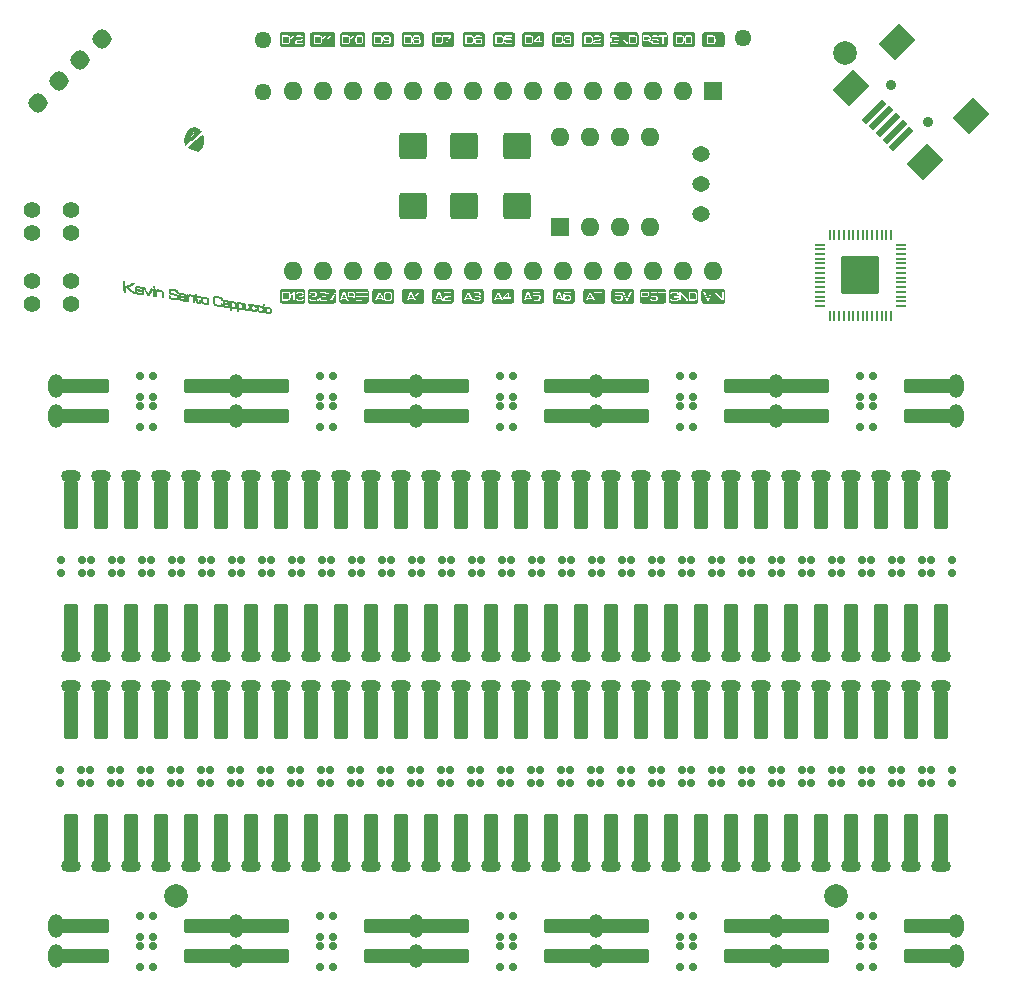
<source format=gts>
%TF.GenerationSoftware,KiCad,Pcbnew,7.0.5-0*%
%TF.CreationDate,2023-06-16T23:12:02-07:00*%
%TF.ProjectId,Jumperless2,4a756d70-6572-46c6-9573-73322e6b6963,rev?*%
%TF.SameCoordinates,Original*%
%TF.FileFunction,Soldermask,Top*%
%TF.FilePolarity,Negative*%
%FSLAX46Y46*%
G04 Gerber Fmt 4.6, Leading zero omitted, Abs format (unit mm)*
G04 Created by KiCad (PCBNEW 7.0.5-0) date 2023-06-16 23:12:02*
%MOMM*%
%LPD*%
G01*
G04 APERTURE LIST*
G04 Aperture macros list*
%AMRoundRect*
0 Rectangle with rounded corners*
0 $1 Rounding radius*
0 $2 $3 $4 $5 $6 $7 $8 $9 X,Y pos of 4 corners*
0 Add a 4 corners polygon primitive as box body*
4,1,4,$2,$3,$4,$5,$6,$7,$8,$9,$2,$3,0*
0 Add four circle primitives for the rounded corners*
1,1,$1+$1,$2,$3*
1,1,$1+$1,$4,$5*
1,1,$1+$1,$6,$7*
1,1,$1+$1,$8,$9*
0 Add four rect primitives between the rounded corners*
20,1,$1+$1,$2,$3,$4,$5,0*
20,1,$1+$1,$4,$5,$6,$7,0*
20,1,$1+$1,$6,$7,$8,$9,0*
20,1,$1+$1,$8,$9,$2,$3,0*%
%AMRotRect*
0 Rectangle, with rotation*
0 The origin of the aperture is its center*
0 $1 length*
0 $2 width*
0 $3 Rotation angle, in degrees counterclockwise*
0 Add horizontal line*
21,1,$1,$2,0,0,$3*%
G04 Aperture macros list end*
%ADD10C,0.000000*%
%ADD11C,0.002879*%
%ADD12RoundRect,0.150000X0.150000X0.200000X-0.150000X0.200000X-0.150000X-0.200000X0.150000X-0.200000X0*%
%ADD13RoundRect,0.525000X0.000000X0.318198X-0.318198X0.000000X0.000000X-0.318198X0.318198X0.000000X0*%
%ADD14RoundRect,0.150000X-0.200000X0.150000X-0.200000X-0.150000X0.200000X-0.150000X0.200000X0.150000X0*%
%ADD15O,1.500000X1.300000*%
%ADD16RoundRect,0.160000X0.640000X-0.640000X0.640000X0.640000X-0.640000X0.640000X-0.640000X-0.640000X0*%
%ADD17O,1.600000X1.600000*%
%ADD18C,0.900000*%
%ADD19RotRect,0.500000X2.500000X135.000000*%
%ADD20RotRect,2.000000X2.500000X135.000000*%
%ADD21RoundRect,0.250000X-0.925000X0.875000X-0.925000X-0.875000X0.925000X-0.875000X0.925000X0.875000X0*%
%ADD22C,1.400000*%
%ADD23RoundRect,0.455000X-0.195000X-0.195000X0.195000X-0.195000X0.195000X0.195000X-0.195000X0.195000X0*%
%ADD24C,2.000000*%
%ADD25RoundRect,0.120000X1.880000X-0.480000X1.880000X0.480000X-1.880000X0.480000X-1.880000X-0.480000X0*%
%ADD26O,1.300000X2.000000*%
%ADD27RoundRect,0.120000X-1.880000X0.480000X-1.880000X-0.480000X1.880000X-0.480000X1.880000X0.480000X0*%
%ADD28RoundRect,0.120000X-0.480000X-1.880000X0.480000X-1.880000X0.480000X1.880000X-0.480000X1.880000X0*%
%ADD29O,1.700000X1.000000*%
%ADD30RoundRect,0.160000X-0.640000X0.640000X-0.640000X-0.640000X0.640000X-0.640000X0.640000X0.640000X0*%
%ADD31RoundRect,0.050000X-0.387500X-0.050000X0.387500X-0.050000X0.387500X0.050000X-0.387500X0.050000X0*%
%ADD32RoundRect,0.050000X-0.050000X-0.387500X0.050000X-0.387500X0.050000X0.387500X-0.050000X0.387500X0*%
%ADD33RoundRect,0.144000X-1.456000X-1.456000X1.456000X-1.456000X1.456000X1.456000X-1.456000X1.456000X0*%
G04 APERTURE END LIST*
D10*
G36*
X76028067Y-128367147D02*
G01*
X75695788Y-128369147D01*
X76028067Y-128045137D01*
X76028067Y-128367147D01*
G37*
D11*
X46180807Y-127701063D02*
X46189371Y-127702372D01*
X46195868Y-127703478D01*
X46198438Y-127703998D01*
X46200608Y-127704521D01*
X46202417Y-127705064D01*
X46203904Y-127705644D01*
X46205108Y-127706279D01*
X46206068Y-127706987D01*
X46206822Y-127707786D01*
X46207411Y-127708692D01*
X46207872Y-127709724D01*
X46208246Y-127710899D01*
X46208884Y-127713750D01*
X46209061Y-127714884D01*
X46209234Y-127716467D01*
X46209561Y-127720862D01*
X46209858Y-127726707D01*
X46210117Y-127733771D01*
X46210331Y-127741827D01*
X46210493Y-127750644D01*
X46210596Y-127759992D01*
X46210631Y-127769643D01*
X46210683Y-127779115D01*
X46210832Y-127787952D01*
X46211066Y-127795960D01*
X46211377Y-127802946D01*
X46211753Y-127808716D01*
X46212183Y-127813077D01*
X46212659Y-127815835D01*
X46212910Y-127816553D01*
X46213168Y-127816798D01*
X46213309Y-127816776D01*
X46213470Y-127816713D01*
X46213649Y-127816609D01*
X46213847Y-127816465D01*
X46214062Y-127816282D01*
X46214295Y-127816061D01*
X46214806Y-127815510D01*
X46215377Y-127814821D01*
X46216001Y-127814001D01*
X46216673Y-127813059D01*
X46217387Y-127812004D01*
X46218138Y-127810843D01*
X46218921Y-127809585D01*
X46219729Y-127808240D01*
X46220557Y-127806813D01*
X46221400Y-127805316D01*
X46222253Y-127803754D01*
X46223109Y-127802138D01*
X46223963Y-127800475D01*
X46226922Y-127795026D01*
X46230246Y-127789630D01*
X46233897Y-127784320D01*
X46237840Y-127779128D01*
X46242039Y-127774085D01*
X46246456Y-127769225D01*
X46251055Y-127764580D01*
X46255800Y-127760182D01*
X46260655Y-127756063D01*
X46265583Y-127752255D01*
X46270548Y-127748791D01*
X46275514Y-127745703D01*
X46280443Y-127743024D01*
X46285300Y-127740785D01*
X46290048Y-127739020D01*
X46292370Y-127738324D01*
X46294652Y-127737759D01*
X46304288Y-127735480D01*
X46311040Y-127733853D01*
X46318059Y-127732129D01*
X46324224Y-127730850D01*
X46331361Y-127729821D01*
X46339407Y-127729041D01*
X46348299Y-127728507D01*
X46357976Y-127728216D01*
X46368375Y-127728165D01*
X46379434Y-127728351D01*
X46391090Y-127728772D01*
X46415947Y-127730306D01*
X46442447Y-127732745D01*
X46470093Y-127736065D01*
X46498387Y-127740245D01*
X46523705Y-127744498D01*
X46544904Y-127748357D01*
X46559762Y-127751396D01*
X46564120Y-127752475D01*
X46566060Y-127753189D01*
X46566457Y-127753463D01*
X46567004Y-127753749D01*
X46567692Y-127754044D01*
X46568511Y-127754346D01*
X46569450Y-127754653D01*
X46570501Y-127754963D01*
X46571653Y-127755273D01*
X46572897Y-127755583D01*
X46574224Y-127755889D01*
X46575622Y-127756189D01*
X46578598Y-127756766D01*
X46581748Y-127757295D01*
X46584993Y-127757761D01*
X46588233Y-127758218D01*
X46591370Y-127758722D01*
X46594326Y-127759256D01*
X46597024Y-127759804D01*
X46599389Y-127760349D01*
X46601343Y-127760875D01*
X46602809Y-127761365D01*
X46603335Y-127761592D01*
X46603711Y-127761804D01*
X46604094Y-127762041D01*
X46604642Y-127762323D01*
X46605345Y-127762646D01*
X46606192Y-127763006D01*
X46608279Y-127763825D01*
X46610820Y-127764753D01*
X46613731Y-127765763D01*
X46616932Y-127766829D01*
X46620338Y-127767923D01*
X46623868Y-127769020D01*
X46630596Y-127771100D01*
X46636543Y-127773015D01*
X46641805Y-127774802D01*
X46646482Y-127776499D01*
X46650672Y-127778142D01*
X46654473Y-127779768D01*
X46657985Y-127781416D01*
X46661304Y-127783121D01*
X46664563Y-127784826D01*
X46669179Y-127787184D01*
X46674537Y-127789882D01*
X46680022Y-127792608D01*
X46684344Y-127794908D01*
X46688836Y-127797610D01*
X46693450Y-127800670D01*
X46698141Y-127804044D01*
X46702861Y-127807686D01*
X46707563Y-127811553D01*
X46712202Y-127815600D01*
X46716729Y-127819782D01*
X46721099Y-127824056D01*
X46725264Y-127828377D01*
X46729179Y-127832700D01*
X46732795Y-127836981D01*
X46736067Y-127841176D01*
X46738947Y-127845240D01*
X46741389Y-127849128D01*
X46743346Y-127852797D01*
X46744274Y-127854681D01*
X46745326Y-127856722D01*
X46746464Y-127858854D01*
X46747654Y-127861014D01*
X46748859Y-127863136D01*
X46750042Y-127865158D01*
X46751167Y-127867013D01*
X46752198Y-127868637D01*
X46752704Y-127869475D01*
X46753247Y-127870494D01*
X46753823Y-127871681D01*
X46754425Y-127873022D01*
X46755692Y-127876108D01*
X46757007Y-127879641D01*
X46758330Y-127883508D01*
X46759623Y-127887597D01*
X46760844Y-127891796D01*
X46761953Y-127895992D01*
X46764120Y-127904274D01*
X46766290Y-127911921D01*
X46767298Y-127915241D01*
X46768212Y-127918083D01*
X46769001Y-127920341D01*
X46769633Y-127921909D01*
X46770176Y-127923388D01*
X46770765Y-127925526D01*
X46772051Y-127931562D01*
X46773428Y-127939576D01*
X46774837Y-127949128D01*
X46776217Y-127959777D01*
X46777506Y-127971082D01*
X46778645Y-127982604D01*
X46779571Y-127993902D01*
X46781846Y-128052529D01*
X46785160Y-128160951D01*
X46789450Y-128337306D01*
X46789523Y-128348258D01*
X46789526Y-128352582D01*
X46789428Y-128356204D01*
X46789168Y-128359173D01*
X46788959Y-128360428D01*
X46788688Y-128361538D01*
X46788346Y-128362510D01*
X46787928Y-128363350D01*
X46787424Y-128364063D01*
X46786828Y-128364656D01*
X46786133Y-128365135D01*
X46785331Y-128365507D01*
X46784414Y-128365777D01*
X46783375Y-128365951D01*
X46782206Y-128366036D01*
X46780901Y-128366039D01*
X46777851Y-128365819D01*
X46774164Y-128365340D01*
X46769782Y-128364653D01*
X46758693Y-128362850D01*
X46758693Y-128362851D01*
X46758694Y-128362853D01*
X46758695Y-128362856D01*
X46758696Y-128362859D01*
X46758696Y-128362862D01*
X46758698Y-128362868D01*
X46758698Y-128362871D01*
X46758699Y-128362874D01*
X46754519Y-128362197D01*
X46750566Y-128361509D01*
X46746931Y-128360828D01*
X46743705Y-128360174D01*
X46740978Y-128359565D01*
X46738840Y-128359020D01*
X46737381Y-128358560D01*
X46736934Y-128358367D01*
X46736691Y-128358202D01*
X46736329Y-128354602D01*
X46735803Y-128344890D01*
X46734365Y-128309789D01*
X46732578Y-128258218D01*
X46730639Y-128195499D01*
X46727012Y-128091850D01*
X46722948Y-128010404D01*
X46720844Y-127979517D01*
X46718742Y-127955992D01*
X46716677Y-127940434D01*
X46715671Y-127935831D01*
X46714688Y-127933447D01*
X46714450Y-127933094D01*
X46714197Y-127932635D01*
X46713933Y-127932078D01*
X46713658Y-127931430D01*
X46713376Y-127930697D01*
X46713089Y-127929888D01*
X46712798Y-127929010D01*
X46712507Y-127928069D01*
X46712216Y-127927074D01*
X46711929Y-127926031D01*
X46711374Y-127923833D01*
X46710858Y-127921532D01*
X46710621Y-127920362D01*
X46710400Y-127919188D01*
X46709732Y-127916097D01*
X46708812Y-127912790D01*
X46707659Y-127909300D01*
X46706293Y-127905664D01*
X46704733Y-127901916D01*
X46702998Y-127898092D01*
X46701106Y-127894228D01*
X46699077Y-127890357D01*
X46696930Y-127886516D01*
X46694685Y-127882739D01*
X46692359Y-127879063D01*
X46689972Y-127875522D01*
X46687544Y-127872151D01*
X46685093Y-127868986D01*
X46682639Y-127866061D01*
X46680200Y-127863413D01*
X46676803Y-127860061D01*
X46673107Y-127856684D01*
X46669166Y-127853316D01*
X46665033Y-127849991D01*
X46660760Y-127846741D01*
X46656401Y-127843600D01*
X46652008Y-127840600D01*
X46647635Y-127837775D01*
X46643333Y-127835158D01*
X46639157Y-127832783D01*
X46635158Y-127830682D01*
X46631391Y-127828889D01*
X46627907Y-127827436D01*
X46624760Y-127826357D01*
X46622002Y-127825686D01*
X46620785Y-127825513D01*
X46619686Y-127825455D01*
X46619189Y-127825442D01*
X46618678Y-127825403D01*
X46618157Y-127825341D01*
X46617630Y-127825256D01*
X46617100Y-127825151D01*
X46616572Y-127825026D01*
X46616048Y-127824884D01*
X46615534Y-127824725D01*
X46615033Y-127824552D01*
X46614549Y-127824366D01*
X46614085Y-127824167D01*
X46613646Y-127823959D01*
X46613235Y-127823742D01*
X46612856Y-127823518D01*
X46612513Y-127823288D01*
X46612210Y-127823054D01*
X46611108Y-127822236D01*
X46609610Y-127821354D01*
X46607756Y-127820422D01*
X46605584Y-127819451D01*
X46603135Y-127818454D01*
X46600447Y-127817444D01*
X46597560Y-127816434D01*
X46594515Y-127815435D01*
X46591349Y-127814461D01*
X46588104Y-127813524D01*
X46584817Y-127812636D01*
X46581530Y-127811811D01*
X46578281Y-127811060D01*
X46575109Y-127810396D01*
X46572055Y-127809832D01*
X46569158Y-127809381D01*
X46566236Y-127808923D01*
X46563454Y-127808418D01*
X46560875Y-127807880D01*
X46558566Y-127807326D01*
X46556591Y-127806771D01*
X46555015Y-127806230D01*
X46554397Y-127805970D01*
X46553903Y-127805719D01*
X46553541Y-127805479D01*
X46553320Y-127805252D01*
X46551737Y-127804569D01*
X46547880Y-127803588D01*
X46534470Y-127800910D01*
X46515335Y-127797569D01*
X46492722Y-127793916D01*
X46468877Y-127790303D01*
X46446045Y-127787080D01*
X46426474Y-127784599D01*
X46412409Y-127783211D01*
X46397571Y-127782343D01*
X46383553Y-127781840D01*
X46370324Y-127781708D01*
X46357856Y-127781953D01*
X46346118Y-127782583D01*
X46335079Y-127783602D01*
X46324710Y-127785019D01*
X46314980Y-127786839D01*
X46305860Y-127789068D01*
X46297319Y-127791714D01*
X46289327Y-127794783D01*
X46281855Y-127798280D01*
X46274871Y-127802214D01*
X46268346Y-127806590D01*
X46262250Y-127811414D01*
X46256552Y-127816694D01*
X46253728Y-127819624D01*
X46251030Y-127822644D01*
X46248455Y-127825760D01*
X46245999Y-127828975D01*
X46243661Y-127832296D01*
X46241437Y-127835727D01*
X46239326Y-127839275D01*
X46237323Y-127842943D01*
X46235426Y-127846738D01*
X46233633Y-127850665D01*
X46231941Y-127854728D01*
X46230347Y-127858934D01*
X46228849Y-127863287D01*
X46227443Y-127867793D01*
X46226126Y-127872456D01*
X46224897Y-127877283D01*
X46224089Y-127880524D01*
X46223256Y-127883662D01*
X46222424Y-127886618D01*
X46221616Y-127889316D01*
X46220856Y-127891681D01*
X46220167Y-127893634D01*
X46219574Y-127895100D01*
X46219320Y-127895626D01*
X46219099Y-127896001D01*
X46218615Y-127898127D01*
X46218229Y-127902848D01*
X46217741Y-127919495D01*
X46217622Y-127944783D01*
X46217860Y-127977551D01*
X46219352Y-128060887D01*
X46222111Y-128160218D01*
X46223490Y-128207027D01*
X46224380Y-128245599D01*
X46224706Y-128271935D01*
X46224635Y-128279266D01*
X46224394Y-128282040D01*
X46224019Y-128282254D01*
X46223392Y-128282410D01*
X46221450Y-128282561D01*
X46218703Y-128282513D01*
X46215285Y-128282288D01*
X46206972Y-128281392D01*
X46197586Y-128280043D01*
X46188198Y-128278411D01*
X46179883Y-128276667D01*
X46176463Y-128275806D01*
X46173713Y-128274981D01*
X46171769Y-128274213D01*
X46171141Y-128273857D01*
X46170764Y-128273524D01*
X46170493Y-128272238D01*
X46170179Y-128269097D01*
X46169443Y-128257639D01*
X46167630Y-128216728D01*
X46165566Y-128156990D01*
X46163487Y-128084621D01*
X46159174Y-127929334D01*
X46155635Y-127816809D01*
X46154547Y-127783458D01*
X46153794Y-127753321D01*
X46153443Y-127729708D01*
X46153563Y-127715930D01*
X46154478Y-127697120D01*
X46180807Y-127701063D01*
G36*
X46180807Y-127701063D02*
G01*
X46189371Y-127702372D01*
X46195868Y-127703478D01*
X46198438Y-127703998D01*
X46200608Y-127704521D01*
X46202417Y-127705064D01*
X46203904Y-127705644D01*
X46205108Y-127706279D01*
X46206068Y-127706987D01*
X46206822Y-127707786D01*
X46207411Y-127708692D01*
X46207872Y-127709724D01*
X46208246Y-127710899D01*
X46208884Y-127713750D01*
X46209061Y-127714884D01*
X46209234Y-127716467D01*
X46209561Y-127720862D01*
X46209858Y-127726707D01*
X46210117Y-127733771D01*
X46210331Y-127741827D01*
X46210493Y-127750644D01*
X46210596Y-127759992D01*
X46210631Y-127769643D01*
X46210683Y-127779115D01*
X46210832Y-127787952D01*
X46211066Y-127795960D01*
X46211377Y-127802946D01*
X46211753Y-127808716D01*
X46212183Y-127813077D01*
X46212659Y-127815835D01*
X46212910Y-127816553D01*
X46213168Y-127816798D01*
X46213309Y-127816776D01*
X46213470Y-127816713D01*
X46213649Y-127816609D01*
X46213847Y-127816465D01*
X46214062Y-127816282D01*
X46214295Y-127816061D01*
X46214806Y-127815510D01*
X46215377Y-127814821D01*
X46216001Y-127814001D01*
X46216673Y-127813059D01*
X46217387Y-127812004D01*
X46218138Y-127810843D01*
X46218921Y-127809585D01*
X46219729Y-127808240D01*
X46220557Y-127806813D01*
X46221400Y-127805316D01*
X46222253Y-127803754D01*
X46223109Y-127802138D01*
X46223963Y-127800475D01*
X46226922Y-127795026D01*
X46230246Y-127789630D01*
X46233897Y-127784320D01*
X46237840Y-127779128D01*
X46242039Y-127774085D01*
X46246456Y-127769225D01*
X46251055Y-127764580D01*
X46255800Y-127760182D01*
X46260655Y-127756063D01*
X46265583Y-127752255D01*
X46270548Y-127748791D01*
X46275514Y-127745703D01*
X46280443Y-127743024D01*
X46285300Y-127740785D01*
X46290048Y-127739020D01*
X46292370Y-127738324D01*
X46294652Y-127737759D01*
X46304288Y-127735480D01*
X46311040Y-127733853D01*
X46318059Y-127732129D01*
X46324224Y-127730850D01*
X46331361Y-127729821D01*
X46339407Y-127729041D01*
X46348299Y-127728507D01*
X46357976Y-127728216D01*
X46368375Y-127728165D01*
X46379434Y-127728351D01*
X46391090Y-127728772D01*
X46415947Y-127730306D01*
X46442447Y-127732745D01*
X46470093Y-127736065D01*
X46498387Y-127740245D01*
X46523705Y-127744498D01*
X46544904Y-127748357D01*
X46559762Y-127751396D01*
X46564120Y-127752475D01*
X46566060Y-127753189D01*
X46566457Y-127753463D01*
X46567004Y-127753749D01*
X46567692Y-127754044D01*
X46568511Y-127754346D01*
X46569450Y-127754653D01*
X46570501Y-127754963D01*
X46571653Y-127755273D01*
X46572897Y-127755583D01*
X46574224Y-127755889D01*
X46575622Y-127756189D01*
X46578598Y-127756766D01*
X46581748Y-127757295D01*
X46584993Y-127757761D01*
X46588233Y-127758218D01*
X46591370Y-127758722D01*
X46594326Y-127759256D01*
X46597024Y-127759804D01*
X46599389Y-127760349D01*
X46601343Y-127760875D01*
X46602809Y-127761365D01*
X46603335Y-127761592D01*
X46603711Y-127761804D01*
X46604094Y-127762041D01*
X46604642Y-127762323D01*
X46605345Y-127762646D01*
X46606192Y-127763006D01*
X46608279Y-127763825D01*
X46610820Y-127764753D01*
X46613731Y-127765763D01*
X46616932Y-127766829D01*
X46620338Y-127767923D01*
X46623868Y-127769020D01*
X46630596Y-127771100D01*
X46636543Y-127773015D01*
X46641805Y-127774802D01*
X46646482Y-127776499D01*
X46650672Y-127778142D01*
X46654473Y-127779768D01*
X46657985Y-127781416D01*
X46661304Y-127783121D01*
X46664563Y-127784826D01*
X46669179Y-127787184D01*
X46674537Y-127789882D01*
X46680022Y-127792608D01*
X46684344Y-127794908D01*
X46688836Y-127797610D01*
X46693450Y-127800670D01*
X46698141Y-127804044D01*
X46702861Y-127807686D01*
X46707563Y-127811553D01*
X46712202Y-127815600D01*
X46716729Y-127819782D01*
X46721099Y-127824056D01*
X46725264Y-127828377D01*
X46729179Y-127832700D01*
X46732795Y-127836981D01*
X46736067Y-127841176D01*
X46738947Y-127845240D01*
X46741389Y-127849128D01*
X46743346Y-127852797D01*
X46744274Y-127854681D01*
X46745326Y-127856722D01*
X46746464Y-127858854D01*
X46747654Y-127861014D01*
X46748859Y-127863136D01*
X46750042Y-127865158D01*
X46751167Y-127867013D01*
X46752198Y-127868637D01*
X46752704Y-127869475D01*
X46753247Y-127870494D01*
X46753823Y-127871681D01*
X46754425Y-127873022D01*
X46755692Y-127876108D01*
X46757007Y-127879641D01*
X46758330Y-127883508D01*
X46759623Y-127887597D01*
X46760844Y-127891796D01*
X46761953Y-127895992D01*
X46764120Y-127904274D01*
X46766290Y-127911921D01*
X46767298Y-127915241D01*
X46768212Y-127918083D01*
X46769001Y-127920341D01*
X46769633Y-127921909D01*
X46770176Y-127923388D01*
X46770765Y-127925526D01*
X46772051Y-127931562D01*
X46773428Y-127939576D01*
X46774837Y-127949128D01*
X46776217Y-127959777D01*
X46777506Y-127971082D01*
X46778645Y-127982604D01*
X46779571Y-127993902D01*
X46781846Y-128052529D01*
X46785160Y-128160951D01*
X46789450Y-128337306D01*
X46789523Y-128348258D01*
X46789526Y-128352582D01*
X46789428Y-128356204D01*
X46789168Y-128359173D01*
X46788959Y-128360428D01*
X46788688Y-128361538D01*
X46788346Y-128362510D01*
X46787928Y-128363350D01*
X46787424Y-128364063D01*
X46786828Y-128364656D01*
X46786133Y-128365135D01*
X46785331Y-128365507D01*
X46784414Y-128365777D01*
X46783375Y-128365951D01*
X46782206Y-128366036D01*
X46780901Y-128366039D01*
X46777851Y-128365819D01*
X46774164Y-128365340D01*
X46769782Y-128364653D01*
X46758693Y-128362850D01*
X46758693Y-128362851D01*
X46758694Y-128362853D01*
X46758695Y-128362856D01*
X46758696Y-128362859D01*
X46758696Y-128362862D01*
X46758698Y-128362868D01*
X46758698Y-128362871D01*
X46758699Y-128362874D01*
X46754519Y-128362197D01*
X46750566Y-128361509D01*
X46746931Y-128360828D01*
X46743705Y-128360174D01*
X46740978Y-128359565D01*
X46738840Y-128359020D01*
X46737381Y-128358560D01*
X46736934Y-128358367D01*
X46736691Y-128358202D01*
X46736329Y-128354602D01*
X46735803Y-128344890D01*
X46734365Y-128309789D01*
X46732578Y-128258218D01*
X46730639Y-128195499D01*
X46727012Y-128091850D01*
X46722948Y-128010404D01*
X46720844Y-127979517D01*
X46718742Y-127955992D01*
X46716677Y-127940434D01*
X46715671Y-127935831D01*
X46714688Y-127933447D01*
X46714450Y-127933094D01*
X46714197Y-127932635D01*
X46713933Y-127932078D01*
X46713658Y-127931430D01*
X46713376Y-127930697D01*
X46713089Y-127929888D01*
X46712798Y-127929010D01*
X46712507Y-127928069D01*
X46712216Y-127927074D01*
X46711929Y-127926031D01*
X46711374Y-127923833D01*
X46710858Y-127921532D01*
X46710621Y-127920362D01*
X46710400Y-127919188D01*
X46709732Y-127916097D01*
X46708812Y-127912790D01*
X46707659Y-127909300D01*
X46706293Y-127905664D01*
X46704733Y-127901916D01*
X46702998Y-127898092D01*
X46701106Y-127894228D01*
X46699077Y-127890357D01*
X46696930Y-127886516D01*
X46694685Y-127882739D01*
X46692359Y-127879063D01*
X46689972Y-127875522D01*
X46687544Y-127872151D01*
X46685093Y-127868986D01*
X46682639Y-127866061D01*
X46680200Y-127863413D01*
X46676803Y-127860061D01*
X46673107Y-127856684D01*
X46669166Y-127853316D01*
X46665033Y-127849991D01*
X46660760Y-127846741D01*
X46656401Y-127843600D01*
X46652008Y-127840600D01*
X46647635Y-127837775D01*
X46643333Y-127835158D01*
X46639157Y-127832783D01*
X46635158Y-127830682D01*
X46631391Y-127828889D01*
X46627907Y-127827436D01*
X46624760Y-127826357D01*
X46622002Y-127825686D01*
X46620785Y-127825513D01*
X46619686Y-127825455D01*
X46619189Y-127825442D01*
X46618678Y-127825403D01*
X46618157Y-127825341D01*
X46617630Y-127825256D01*
X46617100Y-127825151D01*
X46616572Y-127825026D01*
X46616048Y-127824884D01*
X46615534Y-127824725D01*
X46615033Y-127824552D01*
X46614549Y-127824366D01*
X46614085Y-127824167D01*
X46613646Y-127823959D01*
X46613235Y-127823742D01*
X46612856Y-127823518D01*
X46612513Y-127823288D01*
X46612210Y-127823054D01*
X46611108Y-127822236D01*
X46609610Y-127821354D01*
X46607756Y-127820422D01*
X46605584Y-127819451D01*
X46603135Y-127818454D01*
X46600447Y-127817444D01*
X46597560Y-127816434D01*
X46594515Y-127815435D01*
X46591349Y-127814461D01*
X46588104Y-127813524D01*
X46584817Y-127812636D01*
X46581530Y-127811811D01*
X46578281Y-127811060D01*
X46575109Y-127810396D01*
X46572055Y-127809832D01*
X46569158Y-127809381D01*
X46566236Y-127808923D01*
X46563454Y-127808418D01*
X46560875Y-127807880D01*
X46558566Y-127807326D01*
X46556591Y-127806771D01*
X46555015Y-127806230D01*
X46554397Y-127805970D01*
X46553903Y-127805719D01*
X46553541Y-127805479D01*
X46553320Y-127805252D01*
X46551737Y-127804569D01*
X46547880Y-127803588D01*
X46534470Y-127800910D01*
X46515335Y-127797569D01*
X46492722Y-127793916D01*
X46468877Y-127790303D01*
X46446045Y-127787080D01*
X46426474Y-127784599D01*
X46412409Y-127783211D01*
X46397571Y-127782343D01*
X46383553Y-127781840D01*
X46370324Y-127781708D01*
X46357856Y-127781953D01*
X46346118Y-127782583D01*
X46335079Y-127783602D01*
X46324710Y-127785019D01*
X46314980Y-127786839D01*
X46305860Y-127789068D01*
X46297319Y-127791714D01*
X46289327Y-127794783D01*
X46281855Y-127798280D01*
X46274871Y-127802214D01*
X46268346Y-127806590D01*
X46262250Y-127811414D01*
X46256552Y-127816694D01*
X46253728Y-127819624D01*
X46251030Y-127822644D01*
X46248455Y-127825760D01*
X46245999Y-127828975D01*
X46243661Y-127832296D01*
X46241437Y-127835727D01*
X46239326Y-127839275D01*
X46237323Y-127842943D01*
X46235426Y-127846738D01*
X46233633Y-127850665D01*
X46231941Y-127854728D01*
X46230347Y-127858934D01*
X46228849Y-127863287D01*
X46227443Y-127867793D01*
X46226126Y-127872456D01*
X46224897Y-127877283D01*
X46224089Y-127880524D01*
X46223256Y-127883662D01*
X46222424Y-127886618D01*
X46221616Y-127889316D01*
X46220856Y-127891681D01*
X46220167Y-127893634D01*
X46219574Y-127895100D01*
X46219320Y-127895626D01*
X46219099Y-127896001D01*
X46218615Y-127898127D01*
X46218229Y-127902848D01*
X46217741Y-127919495D01*
X46217622Y-127944783D01*
X46217860Y-127977551D01*
X46219352Y-128060887D01*
X46222111Y-128160218D01*
X46223490Y-128207027D01*
X46224380Y-128245599D01*
X46224706Y-128271935D01*
X46224635Y-128279266D01*
X46224394Y-128282040D01*
X46224019Y-128282254D01*
X46223392Y-128282410D01*
X46221450Y-128282561D01*
X46218703Y-128282513D01*
X46215285Y-128282288D01*
X46206972Y-128281392D01*
X46197586Y-128280043D01*
X46188198Y-128278411D01*
X46179883Y-128276667D01*
X46176463Y-128275806D01*
X46173713Y-128274981D01*
X46171769Y-128274213D01*
X46171141Y-128273857D01*
X46170764Y-128273524D01*
X46170493Y-128272238D01*
X46170179Y-128269097D01*
X46169443Y-128257639D01*
X46167630Y-128216728D01*
X46165566Y-128156990D01*
X46163487Y-128084621D01*
X46159174Y-127929334D01*
X46155635Y-127816809D01*
X46154547Y-127783458D01*
X46153794Y-127753321D01*
X46153443Y-127729708D01*
X46153563Y-127715930D01*
X46154478Y-127697120D01*
X46180807Y-127701063D01*
G37*
D10*
G36*
X49256239Y-115343538D02*
G01*
X49256704Y-115348278D01*
X49257059Y-115353555D01*
X49257444Y-115365581D01*
X49257408Y-115379328D01*
X49256961Y-115394513D01*
X49256115Y-115410848D01*
X49254882Y-115428050D01*
X49253272Y-115445832D01*
X49251297Y-115463910D01*
X49247284Y-115498556D01*
X49244111Y-115527263D01*
X49243533Y-115532415D01*
X49242876Y-115537676D01*
X49242161Y-115542899D01*
X49241413Y-115547934D01*
X49240654Y-115552636D01*
X49239906Y-115556855D01*
X49239194Y-115560446D01*
X49238539Y-115563259D01*
X49235541Y-115574778D01*
X49235473Y-115612201D01*
X49235197Y-115630936D01*
X49234494Y-115654284D01*
X49233473Y-115679268D01*
X49232239Y-115702911D01*
X49229072Y-115756199D01*
X49233375Y-115792195D01*
X49237679Y-115828191D01*
X49236184Y-115844749D01*
X49234690Y-115861307D01*
X49231278Y-115861307D01*
X49230901Y-115861285D01*
X49230479Y-115861221D01*
X49230014Y-115861116D01*
X49229512Y-115860974D01*
X49228978Y-115860795D01*
X49228416Y-115860582D01*
X49227830Y-115860338D01*
X49227226Y-115860065D01*
X49226608Y-115859764D01*
X49225980Y-115859439D01*
X49225348Y-115859090D01*
X49224715Y-115858721D01*
X49224087Y-115858333D01*
X49223468Y-115857928D01*
X49222863Y-115857510D01*
X49222275Y-115857079D01*
X49222275Y-115857078D01*
X49222274Y-115857076D01*
X49222273Y-115857075D01*
X49222273Y-115857073D01*
X49222272Y-115857072D01*
X49222271Y-115857070D01*
X49222271Y-115857069D01*
X49222271Y-115857068D01*
X49222270Y-115857068D01*
X49222270Y-115857067D01*
X49221662Y-115856636D01*
X49220997Y-115856216D01*
X49220280Y-115855809D01*
X49219519Y-115855418D01*
X49218719Y-115855045D01*
X49217889Y-115854691D01*
X49217034Y-115854360D01*
X49216160Y-115854054D01*
X49215276Y-115853774D01*
X49214386Y-115853523D01*
X49213499Y-115853303D01*
X49212620Y-115853117D01*
X49211756Y-115852966D01*
X49210914Y-115852852D01*
X49210100Y-115852779D01*
X49209321Y-115852748D01*
X49201961Y-115852656D01*
X49192203Y-115845456D01*
X49182445Y-115838257D01*
X49169872Y-115838257D01*
X49166266Y-115833912D01*
X49162661Y-115829566D01*
X49151648Y-115827804D01*
X49140635Y-115826044D01*
X49135737Y-115820632D01*
X49130840Y-115815220D01*
X49112281Y-115815220D01*
X49108819Y-115811048D01*
X49108412Y-115810605D01*
X49107909Y-115810139D01*
X49107318Y-115809654D01*
X49106646Y-115809154D01*
X49105900Y-115808643D01*
X49105087Y-115808125D01*
X49104214Y-115807604D01*
X49103289Y-115807083D01*
X49102318Y-115806567D01*
X49101310Y-115806059D01*
X49100270Y-115805564D01*
X49099206Y-115805085D01*
X49098126Y-115804626D01*
X49097037Y-115804191D01*
X49095945Y-115803784D01*
X49094857Y-115803410D01*
X49092570Y-115802605D01*
X49090093Y-115801645D01*
X49087505Y-115800566D01*
X49084884Y-115799402D01*
X49082309Y-115798192D01*
X49079859Y-115796970D01*
X49077613Y-115795772D01*
X49075650Y-115794634D01*
X49074723Y-115794093D01*
X49073746Y-115793567D01*
X49072726Y-115793059D01*
X49071671Y-115792572D01*
X49070591Y-115792107D01*
X49069493Y-115791669D01*
X49068385Y-115791259D01*
X49067277Y-115790881D01*
X49066176Y-115790537D01*
X49065091Y-115790230D01*
X49064029Y-115789962D01*
X49063000Y-115789737D01*
X49062012Y-115789557D01*
X49061073Y-115789424D01*
X49060191Y-115789342D01*
X49059375Y-115789314D01*
X49051808Y-115789314D01*
X49048457Y-115785276D01*
X49048075Y-115784855D01*
X49047625Y-115784426D01*
X49047111Y-115783993D01*
X49046541Y-115783559D01*
X49045918Y-115783125D01*
X49045250Y-115782697D01*
X49044542Y-115782276D01*
X49043799Y-115781866D01*
X49043028Y-115781470D01*
X49042234Y-115781090D01*
X49041422Y-115780730D01*
X49040599Y-115780393D01*
X49039770Y-115780082D01*
X49038941Y-115779800D01*
X49038118Y-115779550D01*
X49037306Y-115779336D01*
X49035586Y-115778825D01*
X49033577Y-115778067D01*
X49031291Y-115777067D01*
X49028741Y-115775834D01*
X49025938Y-115774374D01*
X49022894Y-115772696D01*
X49019622Y-115770806D01*
X49016133Y-115768712D01*
X49008555Y-115763941D01*
X49000255Y-115758442D01*
X48991331Y-115752274D01*
X48981879Y-115745495D01*
X48973129Y-115739113D01*
X48967496Y-115742632D01*
X48961863Y-115746151D01*
X48948496Y-115743155D01*
X48947097Y-115742820D01*
X48945665Y-115742437D01*
X48944208Y-115742011D01*
X48942739Y-115741545D01*
X48939804Y-115740513D01*
X48936943Y-115739377D01*
X48934242Y-115738172D01*
X48932977Y-115737555D01*
X48931784Y-115736934D01*
X48930673Y-115736314D01*
X48929654Y-115735698D01*
X48928738Y-115735093D01*
X48927936Y-115734501D01*
X48927179Y-115733924D01*
X48926395Y-115733364D01*
X48925591Y-115732822D01*
X48924772Y-115732303D01*
X48923946Y-115731809D01*
X48923117Y-115731342D01*
X48922291Y-115730906D01*
X48921476Y-115730504D01*
X48920677Y-115730138D01*
X48919900Y-115729811D01*
X48919152Y-115729527D01*
X48918438Y-115729288D01*
X48917764Y-115729097D01*
X48917137Y-115728957D01*
X48916562Y-115728871D01*
X48916047Y-115728841D01*
X48915513Y-115728811D01*
X48914885Y-115728724D01*
X48914170Y-115728581D01*
X48913376Y-115728387D01*
X48912512Y-115728144D01*
X48911585Y-115727854D01*
X48910604Y-115727522D01*
X48909575Y-115727150D01*
X48908507Y-115726740D01*
X48907409Y-115726296D01*
X48906287Y-115725821D01*
X48905150Y-115725318D01*
X48904005Y-115724790D01*
X48902861Y-115724239D01*
X48901726Y-115723669D01*
X48900607Y-115723082D01*
X48898352Y-115721925D01*
X48896060Y-115720846D01*
X48893794Y-115719868D01*
X48891619Y-115719015D01*
X48889599Y-115718310D01*
X48888666Y-115718021D01*
X48887796Y-115717777D01*
X48886997Y-115717583D01*
X48886275Y-115717440D01*
X48885640Y-115717353D01*
X48885099Y-115717323D01*
X48883153Y-115717086D01*
X48880503Y-115716411D01*
X48877265Y-115715355D01*
X48873553Y-115713973D01*
X48865167Y-115710457D01*
X48856263Y-115706308D01*
X48847757Y-115701975D01*
X48843940Y-115699878D01*
X48840567Y-115697903D01*
X48837753Y-115696105D01*
X48835611Y-115694541D01*
X48834257Y-115693265D01*
X48833911Y-115692753D01*
X48833806Y-115692334D01*
X48838118Y-115688148D01*
X48850430Y-115677050D01*
X48895607Y-115637146D01*
X48962437Y-115578679D01*
X49044024Y-115507708D01*
X49254123Y-115325396D01*
X49256239Y-115343538D01*
G37*
G36*
X84014282Y-127623230D02*
G01*
X84026602Y-127624142D01*
X84038818Y-127625655D01*
X84050908Y-127627761D01*
X84062853Y-127630451D01*
X84074632Y-127633716D01*
X84086224Y-127637548D01*
X84097608Y-127641939D01*
X84108765Y-127646880D01*
X84119674Y-127652363D01*
X84130314Y-127658378D01*
X84140665Y-127664918D01*
X84150706Y-127671974D01*
X84160417Y-127679538D01*
X84169777Y-127687600D01*
X84178766Y-127696154D01*
X84187320Y-127705142D01*
X84195383Y-127714501D01*
X84202947Y-127724212D01*
X84210003Y-127734253D01*
X84216544Y-127744604D01*
X84222560Y-127755244D01*
X84228043Y-127766153D01*
X84232984Y-127777310D01*
X84237375Y-127788695D01*
X84241208Y-127800288D01*
X84244474Y-127812067D01*
X84247164Y-127824012D01*
X84249270Y-127836104D01*
X84250784Y-127848320D01*
X84251697Y-127860642D01*
X84252000Y-127873047D01*
X84252000Y-128660077D01*
X84251697Y-128672481D01*
X84250784Y-128684801D01*
X84249271Y-128697016D01*
X84247164Y-128709106D01*
X84244474Y-128721050D01*
X84241208Y-128732828D01*
X84237376Y-128744420D01*
X84232984Y-128755804D01*
X84228043Y-128766961D01*
X84222560Y-128777869D01*
X84216544Y-128788509D01*
X84210004Y-128798860D01*
X84202948Y-128808900D01*
X84195384Y-128818611D01*
X84187321Y-128827970D01*
X84178768Y-128836958D01*
X84169779Y-128845511D01*
X84160420Y-128853574D01*
X84150709Y-128861138D01*
X84140668Y-128868194D01*
X84130318Y-128874734D01*
X84119678Y-128880749D01*
X84108770Y-128886232D01*
X84097613Y-128891173D01*
X84086229Y-128895564D01*
X84074637Y-128899396D01*
X84062859Y-128902662D01*
X84050915Y-128905352D01*
X84038825Y-128907458D01*
X84026609Y-128908972D01*
X84014290Y-128909884D01*
X84001886Y-128910187D01*
X82628841Y-128910187D01*
X82616437Y-128909884D01*
X82604117Y-128908971D01*
X82591902Y-128907458D01*
X82579812Y-128905352D01*
X82567868Y-128902662D01*
X82556090Y-128899396D01*
X82544498Y-128895563D01*
X82533114Y-128891172D01*
X82521957Y-128886231D01*
X82511049Y-128880749D01*
X82500409Y-128874733D01*
X82490058Y-128868193D01*
X82480018Y-128861137D01*
X82470307Y-128853573D01*
X82460947Y-128845510D01*
X82451959Y-128836957D01*
X82443406Y-128827969D01*
X82435343Y-128818610D01*
X82427779Y-128808899D01*
X82420723Y-128798859D01*
X82414183Y-128788508D01*
X82408167Y-128777868D01*
X82402685Y-128766960D01*
X82397743Y-128755803D01*
X82393352Y-128744419D01*
X82389520Y-128732827D01*
X82386254Y-128721049D01*
X82383564Y-128709105D01*
X82381458Y-128697015D01*
X82379944Y-128684800D01*
X82379032Y-128672481D01*
X82378728Y-128660077D01*
X82378728Y-128607831D01*
X82566497Y-128607831D01*
X82566554Y-128609407D01*
X82566709Y-128610976D01*
X82566964Y-128612534D01*
X82567317Y-128614076D01*
X82567768Y-128615596D01*
X82568317Y-128617090D01*
X82568964Y-128618554D01*
X82569708Y-128619981D01*
X82570549Y-128621368D01*
X82571477Y-128622698D01*
X82572482Y-128623955D01*
X82573559Y-128625138D01*
X82574704Y-128626245D01*
X82575912Y-128627272D01*
X82577179Y-128628218D01*
X82578501Y-128629081D01*
X82579873Y-128629858D01*
X82581292Y-128630547D01*
X82582753Y-128631146D01*
X82584251Y-128631652D01*
X82585782Y-128632064D01*
X82587343Y-128632378D01*
X82588928Y-128632594D01*
X82590533Y-128632707D01*
X82592155Y-128632717D01*
X82651065Y-128632717D01*
X82651914Y-128632659D01*
X82652757Y-128632573D01*
X82653592Y-128632459D01*
X82654421Y-128632317D01*
X82655241Y-128632149D01*
X82656052Y-128631953D01*
X82656855Y-128631731D01*
X82657648Y-128631483D01*
X82658430Y-128631209D01*
X82659202Y-128630911D01*
X82659962Y-128630587D01*
X82660710Y-128630239D01*
X82661446Y-128629866D01*
X82662168Y-128629470D01*
X82662877Y-128629051D01*
X82663571Y-128628608D01*
X82664250Y-128628143D01*
X82664914Y-128627656D01*
X82665562Y-128627147D01*
X82666193Y-128626616D01*
X82666807Y-128626065D01*
X82667403Y-128625493D01*
X82667980Y-128624900D01*
X82668539Y-128624288D01*
X82669078Y-128623656D01*
X82669597Y-128623005D01*
X82670095Y-128622335D01*
X82670572Y-128621646D01*
X82671028Y-128620940D01*
X82671460Y-128620216D01*
X82671870Y-128619475D01*
X82672256Y-128618717D01*
X82742536Y-128480227D01*
X83176101Y-128480227D01*
X83244831Y-128618717D01*
X83245626Y-128620216D01*
X83246514Y-128621646D01*
X83247489Y-128623005D01*
X83248547Y-128624288D01*
X83249684Y-128625493D01*
X83250894Y-128626616D01*
X83252172Y-128627656D01*
X83253515Y-128628608D01*
X83254918Y-128629470D01*
X83256376Y-128630239D01*
X83257885Y-128630911D01*
X83259439Y-128631483D01*
X83261034Y-128631953D01*
X83262666Y-128632317D01*
X83264330Y-128632573D01*
X83266021Y-128632717D01*
X83326478Y-128632717D01*
X83327265Y-128632677D01*
X83328046Y-128632612D01*
X83328823Y-128632523D01*
X83329593Y-128632410D01*
X83331116Y-128632115D01*
X83332611Y-128631727D01*
X83334074Y-128631249D01*
X83335500Y-128630684D01*
X83336887Y-128630034D01*
X83338231Y-128629301D01*
X83339527Y-128628487D01*
X83340772Y-128627595D01*
X83341962Y-128626626D01*
X83343094Y-128625584D01*
X83344162Y-128624469D01*
X83345164Y-128623285D01*
X83345639Y-128622668D01*
X83346096Y-128622034D01*
X83346535Y-128621383D01*
X83346954Y-128620717D01*
X83347727Y-128619350D01*
X83348409Y-128617946D01*
X83348998Y-128616511D01*
X83349496Y-128615050D01*
X83349900Y-128613566D01*
X83350212Y-128612063D01*
X83350431Y-128610547D01*
X83350557Y-128609022D01*
X83350589Y-128607492D01*
X83350528Y-128605961D01*
X83350372Y-128604435D01*
X83350123Y-128602917D01*
X83349779Y-128601411D01*
X83349341Y-128599923D01*
X83348808Y-128598457D01*
X83348180Y-128597017D01*
X83051237Y-127983957D01*
X83320823Y-127983957D01*
X83320840Y-127985217D01*
X83320920Y-127986469D01*
X83321061Y-127987711D01*
X83321264Y-127988940D01*
X83321528Y-127990155D01*
X83321850Y-127991353D01*
X83322232Y-127992532D01*
X83322671Y-127993691D01*
X83323166Y-127994826D01*
X83323718Y-127995936D01*
X83324325Y-127997018D01*
X83324986Y-127998071D01*
X83325700Y-127999092D01*
X83326466Y-128000079D01*
X83327284Y-128001030D01*
X83328153Y-128001943D01*
X83329067Y-128002811D01*
X83330018Y-128003628D01*
X83331006Y-128004394D01*
X83332027Y-128005107D01*
X83333080Y-128005767D01*
X83334163Y-128006373D01*
X83335273Y-128006924D01*
X83336409Y-128007418D01*
X83337567Y-128007856D01*
X83338747Y-128008237D01*
X83339945Y-128008558D01*
X83341160Y-128008820D01*
X83342390Y-128009022D01*
X83343632Y-128009163D01*
X83344885Y-128009242D01*
X83346145Y-128009257D01*
X83863943Y-128005257D01*
X83441743Y-128593337D01*
X83440652Y-128594779D01*
X83439675Y-128596282D01*
X83438816Y-128597839D01*
X83438073Y-128599443D01*
X83437449Y-128601088D01*
X83436944Y-128602767D01*
X83436558Y-128604473D01*
X83436292Y-128606201D01*
X83436148Y-128607942D01*
X83436125Y-128609692D01*
X83436226Y-128611442D01*
X83436449Y-128613187D01*
X83436797Y-128614920D01*
X83437270Y-128616635D01*
X83437869Y-128618323D01*
X83438594Y-128619980D01*
X83439437Y-128621581D01*
X83440384Y-128623102D01*
X83441429Y-128624541D01*
X83442566Y-128625894D01*
X83443791Y-128627157D01*
X83445097Y-128628327D01*
X83446478Y-128629401D01*
X83447930Y-128630374D01*
X83449446Y-128631244D01*
X83451020Y-128632007D01*
X83452648Y-128632659D01*
X83454323Y-128633197D01*
X83456040Y-128633617D01*
X83457793Y-128633916D01*
X83459577Y-128634091D01*
X83461385Y-128634137D01*
X83528045Y-128634137D01*
X83528854Y-128634121D01*
X83529658Y-128634078D01*
X83530458Y-128634011D01*
X83531252Y-128633918D01*
X83532041Y-128633799D01*
X83532823Y-128633657D01*
X83533599Y-128633489D01*
X83534367Y-128633298D01*
X83535879Y-128632844D01*
X83537355Y-128632298D01*
X83538792Y-128631660D01*
X83540184Y-128630935D01*
X83541528Y-128630124D01*
X83542820Y-128629229D01*
X83544055Y-128628253D01*
X83545230Y-128627198D01*
X83545793Y-128626642D01*
X83546339Y-128626067D01*
X83546868Y-128625473D01*
X83547379Y-128624861D01*
X83547872Y-128624231D01*
X83548346Y-128623584D01*
X83548801Y-128622919D01*
X83549236Y-128622237D01*
X83998304Y-127999537D01*
X83998797Y-127998755D01*
X83999259Y-127997958D01*
X83999691Y-127997145D01*
X84000092Y-127996319D01*
X84000462Y-127995479D01*
X84000801Y-127994627D01*
X84001108Y-127993764D01*
X84001384Y-127992891D01*
X84001627Y-127992008D01*
X84001837Y-127991117D01*
X84002015Y-127990217D01*
X84002160Y-127989311D01*
X84002272Y-127988399D01*
X84002350Y-127987483D01*
X84002394Y-127986561D01*
X84002405Y-127985637D01*
X84002407Y-127929337D01*
X84002390Y-127928077D01*
X84002310Y-127926825D01*
X84002168Y-127925583D01*
X84001965Y-127924354D01*
X84001702Y-127923139D01*
X84001379Y-127921941D01*
X84000998Y-127920762D01*
X84000559Y-127919604D01*
X84000063Y-127918468D01*
X83999512Y-127917359D01*
X83998905Y-127916276D01*
X83998244Y-127915223D01*
X83997530Y-127914202D01*
X83996763Y-127913215D01*
X83995945Y-127912264D01*
X83995077Y-127911351D01*
X83994163Y-127910483D01*
X83993212Y-127909666D01*
X83992224Y-127908900D01*
X83991202Y-127908187D01*
X83990149Y-127907527D01*
X83989067Y-127906921D01*
X83987956Y-127906371D01*
X83986821Y-127905876D01*
X83985662Y-127905438D01*
X83984483Y-127905058D01*
X83983284Y-127904736D01*
X83982069Y-127904474D01*
X83980840Y-127904272D01*
X83979598Y-127904131D01*
X83978345Y-127904053D01*
X83977085Y-127904037D01*
X83346117Y-127904037D01*
X83346143Y-127903857D01*
X83344883Y-127903873D01*
X83343631Y-127903951D01*
X83342389Y-127904092D01*
X83341160Y-127904294D01*
X83339945Y-127904556D01*
X83338746Y-127904878D01*
X83337567Y-127905258D01*
X83336409Y-127905696D01*
X83335273Y-127906190D01*
X83334163Y-127906741D01*
X83333080Y-127907347D01*
X83332027Y-127908007D01*
X83331006Y-127908720D01*
X83330018Y-127909486D01*
X83329067Y-127910303D01*
X83328153Y-127911171D01*
X83327284Y-127912084D01*
X83326466Y-127913035D01*
X83325700Y-127914022D01*
X83324986Y-127915043D01*
X83324325Y-127916096D01*
X83323718Y-127917178D01*
X83323167Y-127918288D01*
X83322671Y-127919423D01*
X83322232Y-127920582D01*
X83321851Y-127921761D01*
X83321528Y-127922959D01*
X83321265Y-127924174D01*
X83321062Y-127925403D01*
X83320921Y-127926645D01*
X83320841Y-127927897D01*
X83320825Y-127929157D01*
X83320823Y-127983957D01*
X83051237Y-127983957D01*
X83020034Y-127919537D01*
X83019247Y-127917810D01*
X83018342Y-127916165D01*
X83017324Y-127914605D01*
X83016201Y-127913134D01*
X83014978Y-127911758D01*
X83013662Y-127910480D01*
X83012259Y-127909305D01*
X83010777Y-127908236D01*
X83009220Y-127907278D01*
X83007595Y-127906436D01*
X83005909Y-127905712D01*
X83004169Y-127905113D01*
X83002379Y-127904642D01*
X83000548Y-127904302D01*
X82998680Y-127904099D01*
X82996784Y-127904037D01*
X82928060Y-127904037D01*
X82927180Y-127904122D01*
X82926308Y-127904238D01*
X82925444Y-127904383D01*
X82924589Y-127904558D01*
X82923744Y-127904761D01*
X82922910Y-127904993D01*
X82922086Y-127905254D01*
X82921274Y-127905541D01*
X82920474Y-127905856D01*
X82919686Y-127906198D01*
X82918153Y-127906959D01*
X82916678Y-127907822D01*
X82915267Y-127908782D01*
X82913924Y-127909836D01*
X82912655Y-127910980D01*
X82911465Y-127912211D01*
X82910901Y-127912858D01*
X82910359Y-127913525D01*
X82909839Y-127914212D01*
X82909341Y-127914918D01*
X82908867Y-127915644D01*
X82908417Y-127916387D01*
X82907991Y-127917149D01*
X82907591Y-127917928D01*
X82907217Y-127918724D01*
X82906869Y-127919537D01*
X82672258Y-128390307D01*
X82568904Y-128597017D01*
X82568258Y-128598505D01*
X82567713Y-128600019D01*
X82567269Y-128601556D01*
X82566925Y-128603110D01*
X82566683Y-128604678D01*
X82566540Y-128606253D01*
X82566497Y-128607831D01*
X82378728Y-128607831D01*
X82378728Y-127873047D01*
X82379031Y-127860643D01*
X82379944Y-127848323D01*
X82381457Y-127836108D01*
X82383563Y-127824017D01*
X82386253Y-127812073D01*
X82389518Y-127800294D01*
X82393350Y-127788702D01*
X82397741Y-127777317D01*
X82402682Y-127766160D01*
X82408164Y-127755251D01*
X82414179Y-127744611D01*
X82420719Y-127734261D01*
X82427775Y-127724219D01*
X82435339Y-127714509D01*
X82443402Y-127705149D01*
X82451955Y-127696160D01*
X82460944Y-127687607D01*
X82470303Y-127679544D01*
X82480014Y-127671980D01*
X82490055Y-127664924D01*
X82500405Y-127658383D01*
X82511045Y-127652367D01*
X82521954Y-127646884D01*
X82533111Y-127641943D01*
X82544496Y-127637552D01*
X82556088Y-127633719D01*
X82567866Y-127630453D01*
X82579811Y-127627763D01*
X82591901Y-127625657D01*
X82604117Y-127624143D01*
X82616437Y-127623230D01*
X82628841Y-127622927D01*
X84001878Y-127622927D01*
X84014282Y-127623230D01*
G37*
D11*
X52474408Y-128693612D02*
X52479177Y-128694472D01*
X52485028Y-128695476D01*
X52497014Y-128697469D01*
X52509973Y-128699598D01*
X52511413Y-128738893D01*
X52512109Y-128754290D01*
X52512948Y-128767163D01*
X52513387Y-128772232D01*
X52513821Y-128776165D01*
X52514238Y-128778794D01*
X52514435Y-128779567D01*
X52514623Y-128779950D01*
X52514719Y-128780031D01*
X52514823Y-128780086D01*
X52514935Y-128780115D01*
X52515055Y-128780120D01*
X52515182Y-128780101D01*
X52515316Y-128780058D01*
X52515458Y-128779991D01*
X52515605Y-128779902D01*
X52515759Y-128779791D01*
X52515918Y-128779658D01*
X52516083Y-128779503D01*
X52516252Y-128779329D01*
X52516426Y-128779133D01*
X52516605Y-128778919D01*
X52516787Y-128778684D01*
X52516973Y-128778432D01*
X52517162Y-128778161D01*
X52517354Y-128777872D01*
X52517548Y-128777567D01*
X52517745Y-128777244D01*
X52518142Y-128776552D01*
X52518544Y-128775799D01*
X52518948Y-128774989D01*
X52519350Y-128774128D01*
X52519747Y-128773218D01*
X52520138Y-128772263D01*
X52521569Y-128768910D01*
X52523204Y-128765560D01*
X52525028Y-128762227D01*
X52527029Y-128758927D01*
X52529194Y-128755674D01*
X52531511Y-128752483D01*
X52533965Y-128749368D01*
X52536544Y-128746344D01*
X52539236Y-128743426D01*
X52542026Y-128740627D01*
X52544903Y-128737963D01*
X52547854Y-128735448D01*
X52550864Y-128733098D01*
X52553922Y-128730925D01*
X52557015Y-128728946D01*
X52560129Y-128727174D01*
X52563404Y-128725453D01*
X52566545Y-128723848D01*
X52569479Y-128722396D01*
X52572130Y-128721131D01*
X52574423Y-128720088D01*
X52576284Y-128719302D01*
X52577637Y-128718809D01*
X52578099Y-128718684D01*
X52578407Y-128718644D01*
X52579070Y-128718620D01*
X52580112Y-128718529D01*
X52581481Y-128718377D01*
X52583123Y-128718169D01*
X52584986Y-128717913D01*
X52587016Y-128717612D01*
X52589160Y-128717273D01*
X52591365Y-128716901D01*
X52594132Y-128716508D01*
X52597343Y-128716159D01*
X52604931Y-128715594D01*
X52613794Y-128715212D01*
X52623595Y-128715017D01*
X52633999Y-128715013D01*
X52644671Y-128715204D01*
X52655275Y-128715594D01*
X52665475Y-128716188D01*
X52678494Y-128717430D01*
X52695834Y-128719558D01*
X52736386Y-128725382D01*
X52756053Y-128728529D01*
X52772949Y-128731469D01*
X52785301Y-128733926D01*
X52789219Y-128734889D01*
X52791337Y-128735628D01*
X52791901Y-128735907D01*
X52792576Y-128736196D01*
X52793352Y-128736492D01*
X52794220Y-128736794D01*
X52795172Y-128737098D01*
X52796198Y-128737404D01*
X52798439Y-128738008D01*
X52800872Y-128738587D01*
X52803426Y-128739125D01*
X52806030Y-128739602D01*
X52808614Y-128740001D01*
X52811216Y-128740412D01*
X52813870Y-128740886D01*
X52816503Y-128741406D01*
X52819039Y-128741958D01*
X52821405Y-128742526D01*
X52823527Y-128743094D01*
X52825329Y-128743648D01*
X52826739Y-128744172D01*
X52828131Y-128744716D01*
X52829884Y-128745367D01*
X52831928Y-128746097D01*
X52834190Y-128746882D01*
X52836602Y-128747694D01*
X52839090Y-128748506D01*
X52841586Y-128749294D01*
X52844017Y-128750030D01*
X52848142Y-128751356D01*
X52852620Y-128752992D01*
X52857385Y-128754901D01*
X52862372Y-128757050D01*
X52872756Y-128761925D01*
X52883252Y-128767339D01*
X52893342Y-128773011D01*
X52898072Y-128775856D01*
X52902506Y-128778662D01*
X52906579Y-128781393D01*
X52910226Y-128784013D01*
X52913382Y-128786489D01*
X52915983Y-128788785D01*
X52919907Y-128792646D01*
X52923704Y-128796625D01*
X52927370Y-128800713D01*
X52930900Y-128804905D01*
X52934291Y-128809194D01*
X52937537Y-128813572D01*
X52940634Y-128818033D01*
X52943579Y-128822570D01*
X52946367Y-128827176D01*
X52948994Y-128831844D01*
X52951455Y-128836568D01*
X52953746Y-128841340D01*
X52955862Y-128846154D01*
X52957801Y-128851003D01*
X52959556Y-128855880D01*
X52961125Y-128860778D01*
X52964098Y-128871908D01*
X52967097Y-128885414D01*
X52970035Y-128900728D01*
X52972820Y-128917285D01*
X52975365Y-128934519D01*
X52977580Y-128951863D01*
X52979375Y-128968753D01*
X52980662Y-128984621D01*
X52982767Y-129025782D01*
X52983475Y-129063968D01*
X52982812Y-129098890D01*
X52980803Y-129130258D01*
X52979303Y-129144519D01*
X52977476Y-129157783D01*
X52975327Y-129170015D01*
X52972857Y-129181177D01*
X52970071Y-129191233D01*
X52966972Y-129200148D01*
X52963563Y-129207885D01*
X52959847Y-129214408D01*
X52958850Y-129215983D01*
X52957921Y-129217560D01*
X52957079Y-129219099D01*
X52956344Y-129220555D01*
X52955737Y-129221887D01*
X52955487Y-129222492D01*
X52955278Y-129223051D01*
X52955110Y-129223558D01*
X52954988Y-129224006D01*
X52954912Y-129224392D01*
X52954886Y-129224709D01*
X52954870Y-129224861D01*
X52954823Y-129225036D01*
X52954745Y-129225233D01*
X52954636Y-129225452D01*
X52954334Y-129225949D01*
X52953920Y-129226522D01*
X52953403Y-129227164D01*
X52952788Y-129227869D01*
X52952082Y-129228630D01*
X52951291Y-129229441D01*
X52950420Y-129230297D01*
X52949478Y-129231190D01*
X52948468Y-129232114D01*
X52947399Y-129233063D01*
X52946276Y-129234031D01*
X52945106Y-129235011D01*
X52943894Y-129235996D01*
X52942647Y-129236982D01*
X52940157Y-129238940D01*
X52937772Y-129240851D01*
X52935550Y-129242666D01*
X52933546Y-129244340D01*
X52931818Y-129245823D01*
X52930421Y-129247068D01*
X52929414Y-129248028D01*
X52929074Y-129248386D01*
X52928852Y-129248655D01*
X52928639Y-129248888D01*
X52928322Y-129249151D01*
X52927394Y-129249756D01*
X52926107Y-129250455D01*
X52924501Y-129251235D01*
X52922615Y-129252078D01*
X52920489Y-129252972D01*
X52915674Y-129254850D01*
X52910373Y-129256750D01*
X52904902Y-129258554D01*
X52899578Y-129260143D01*
X52897070Y-129260820D01*
X52894717Y-129261399D01*
X52893744Y-129261587D01*
X52892389Y-129261774D01*
X52888633Y-129262142D01*
X52883642Y-129262494D01*
X52877614Y-129262823D01*
X52870743Y-129263121D01*
X52863225Y-129263379D01*
X52855255Y-129263589D01*
X52847030Y-129263744D01*
X52835677Y-129263805D01*
X52824898Y-129263645D01*
X52814306Y-129263232D01*
X52803511Y-129262531D01*
X52792128Y-129261509D01*
X52779767Y-129260133D01*
X52766040Y-129258369D01*
X52750560Y-129256185D01*
X52728311Y-129252792D01*
X52709339Y-129249586D01*
X52701711Y-129248166D01*
X52695657Y-129246929D01*
X52691427Y-129245919D01*
X52689274Y-129245184D01*
X52688736Y-129244895D01*
X52688158Y-129244614D01*
X52687544Y-129244342D01*
X52686901Y-129244082D01*
X52686233Y-129243833D01*
X52685546Y-129243599D01*
X52684845Y-129243380D01*
X52684136Y-129243177D01*
X52683424Y-129242993D01*
X52682714Y-129242829D01*
X52682012Y-129242685D01*
X52681323Y-129242565D01*
X52680652Y-129242469D01*
X52680006Y-129242398D01*
X52679388Y-129242355D01*
X52678805Y-129242340D01*
X52677616Y-129242264D01*
X52676021Y-129242044D01*
X52671796Y-129241222D01*
X52666496Y-129239975D01*
X52660487Y-129238402D01*
X52654135Y-129236603D01*
X52647805Y-129234679D01*
X52641865Y-129232729D01*
X52636680Y-129230854D01*
X52627008Y-129226982D01*
X52617918Y-129223044D01*
X52609384Y-129219021D01*
X52601381Y-129214890D01*
X52593886Y-129210633D01*
X52586874Y-129206229D01*
X52580319Y-129201658D01*
X52574197Y-129196899D01*
X52568484Y-129191932D01*
X52563155Y-129186738D01*
X52558184Y-129181294D01*
X52553549Y-129175583D01*
X52549223Y-129169582D01*
X52545182Y-129163273D01*
X52541402Y-129156633D01*
X52537858Y-129149645D01*
X52535698Y-129145195D01*
X52533626Y-129141035D01*
X52531692Y-129137259D01*
X52529944Y-129133956D01*
X52528433Y-129131220D01*
X52527208Y-129129142D01*
X52526318Y-129127813D01*
X52526013Y-129127458D01*
X52525812Y-129127325D01*
X52525683Y-129127834D01*
X52525593Y-129129361D01*
X52525520Y-129135266D01*
X52525586Y-129144624D01*
X52525783Y-129157019D01*
X52526539Y-129189259D01*
X52527729Y-129228660D01*
X52530169Y-129309446D01*
X52531327Y-129361128D01*
X52531570Y-129392085D01*
X52523652Y-129391656D01*
X52521813Y-129391558D01*
X52519616Y-129391378D01*
X52517144Y-129391131D01*
X52514479Y-129390827D01*
X52508903Y-129390105D01*
X52503547Y-129389313D01*
X52501070Y-129388870D01*
X52498704Y-129388407D01*
X52496503Y-129387938D01*
X52494525Y-129387473D01*
X52492825Y-129387026D01*
X52491458Y-129386608D01*
X52490916Y-129386414D01*
X52490480Y-129386233D01*
X52490154Y-129386065D01*
X52489946Y-129385912D01*
X52488608Y-129361657D01*
X52486001Y-129296586D01*
X52478493Y-129083729D01*
X52472474Y-128908370D01*
X52519235Y-128908370D01*
X52519243Y-128924074D01*
X52519654Y-128961509D01*
X52520675Y-128993477D01*
X52522425Y-129020817D01*
X52523610Y-129033013D01*
X52525020Y-129044367D01*
X52526671Y-129054982D01*
X52528577Y-129064964D01*
X52530753Y-129074418D01*
X52533213Y-129083447D01*
X52535972Y-129092158D01*
X52539045Y-129100655D01*
X52542447Y-129109042D01*
X52546191Y-129117424D01*
X52547462Y-129120021D01*
X52548848Y-129122606D01*
X52551954Y-129127730D01*
X52555484Y-129132776D01*
X52559411Y-129137725D01*
X52563710Y-129142554D01*
X52568353Y-129147245D01*
X52573316Y-129151776D01*
X52578571Y-129156126D01*
X52584094Y-129160276D01*
X52589857Y-129164204D01*
X52595836Y-129167890D01*
X52602003Y-129171313D01*
X52608333Y-129174454D01*
X52614800Y-129177291D01*
X52621378Y-129179804D01*
X52628040Y-129181972D01*
X52630456Y-129182712D01*
X52632907Y-129183502D01*
X52635326Y-129184316D01*
X52637644Y-129185132D01*
X52639794Y-129185924D01*
X52641709Y-129186668D01*
X52643319Y-129187340D01*
X52644559Y-129187916D01*
X52645105Y-129188180D01*
X52645707Y-129188435D01*
X52646360Y-129188680D01*
X52647057Y-129188914D01*
X52647792Y-129189136D01*
X52648558Y-129189344D01*
X52649350Y-129189538D01*
X52650162Y-129189716D01*
X52650986Y-129189878D01*
X52651818Y-129190021D01*
X52652651Y-129190146D01*
X52653478Y-129190251D01*
X52654294Y-129190334D01*
X52655092Y-129190395D01*
X52655866Y-129190432D01*
X52656611Y-129190445D01*
X52657371Y-129190461D01*
X52658192Y-129190510D01*
X52659067Y-129190590D01*
X52659987Y-129190698D01*
X52661934Y-129190995D01*
X52663971Y-129191388D01*
X52666035Y-129191864D01*
X52668063Y-129192410D01*
X52669045Y-129192705D01*
X52669995Y-129193013D01*
X52670905Y-129193331D01*
X52671768Y-129193659D01*
X52672902Y-129194034D01*
X52674611Y-129194490D01*
X52679611Y-129195621D01*
X52686490Y-129197001D01*
X52694972Y-129198582D01*
X52704779Y-129200312D01*
X52715634Y-129202143D01*
X52727259Y-129204023D01*
X52739377Y-129205905D01*
X52762922Y-129209159D01*
X52785706Y-129211699D01*
X52807305Y-129213511D01*
X52827295Y-129214578D01*
X52845250Y-129214885D01*
X52860745Y-129214417D01*
X52867437Y-129213887D01*
X52873356Y-129213157D01*
X52878447Y-129212226D01*
X52882658Y-129211091D01*
X52882658Y-129211086D01*
X52886893Y-129209520D01*
X52891059Y-129207641D01*
X52895134Y-129205475D01*
X52899097Y-129203042D01*
X52902925Y-129200367D01*
X52906598Y-129197471D01*
X52910094Y-129194377D01*
X52913391Y-129191107D01*
X52916467Y-129187685D01*
X52919302Y-129184134D01*
X52921873Y-129180475D01*
X52924160Y-129176731D01*
X52926140Y-129172925D01*
X52927791Y-129169080D01*
X52929093Y-129165218D01*
X52929606Y-129163288D01*
X52930024Y-129161363D01*
X52930777Y-129157642D01*
X52931847Y-129152620D01*
X52933092Y-129146959D01*
X52934369Y-129141317D01*
X52935811Y-129133247D01*
X52936985Y-129122966D01*
X52938558Y-129096946D01*
X52939141Y-129065601D01*
X52938789Y-129031278D01*
X52937554Y-128996321D01*
X52935492Y-128963078D01*
X52932655Y-128933892D01*
X52930962Y-128921554D01*
X52929097Y-128911110D01*
X52926487Y-128898764D01*
X52924217Y-128888659D01*
X52922160Y-128880393D01*
X52920190Y-128873563D01*
X52919197Y-128870561D01*
X52918179Y-128867767D01*
X52917118Y-128865131D01*
X52916000Y-128862602D01*
X52913527Y-128857664D01*
X52910632Y-128852552D01*
X52908181Y-128848601D01*
X52905545Y-128844728D01*
X52902735Y-128840945D01*
X52899763Y-128837262D01*
X52896639Y-128833687D01*
X52893376Y-128830231D01*
X52889984Y-128826905D01*
X52886474Y-128823717D01*
X52882859Y-128820677D01*
X52879149Y-128817797D01*
X52875356Y-128815084D01*
X52871491Y-128812550D01*
X52867565Y-128810205D01*
X52863590Y-128808057D01*
X52859576Y-128806118D01*
X52855537Y-128804396D01*
X52847743Y-128801274D01*
X52841139Y-128798581D01*
X52835540Y-128796393D01*
X52829653Y-128794314D01*
X52823684Y-128792400D01*
X52817840Y-128790707D01*
X52812329Y-128789292D01*
X52807357Y-128788211D01*
X52805138Y-128787814D01*
X52803131Y-128787522D01*
X52801363Y-128787341D01*
X52799859Y-128787279D01*
X52799033Y-128787264D01*
X52798203Y-128787221D01*
X52797374Y-128787151D01*
X52796551Y-128787056D01*
X52795740Y-128786937D01*
X52794946Y-128786797D01*
X52794174Y-128786636D01*
X52793431Y-128786458D01*
X52792722Y-128786262D01*
X52792052Y-128786051D01*
X52791426Y-128785827D01*
X52790850Y-128785592D01*
X52790330Y-128785346D01*
X52789872Y-128785092D01*
X52789479Y-128784831D01*
X52789159Y-128784565D01*
X52788589Y-128784244D01*
X52787464Y-128783840D01*
X52785813Y-128783360D01*
X52783666Y-128782810D01*
X52778009Y-128781525D01*
X52770732Y-128780033D01*
X52762078Y-128778380D01*
X52752289Y-128776617D01*
X52741605Y-128774791D01*
X52730270Y-128772949D01*
X52687739Y-128766707D01*
X52669133Y-128764422D01*
X52652169Y-128762705D01*
X52636748Y-128761566D01*
X52622772Y-128761013D01*
X52610143Y-128761054D01*
X52598761Y-128761699D01*
X52588530Y-128762955D01*
X52579349Y-128764832D01*
X52571122Y-128767339D01*
X52563749Y-128770484D01*
X52557132Y-128774275D01*
X52551172Y-128778721D01*
X52545772Y-128783831D01*
X52540833Y-128789614D01*
X52537595Y-128794023D01*
X52534680Y-128798524D01*
X52533339Y-128800838D01*
X52532073Y-128803211D01*
X52530880Y-128805654D01*
X52529758Y-128808179D01*
X52528705Y-128810797D01*
X52527719Y-128813522D01*
X52526799Y-128816363D01*
X52525943Y-128819334D01*
X52525148Y-128822446D01*
X52524413Y-128825711D01*
X52523114Y-128832747D01*
X52522032Y-128840535D01*
X52521152Y-128849171D01*
X52520457Y-128858749D01*
X52519933Y-128869363D01*
X52519565Y-128881108D01*
X52519337Y-128894079D01*
X52519235Y-128908370D01*
X52472474Y-128908370D01*
X52466607Y-128737423D01*
X52464761Y-128691883D01*
X52474408Y-128693612D01*
G36*
X52474408Y-128693612D02*
G01*
X52479177Y-128694472D01*
X52485028Y-128695476D01*
X52497014Y-128697469D01*
X52509973Y-128699598D01*
X52511413Y-128738893D01*
X52512109Y-128754290D01*
X52512948Y-128767163D01*
X52513387Y-128772232D01*
X52513821Y-128776165D01*
X52514238Y-128778794D01*
X52514435Y-128779567D01*
X52514623Y-128779950D01*
X52514719Y-128780031D01*
X52514823Y-128780086D01*
X52514935Y-128780115D01*
X52515055Y-128780120D01*
X52515182Y-128780101D01*
X52515316Y-128780058D01*
X52515458Y-128779991D01*
X52515605Y-128779902D01*
X52515759Y-128779791D01*
X52515918Y-128779658D01*
X52516083Y-128779503D01*
X52516252Y-128779329D01*
X52516426Y-128779133D01*
X52516605Y-128778919D01*
X52516787Y-128778684D01*
X52516973Y-128778432D01*
X52517162Y-128778161D01*
X52517354Y-128777872D01*
X52517548Y-128777567D01*
X52517745Y-128777244D01*
X52518142Y-128776552D01*
X52518544Y-128775799D01*
X52518948Y-128774989D01*
X52519350Y-128774128D01*
X52519747Y-128773218D01*
X52520138Y-128772263D01*
X52521569Y-128768910D01*
X52523204Y-128765560D01*
X52525028Y-128762227D01*
X52527029Y-128758927D01*
X52529194Y-128755674D01*
X52531511Y-128752483D01*
X52533965Y-128749368D01*
X52536544Y-128746344D01*
X52539236Y-128743426D01*
X52542026Y-128740627D01*
X52544903Y-128737963D01*
X52547854Y-128735448D01*
X52550864Y-128733098D01*
X52553922Y-128730925D01*
X52557015Y-128728946D01*
X52560129Y-128727174D01*
X52563404Y-128725453D01*
X52566545Y-128723848D01*
X52569479Y-128722396D01*
X52572130Y-128721131D01*
X52574423Y-128720088D01*
X52576284Y-128719302D01*
X52577637Y-128718809D01*
X52578099Y-128718684D01*
X52578407Y-128718644D01*
X52579070Y-128718620D01*
X52580112Y-128718529D01*
X52581481Y-128718377D01*
X52583123Y-128718169D01*
X52584986Y-128717913D01*
X52587016Y-128717612D01*
X52589160Y-128717273D01*
X52591365Y-128716901D01*
X52594132Y-128716508D01*
X52597343Y-128716159D01*
X52604931Y-128715594D01*
X52613794Y-128715212D01*
X52623595Y-128715017D01*
X52633999Y-128715013D01*
X52644671Y-128715204D01*
X52655275Y-128715594D01*
X52665475Y-128716188D01*
X52678494Y-128717430D01*
X52695834Y-128719558D01*
X52736386Y-128725382D01*
X52756053Y-128728529D01*
X52772949Y-128731469D01*
X52785301Y-128733926D01*
X52789219Y-128734889D01*
X52791337Y-128735628D01*
X52791901Y-128735907D01*
X52792576Y-128736196D01*
X52793352Y-128736492D01*
X52794220Y-128736794D01*
X52795172Y-128737098D01*
X52796198Y-128737404D01*
X52798439Y-128738008D01*
X52800872Y-128738587D01*
X52803426Y-128739125D01*
X52806030Y-128739602D01*
X52808614Y-128740001D01*
X52811216Y-128740412D01*
X52813870Y-128740886D01*
X52816503Y-128741406D01*
X52819039Y-128741958D01*
X52821405Y-128742526D01*
X52823527Y-128743094D01*
X52825329Y-128743648D01*
X52826739Y-128744172D01*
X52828131Y-128744716D01*
X52829884Y-128745367D01*
X52831928Y-128746097D01*
X52834190Y-128746882D01*
X52836602Y-128747694D01*
X52839090Y-128748506D01*
X52841586Y-128749294D01*
X52844017Y-128750030D01*
X52848142Y-128751356D01*
X52852620Y-128752992D01*
X52857385Y-128754901D01*
X52862372Y-128757050D01*
X52872756Y-128761925D01*
X52883252Y-128767339D01*
X52893342Y-128773011D01*
X52898072Y-128775856D01*
X52902506Y-128778662D01*
X52906579Y-128781393D01*
X52910226Y-128784013D01*
X52913382Y-128786489D01*
X52915983Y-128788785D01*
X52919907Y-128792646D01*
X52923704Y-128796625D01*
X52927370Y-128800713D01*
X52930900Y-128804905D01*
X52934291Y-128809194D01*
X52937537Y-128813572D01*
X52940634Y-128818033D01*
X52943579Y-128822570D01*
X52946367Y-128827176D01*
X52948994Y-128831844D01*
X52951455Y-128836568D01*
X52953746Y-128841340D01*
X52955862Y-128846154D01*
X52957801Y-128851003D01*
X52959556Y-128855880D01*
X52961125Y-128860778D01*
X52964098Y-128871908D01*
X52967097Y-128885414D01*
X52970035Y-128900728D01*
X52972820Y-128917285D01*
X52975365Y-128934519D01*
X52977580Y-128951863D01*
X52979375Y-128968753D01*
X52980662Y-128984621D01*
X52982767Y-129025782D01*
X52983475Y-129063968D01*
X52982812Y-129098890D01*
X52980803Y-129130258D01*
X52979303Y-129144519D01*
X52977476Y-129157783D01*
X52975327Y-129170015D01*
X52972857Y-129181177D01*
X52970071Y-129191233D01*
X52966972Y-129200148D01*
X52963563Y-129207885D01*
X52959847Y-129214408D01*
X52958850Y-129215983D01*
X52957921Y-129217560D01*
X52957079Y-129219099D01*
X52956344Y-129220555D01*
X52955737Y-129221887D01*
X52955487Y-129222492D01*
X52955278Y-129223051D01*
X52955110Y-129223558D01*
X52954988Y-129224006D01*
X52954912Y-129224392D01*
X52954886Y-129224709D01*
X52954870Y-129224861D01*
X52954823Y-129225036D01*
X52954745Y-129225233D01*
X52954636Y-129225452D01*
X52954334Y-129225949D01*
X52953920Y-129226522D01*
X52953403Y-129227164D01*
X52952788Y-129227869D01*
X52952082Y-129228630D01*
X52951291Y-129229441D01*
X52950420Y-129230297D01*
X52949478Y-129231190D01*
X52948468Y-129232114D01*
X52947399Y-129233063D01*
X52946276Y-129234031D01*
X52945106Y-129235011D01*
X52943894Y-129235996D01*
X52942647Y-129236982D01*
X52940157Y-129238940D01*
X52937772Y-129240851D01*
X52935550Y-129242666D01*
X52933546Y-129244340D01*
X52931818Y-129245823D01*
X52930421Y-129247068D01*
X52929414Y-129248028D01*
X52929074Y-129248386D01*
X52928852Y-129248655D01*
X52928639Y-129248888D01*
X52928322Y-129249151D01*
X52927394Y-129249756D01*
X52926107Y-129250455D01*
X52924501Y-129251235D01*
X52922615Y-129252078D01*
X52920489Y-129252972D01*
X52915674Y-129254850D01*
X52910373Y-129256750D01*
X52904902Y-129258554D01*
X52899578Y-129260143D01*
X52897070Y-129260820D01*
X52894717Y-129261399D01*
X52893744Y-129261587D01*
X52892389Y-129261774D01*
X52888633Y-129262142D01*
X52883642Y-129262494D01*
X52877614Y-129262823D01*
X52870743Y-129263121D01*
X52863225Y-129263379D01*
X52855255Y-129263589D01*
X52847030Y-129263744D01*
X52835677Y-129263805D01*
X52824898Y-129263645D01*
X52814306Y-129263232D01*
X52803511Y-129262531D01*
X52792128Y-129261509D01*
X52779767Y-129260133D01*
X52766040Y-129258369D01*
X52750560Y-129256185D01*
X52728311Y-129252792D01*
X52709339Y-129249586D01*
X52701711Y-129248166D01*
X52695657Y-129246929D01*
X52691427Y-129245919D01*
X52689274Y-129245184D01*
X52688736Y-129244895D01*
X52688158Y-129244614D01*
X52687544Y-129244342D01*
X52686901Y-129244082D01*
X52686233Y-129243833D01*
X52685546Y-129243599D01*
X52684845Y-129243380D01*
X52684136Y-129243177D01*
X52683424Y-129242993D01*
X52682714Y-129242829D01*
X52682012Y-129242685D01*
X52681323Y-129242565D01*
X52680652Y-129242469D01*
X52680006Y-129242398D01*
X52679388Y-129242355D01*
X52678805Y-129242340D01*
X52677616Y-129242264D01*
X52676021Y-129242044D01*
X52671796Y-129241222D01*
X52666496Y-129239975D01*
X52660487Y-129238402D01*
X52654135Y-129236603D01*
X52647805Y-129234679D01*
X52641865Y-129232729D01*
X52636680Y-129230854D01*
X52627008Y-129226982D01*
X52617918Y-129223044D01*
X52609384Y-129219021D01*
X52601381Y-129214890D01*
X52593886Y-129210633D01*
X52586874Y-129206229D01*
X52580319Y-129201658D01*
X52574197Y-129196899D01*
X52568484Y-129191932D01*
X52563155Y-129186738D01*
X52558184Y-129181294D01*
X52553549Y-129175583D01*
X52549223Y-129169582D01*
X52545182Y-129163273D01*
X52541402Y-129156633D01*
X52537858Y-129149645D01*
X52535698Y-129145195D01*
X52533626Y-129141035D01*
X52531692Y-129137259D01*
X52529944Y-129133956D01*
X52528433Y-129131220D01*
X52527208Y-129129142D01*
X52526318Y-129127813D01*
X52526013Y-129127458D01*
X52525812Y-129127325D01*
X52525683Y-129127834D01*
X52525593Y-129129361D01*
X52525520Y-129135266D01*
X52525586Y-129144624D01*
X52525783Y-129157019D01*
X52526539Y-129189259D01*
X52527729Y-129228660D01*
X52530169Y-129309446D01*
X52531327Y-129361128D01*
X52531570Y-129392085D01*
X52523652Y-129391656D01*
X52521813Y-129391558D01*
X52519616Y-129391378D01*
X52517144Y-129391131D01*
X52514479Y-129390827D01*
X52508903Y-129390105D01*
X52503547Y-129389313D01*
X52501070Y-129388870D01*
X52498704Y-129388407D01*
X52496503Y-129387938D01*
X52494525Y-129387473D01*
X52492825Y-129387026D01*
X52491458Y-129386608D01*
X52490916Y-129386414D01*
X52490480Y-129386233D01*
X52490154Y-129386065D01*
X52489946Y-129385912D01*
X52488608Y-129361657D01*
X52486001Y-129296586D01*
X52478493Y-129083729D01*
X52472474Y-128908370D01*
X52519235Y-128908370D01*
X52519243Y-128924074D01*
X52519654Y-128961509D01*
X52520675Y-128993477D01*
X52522425Y-129020817D01*
X52523610Y-129033013D01*
X52525020Y-129044367D01*
X52526671Y-129054982D01*
X52528577Y-129064964D01*
X52530753Y-129074418D01*
X52533213Y-129083447D01*
X52535972Y-129092158D01*
X52539045Y-129100655D01*
X52542447Y-129109042D01*
X52546191Y-129117424D01*
X52547462Y-129120021D01*
X52548848Y-129122606D01*
X52551954Y-129127730D01*
X52555484Y-129132776D01*
X52559411Y-129137725D01*
X52563710Y-129142554D01*
X52568353Y-129147245D01*
X52573316Y-129151776D01*
X52578571Y-129156126D01*
X52584094Y-129160276D01*
X52589857Y-129164204D01*
X52595836Y-129167890D01*
X52602003Y-129171313D01*
X52608333Y-129174454D01*
X52614800Y-129177291D01*
X52621378Y-129179804D01*
X52628040Y-129181972D01*
X52630456Y-129182712D01*
X52632907Y-129183502D01*
X52635326Y-129184316D01*
X52637644Y-129185132D01*
X52639794Y-129185924D01*
X52641709Y-129186668D01*
X52643319Y-129187340D01*
X52644559Y-129187916D01*
X52645105Y-129188180D01*
X52645707Y-129188435D01*
X52646360Y-129188680D01*
X52647057Y-129188914D01*
X52647792Y-129189136D01*
X52648558Y-129189344D01*
X52649350Y-129189538D01*
X52650162Y-129189716D01*
X52650986Y-129189878D01*
X52651818Y-129190021D01*
X52652651Y-129190146D01*
X52653478Y-129190251D01*
X52654294Y-129190334D01*
X52655092Y-129190395D01*
X52655866Y-129190432D01*
X52656611Y-129190445D01*
X52657371Y-129190461D01*
X52658192Y-129190510D01*
X52659067Y-129190590D01*
X52659987Y-129190698D01*
X52661934Y-129190995D01*
X52663971Y-129191388D01*
X52666035Y-129191864D01*
X52668063Y-129192410D01*
X52669045Y-129192705D01*
X52669995Y-129193013D01*
X52670905Y-129193331D01*
X52671768Y-129193659D01*
X52672902Y-129194034D01*
X52674611Y-129194490D01*
X52679611Y-129195621D01*
X52686490Y-129197001D01*
X52694972Y-129198582D01*
X52704779Y-129200312D01*
X52715634Y-129202143D01*
X52727259Y-129204023D01*
X52739377Y-129205905D01*
X52762922Y-129209159D01*
X52785706Y-129211699D01*
X52807305Y-129213511D01*
X52827295Y-129214578D01*
X52845250Y-129214885D01*
X52860745Y-129214417D01*
X52867437Y-129213887D01*
X52873356Y-129213157D01*
X52878447Y-129212226D01*
X52882658Y-129211091D01*
X52882658Y-129211086D01*
X52886893Y-129209520D01*
X52891059Y-129207641D01*
X52895134Y-129205475D01*
X52899097Y-129203042D01*
X52902925Y-129200367D01*
X52906598Y-129197471D01*
X52910094Y-129194377D01*
X52913391Y-129191107D01*
X52916467Y-129187685D01*
X52919302Y-129184134D01*
X52921873Y-129180475D01*
X52924160Y-129176731D01*
X52926140Y-129172925D01*
X52927791Y-129169080D01*
X52929093Y-129165218D01*
X52929606Y-129163288D01*
X52930024Y-129161363D01*
X52930777Y-129157642D01*
X52931847Y-129152620D01*
X52933092Y-129146959D01*
X52934369Y-129141317D01*
X52935811Y-129133247D01*
X52936985Y-129122966D01*
X52938558Y-129096946D01*
X52939141Y-129065601D01*
X52938789Y-129031278D01*
X52937554Y-128996321D01*
X52935492Y-128963078D01*
X52932655Y-128933892D01*
X52930962Y-128921554D01*
X52929097Y-128911110D01*
X52926487Y-128898764D01*
X52924217Y-128888659D01*
X52922160Y-128880393D01*
X52920190Y-128873563D01*
X52919197Y-128870561D01*
X52918179Y-128867767D01*
X52917118Y-128865131D01*
X52916000Y-128862602D01*
X52913527Y-128857664D01*
X52910632Y-128852552D01*
X52908181Y-128848601D01*
X52905545Y-128844728D01*
X52902735Y-128840945D01*
X52899763Y-128837262D01*
X52896639Y-128833687D01*
X52893376Y-128830231D01*
X52889984Y-128826905D01*
X52886474Y-128823717D01*
X52882859Y-128820677D01*
X52879149Y-128817797D01*
X52875356Y-128815084D01*
X52871491Y-128812550D01*
X52867565Y-128810205D01*
X52863590Y-128808057D01*
X52859576Y-128806118D01*
X52855537Y-128804396D01*
X52847743Y-128801274D01*
X52841139Y-128798581D01*
X52835540Y-128796393D01*
X52829653Y-128794314D01*
X52823684Y-128792400D01*
X52817840Y-128790707D01*
X52812329Y-128789292D01*
X52807357Y-128788211D01*
X52805138Y-128787814D01*
X52803131Y-128787522D01*
X52801363Y-128787341D01*
X52799859Y-128787279D01*
X52799033Y-128787264D01*
X52798203Y-128787221D01*
X52797374Y-128787151D01*
X52796551Y-128787056D01*
X52795740Y-128786937D01*
X52794946Y-128786797D01*
X52794174Y-128786636D01*
X52793431Y-128786458D01*
X52792722Y-128786262D01*
X52792052Y-128786051D01*
X52791426Y-128785827D01*
X52790850Y-128785592D01*
X52790330Y-128785346D01*
X52789872Y-128785092D01*
X52789479Y-128784831D01*
X52789159Y-128784565D01*
X52788589Y-128784244D01*
X52787464Y-128783840D01*
X52785813Y-128783360D01*
X52783666Y-128782810D01*
X52778009Y-128781525D01*
X52770732Y-128780033D01*
X52762078Y-128778380D01*
X52752289Y-128776617D01*
X52741605Y-128774791D01*
X52730270Y-128772949D01*
X52687739Y-128766707D01*
X52669133Y-128764422D01*
X52652169Y-128762705D01*
X52636748Y-128761566D01*
X52622772Y-128761013D01*
X52610143Y-128761054D01*
X52598761Y-128761699D01*
X52588530Y-128762955D01*
X52579349Y-128764832D01*
X52571122Y-128767339D01*
X52563749Y-128770484D01*
X52557132Y-128774275D01*
X52551172Y-128778721D01*
X52545772Y-128783831D01*
X52540833Y-128789614D01*
X52537595Y-128794023D01*
X52534680Y-128798524D01*
X52533339Y-128800838D01*
X52532073Y-128803211D01*
X52530880Y-128805654D01*
X52529758Y-128808179D01*
X52528705Y-128810797D01*
X52527719Y-128813522D01*
X52526799Y-128816363D01*
X52525943Y-128819334D01*
X52525148Y-128822446D01*
X52524413Y-128825711D01*
X52523114Y-128832747D01*
X52522032Y-128840535D01*
X52521152Y-128849171D01*
X52520457Y-128858749D01*
X52519933Y-128869363D01*
X52519565Y-128881108D01*
X52519337Y-128894079D01*
X52519235Y-128908370D01*
X52472474Y-128908370D01*
X52466607Y-128737423D01*
X52464761Y-128691883D01*
X52474408Y-128693612D01*
G37*
D10*
G36*
X89146571Y-127623273D02*
G01*
X89159255Y-127624258D01*
X89171755Y-127625866D01*
X89184053Y-127628082D01*
X89196135Y-127630889D01*
X89207984Y-127634272D01*
X89219587Y-127638216D01*
X89230925Y-127642704D01*
X89241985Y-127647721D01*
X89252750Y-127653252D01*
X89263204Y-127659280D01*
X89273332Y-127665790D01*
X89283119Y-127672767D01*
X89292548Y-127680194D01*
X89301605Y-127688055D01*
X89310273Y-127696336D01*
X89318536Y-127705021D01*
X89326379Y-127714093D01*
X89333787Y-127723538D01*
X89340744Y-127733339D01*
X89347233Y-127743481D01*
X89353241Y-127753948D01*
X89358749Y-127764724D01*
X89363744Y-127775794D01*
X89368210Y-127787142D01*
X89372130Y-127798753D01*
X89375489Y-127810610D01*
X89378272Y-127822698D01*
X89380462Y-127835002D01*
X89382045Y-127847505D01*
X89383004Y-127860192D01*
X89383324Y-127873047D01*
X89383328Y-128660077D01*
X89383008Y-128672931D01*
X89382048Y-128685617D01*
X89380465Y-128698119D01*
X89378275Y-128710422D01*
X89375492Y-128722509D01*
X89372132Y-128734365D01*
X89368212Y-128745975D01*
X89363747Y-128757323D01*
X89358752Y-128768392D01*
X89353243Y-128779168D01*
X89347237Y-128789634D01*
X89340747Y-128799775D01*
X89333791Y-128809576D01*
X89326383Y-128819020D01*
X89318540Y-128828092D01*
X89310277Y-128836776D01*
X89301609Y-128845057D01*
X89292553Y-128852919D01*
X89283124Y-128860346D01*
X89273338Y-128867322D01*
X89263210Y-128873832D01*
X89252755Y-128879860D01*
X89241991Y-128885391D01*
X89230932Y-128890408D01*
X89219593Y-128894896D01*
X89207991Y-128898840D01*
X89196142Y-128902224D01*
X89184060Y-128905031D01*
X89171762Y-128907247D01*
X89159263Y-128908855D01*
X89146579Y-128909841D01*
X89133725Y-128910187D01*
X87430468Y-128910187D01*
X87418065Y-128909884D01*
X87405745Y-128908971D01*
X87393530Y-128907458D01*
X87381440Y-128905352D01*
X87369495Y-128902662D01*
X87357717Y-128899396D01*
X87346126Y-128895563D01*
X87334741Y-128891172D01*
X87323585Y-128886231D01*
X87312676Y-128880749D01*
X87302036Y-128874733D01*
X87291686Y-128868193D01*
X87281645Y-128861137D01*
X87271935Y-128853573D01*
X87262575Y-128845510D01*
X87253587Y-128836957D01*
X87245033Y-128827969D01*
X87236970Y-128818610D01*
X87229407Y-128808899D01*
X87222350Y-128798859D01*
X87215810Y-128788508D01*
X87209795Y-128777868D01*
X87204312Y-128766960D01*
X87199371Y-128755803D01*
X87194980Y-128744419D01*
X87191147Y-128732827D01*
X87187882Y-128721049D01*
X87185192Y-128709105D01*
X87183086Y-128697015D01*
X87181572Y-128684800D01*
X87180659Y-128672481D01*
X87180356Y-128660077D01*
X87180356Y-128606727D01*
X87268372Y-128606727D01*
X87268389Y-128607987D01*
X87268469Y-128609239D01*
X87268611Y-128610481D01*
X87268814Y-128611710D01*
X87269077Y-128612925D01*
X87269400Y-128614123D01*
X87269781Y-128615302D01*
X87270220Y-128616461D01*
X87270716Y-128617596D01*
X87271267Y-128618706D01*
X87271874Y-128619788D01*
X87272535Y-128620841D01*
X87273249Y-128621862D01*
X87274016Y-128622849D01*
X87274834Y-128623800D01*
X87275702Y-128624713D01*
X87276616Y-128625581D01*
X87277567Y-128626398D01*
X87278555Y-128627164D01*
X87279577Y-128627877D01*
X87280630Y-128628537D01*
X87281712Y-128629143D01*
X87282823Y-128629694D01*
X87283958Y-128630188D01*
X87285117Y-128630626D01*
X87286296Y-128631007D01*
X87287495Y-128631328D01*
X87288710Y-128631590D01*
X87289939Y-128631792D01*
X87291181Y-128631933D01*
X87292434Y-128632011D01*
X87293694Y-128632027D01*
X87348475Y-128632027D01*
X87349735Y-128632011D01*
X87350988Y-128631933D01*
X87352229Y-128631792D01*
X87353459Y-128631590D01*
X87354674Y-128631328D01*
X87355872Y-128631007D01*
X87357052Y-128630626D01*
X87358210Y-128630188D01*
X87359345Y-128629694D01*
X87360455Y-128629143D01*
X87361538Y-128628537D01*
X87362591Y-128627877D01*
X87363613Y-128627164D01*
X87364600Y-128626398D01*
X87365552Y-128625581D01*
X87366465Y-128624713D01*
X87367334Y-128623800D01*
X87368152Y-128622849D01*
X87368919Y-128621862D01*
X87369633Y-128620841D01*
X87370294Y-128619788D01*
X87370900Y-128618706D01*
X87371452Y-128617596D01*
X87371948Y-128616461D01*
X87372386Y-128615302D01*
X87372768Y-128614123D01*
X87373090Y-128612925D01*
X87373353Y-128611710D01*
X87373556Y-128610481D01*
X87373698Y-128609239D01*
X87373777Y-128607987D01*
X87373793Y-128606727D01*
X87373793Y-128347307D01*
X87725284Y-128347307D01*
X87725809Y-128347324D01*
X87726334Y-128347329D01*
X87726860Y-128347324D01*
X87727385Y-128347307D01*
X87737185Y-128347307D01*
X87743386Y-128349307D01*
X87751185Y-128349307D01*
X87758984Y-128351307D01*
X87766784Y-128351307D01*
X87767309Y-128351323D01*
X87767834Y-128351329D01*
X87768359Y-128351323D01*
X87768884Y-128351307D01*
X87774583Y-128351307D01*
X87778684Y-128353307D01*
X87780784Y-128353307D01*
X87784381Y-128355307D01*
X87784906Y-128355323D01*
X87785432Y-128355329D01*
X87785957Y-128355323D01*
X87786483Y-128355307D01*
X87790583Y-128357307D01*
X87796283Y-128359307D01*
X87801982Y-128361307D01*
X87806083Y-128363307D01*
X87811782Y-128367307D01*
X87813882Y-128371307D01*
X87815982Y-128371307D01*
X87816292Y-128371575D01*
X87816607Y-128371839D01*
X87816926Y-128372097D01*
X87817249Y-128372349D01*
X87817576Y-128372597D01*
X87817907Y-128372839D01*
X87818242Y-128373076D01*
X87818581Y-128373307D01*
X87820681Y-128379307D01*
X87822781Y-128383307D01*
X87826381Y-128389307D01*
X87828481Y-128393307D01*
X87828479Y-128399307D01*
X87828728Y-128399570D01*
X87828981Y-128399829D01*
X87829239Y-128400085D01*
X87829500Y-128400337D01*
X87829764Y-128400585D01*
X87830033Y-128400830D01*
X87830305Y-128401070D01*
X87830581Y-128401307D01*
X87830581Y-128407307D01*
X87832681Y-128413307D01*
X87832681Y-128419307D01*
X87832903Y-128419827D01*
X87833137Y-128420342D01*
X87833383Y-128420851D01*
X87833640Y-128421354D01*
X87833908Y-128421852D01*
X87834188Y-128422343D01*
X87834479Y-128422828D01*
X87834781Y-128423307D01*
X87834781Y-128437307D01*
X87836881Y-128445307D01*
X87836881Y-128473607D01*
X87838481Y-128483907D01*
X87838481Y-128497907D01*
X87838466Y-128498407D01*
X87838461Y-128498907D01*
X87838466Y-128499407D01*
X87838481Y-128499907D01*
X87838481Y-128609807D01*
X87838472Y-128611100D01*
X87838530Y-128612387D01*
X87838654Y-128613664D01*
X87838842Y-128614928D01*
X87839094Y-128616178D01*
X87839408Y-128617412D01*
X87839785Y-128618626D01*
X87840222Y-128619819D01*
X87840720Y-128620989D01*
X87841277Y-128622132D01*
X87841891Y-128623246D01*
X87842563Y-128624330D01*
X87843292Y-128625381D01*
X87844075Y-128626397D01*
X87844913Y-128627374D01*
X87845805Y-128628312D01*
X87846744Y-128629202D01*
X87847723Y-128630039D01*
X87848739Y-128630821D01*
X87849791Y-128631547D01*
X87850876Y-128632218D01*
X87851992Y-128632831D01*
X87853136Y-128633385D01*
X87854306Y-128633881D01*
X87855500Y-128634317D01*
X87856715Y-128634691D01*
X87857949Y-128635004D01*
X87859199Y-128635254D01*
X87860464Y-128635440D01*
X87861741Y-128635561D01*
X87863028Y-128635617D01*
X87864322Y-128635607D01*
X87917033Y-128635607D01*
X87918310Y-128635591D01*
X87919578Y-128635511D01*
X87920836Y-128635367D01*
X87922080Y-128635160D01*
X87923310Y-128634891D01*
X87924523Y-128634562D01*
X87925716Y-128634172D01*
X87926887Y-128633724D01*
X87928035Y-128633217D01*
X87929156Y-128632653D01*
X87930249Y-128632033D01*
X87931311Y-128631357D01*
X87932340Y-128630627D01*
X87933334Y-128629843D01*
X87934291Y-128629007D01*
X87935208Y-128628119D01*
X87936079Y-128627185D01*
X87936897Y-128626213D01*
X87937662Y-128625204D01*
X87938372Y-128624162D01*
X87939028Y-128623087D01*
X87939627Y-128621983D01*
X87940170Y-128620851D01*
X87940655Y-128619694D01*
X87941081Y-128618515D01*
X87941448Y-128617315D01*
X87941755Y-128616096D01*
X87942000Y-128614861D01*
X87942183Y-128613613D01*
X87942303Y-128612353D01*
X87942360Y-128611083D01*
X87942351Y-128609807D01*
X87942351Y-128460767D01*
X87942350Y-128460639D01*
X87942350Y-128460512D01*
X87942350Y-128460384D01*
X87942351Y-128460257D01*
X87942350Y-128460127D01*
X87942350Y-128459997D01*
X87942350Y-128459867D01*
X87942351Y-128459737D01*
X87942350Y-128459607D01*
X87942350Y-128459477D01*
X87942350Y-128459347D01*
X87942351Y-128459217D01*
X87942351Y-128455476D01*
X88001318Y-128455476D01*
X88001323Y-128455976D01*
X88001338Y-128456476D01*
X88001338Y-128470476D01*
X88003438Y-128478476D01*
X88003438Y-128500176D01*
X88005538Y-128508176D01*
X88005538Y-128518176D01*
X88007138Y-128526176D01*
X88007103Y-128526675D01*
X88007078Y-128527175D01*
X88007063Y-128527675D01*
X88007058Y-128528176D01*
X88007063Y-128528676D01*
X88007078Y-128529176D01*
X88007103Y-128529676D01*
X88007138Y-128530176D01*
X88009738Y-128538176D01*
X88011838Y-128542176D01*
X88011823Y-128542676D01*
X88011818Y-128543176D01*
X88011823Y-128543676D01*
X88011838Y-128544176D01*
X88013938Y-128552176D01*
X88018039Y-128560176D01*
X88018024Y-128560676D01*
X88018019Y-128561176D01*
X88018024Y-128561676D01*
X88018039Y-128562176D01*
X88021638Y-128568176D01*
X88021623Y-128568676D01*
X88021618Y-128569176D01*
X88021623Y-128569676D01*
X88021638Y-128570176D01*
X88023738Y-128576176D01*
X88023987Y-128576439D01*
X88024241Y-128576698D01*
X88024498Y-128576954D01*
X88024758Y-128577206D01*
X88025023Y-128577454D01*
X88025291Y-128577699D01*
X88025563Y-128577939D01*
X88025838Y-128578176D01*
X88029437Y-128584176D01*
X88033538Y-128590176D01*
X88033712Y-128590579D01*
X88033894Y-128590979D01*
X88034082Y-128591375D01*
X88034277Y-128591768D01*
X88034480Y-128592157D01*
X88034688Y-128592543D01*
X88034904Y-128592924D01*
X88035126Y-128593302D01*
X88035355Y-128593676D01*
X88035591Y-128594046D01*
X88036081Y-128594773D01*
X88036596Y-128595483D01*
X88037137Y-128596176D01*
X88043338Y-128600176D01*
X88046935Y-128606176D01*
X88047460Y-128606192D01*
X88047986Y-128606198D01*
X88048512Y-128606192D01*
X88049037Y-128606176D01*
X88055236Y-128612176D01*
X88055485Y-128612439D01*
X88055738Y-128612698D01*
X88055996Y-128612954D01*
X88056257Y-128613206D01*
X88056521Y-128613454D01*
X88056790Y-128613699D01*
X88057062Y-128613939D01*
X88057338Y-128614176D01*
X88063037Y-128618176D01*
X88068736Y-128622176D01*
X88069261Y-128622192D01*
X88069787Y-128622198D01*
X88070312Y-128622192D01*
X88070836Y-128622176D01*
X88077037Y-128626176D01*
X88077562Y-128626192D01*
X88078087Y-128626198D01*
X88078613Y-128626192D01*
X88079137Y-128626176D01*
X88084836Y-128630176D01*
X88085328Y-128630466D01*
X88085826Y-128630746D01*
X88086330Y-128631013D01*
X88086840Y-128631269D01*
X88087357Y-128631514D01*
X88087878Y-128631746D01*
X88088405Y-128631967D01*
X88088937Y-128632176D01*
X88096736Y-128636176D01*
X88097261Y-128636192D01*
X88097787Y-128636198D01*
X88098312Y-128636192D01*
X88098836Y-128636176D01*
X88104535Y-128638176D01*
X88108134Y-128640176D01*
X88108659Y-128640192D01*
X88109185Y-128640198D01*
X88109710Y-128640192D01*
X88110234Y-128640176D01*
X88116435Y-128642175D01*
X88122134Y-128644176D01*
X88122626Y-128644466D01*
X88123124Y-128644745D01*
X88123628Y-128645013D01*
X88124139Y-128645269D01*
X88124655Y-128645514D01*
X88125176Y-128645746D01*
X88125703Y-128645967D01*
X88126235Y-128646175D01*
X88131934Y-128646175D01*
X88132459Y-128646192D01*
X88132985Y-128646198D01*
X88133510Y-128646192D01*
X88134034Y-128646175D01*
X88139733Y-128648175D01*
X88148034Y-128648175D01*
X88153733Y-128650175D01*
X88161532Y-128650175D01*
X88162058Y-128650192D01*
X88162583Y-128650197D01*
X88163108Y-128650192D01*
X88163632Y-128650175D01*
X88171431Y-128650175D01*
X88174031Y-128652175D01*
X88181830Y-128652175D01*
X88182356Y-128652192D01*
X88182881Y-128652197D01*
X88183406Y-128652192D01*
X88183930Y-128652175D01*
X88191729Y-128652175D01*
X88199527Y-128654175D01*
X88200052Y-128654192D01*
X88200578Y-128654197D01*
X88201103Y-128654192D01*
X88201629Y-128654175D01*
X88209428Y-128654175D01*
X88219228Y-128656175D01*
X88250718Y-128656175D01*
X88262088Y-128658175D01*
X88271888Y-128658175D01*
X88272413Y-128658192D01*
X88272938Y-128658197D01*
X88273463Y-128658192D01*
X88273988Y-128658175D01*
X88295676Y-128658175D01*
X88296201Y-128658192D01*
X88296727Y-128658197D01*
X88297253Y-128658192D01*
X88297778Y-128658175D01*
X88415183Y-128658175D01*
X88415708Y-128658192D01*
X88416234Y-128658197D01*
X88416760Y-128658192D01*
X88417285Y-128658175D01*
X88434884Y-128658175D01*
X88444684Y-128656175D01*
X88460280Y-128656175D01*
X88460806Y-128656192D01*
X88461331Y-128656197D01*
X88461857Y-128656192D01*
X88462382Y-128656175D01*
X88470683Y-128654175D01*
X88486281Y-128654175D01*
X88486807Y-128654192D01*
X88487332Y-128654197D01*
X88487857Y-128654192D01*
X88488381Y-128654175D01*
X88494080Y-128652175D01*
X88499278Y-128652175D01*
X88499803Y-128652192D01*
X88500329Y-128652197D01*
X88500855Y-128652192D01*
X88501380Y-128652175D01*
X88509179Y-128650175D01*
X88519078Y-128650175D01*
X88524777Y-128648175D01*
X88530978Y-128648175D01*
X88536677Y-128646175D01*
X88542880Y-128644175D01*
X88543280Y-128644185D01*
X88543679Y-128644188D01*
X88544078Y-128644185D01*
X88544478Y-128644175D01*
X88552779Y-128642175D01*
X88553228Y-128642204D01*
X88553678Y-128642224D01*
X88554128Y-128642236D01*
X88554579Y-128642240D01*
X88555029Y-128642236D01*
X88555479Y-128642224D01*
X88555929Y-128642204D01*
X88556378Y-128642175D01*
X88564679Y-128638176D01*
X88572480Y-128636175D01*
X88572755Y-128635939D01*
X88573027Y-128635698D01*
X88573295Y-128635454D01*
X88573559Y-128635206D01*
X88573820Y-128634954D01*
X88574077Y-128634698D01*
X88574329Y-128634439D01*
X88574578Y-128634176D01*
X88580779Y-128632176D01*
X88588580Y-128630176D01*
X88589048Y-128629958D01*
X88589510Y-128629732D01*
X88589968Y-128629495D01*
X88590421Y-128629250D01*
X88590868Y-128628995D01*
X88591310Y-128628731D01*
X88591747Y-128628458D01*
X88592177Y-128628176D01*
X88598378Y-128624176D01*
X88598377Y-128624048D01*
X88598377Y-128623921D01*
X88598377Y-128623793D01*
X88598378Y-128623666D01*
X88598377Y-128623536D01*
X88598377Y-128623406D01*
X88598377Y-128623276D01*
X88598378Y-128623146D01*
X88598377Y-128623016D01*
X88598377Y-128622886D01*
X88598377Y-128622756D01*
X88598378Y-128622626D01*
X88598377Y-128622498D01*
X88598377Y-128622371D01*
X88598377Y-128622243D01*
X88598378Y-128622116D01*
X88606177Y-128618116D01*
X88609776Y-128614116D01*
X88615975Y-128612116D01*
X88616472Y-128611659D01*
X88616955Y-128611190D01*
X88617426Y-128610708D01*
X88617883Y-128610213D01*
X88618327Y-128609706D01*
X88618757Y-128609188D01*
X88619174Y-128608657D01*
X88619576Y-128608116D01*
X88623677Y-128604116D01*
X88629376Y-128598116D01*
X88635577Y-128592116D01*
X88635576Y-128591988D01*
X88635576Y-128591861D01*
X88635576Y-128591733D01*
X88635577Y-128591606D01*
X88635576Y-128591476D01*
X88635576Y-128591346D01*
X88635576Y-128591216D01*
X88635577Y-128591086D01*
X88635576Y-128590956D01*
X88635576Y-128590826D01*
X88635576Y-128590696D01*
X88635577Y-128590566D01*
X88635576Y-128590438D01*
X88635576Y-128590311D01*
X88635576Y-128590183D01*
X88635577Y-128590056D01*
X88639176Y-128586056D01*
X88639451Y-128585819D01*
X88639723Y-128585579D01*
X88639991Y-128585335D01*
X88640256Y-128585086D01*
X88640516Y-128584834D01*
X88640774Y-128584579D01*
X88641027Y-128584319D01*
X88641276Y-128584056D01*
X88645377Y-128578056D01*
X88648974Y-128572056D01*
X88649276Y-128571577D01*
X88649567Y-128571092D01*
X88649847Y-128570601D01*
X88650115Y-128570103D01*
X88650373Y-128569600D01*
X88650618Y-128569091D01*
X88650853Y-128568576D01*
X88651076Y-128568056D01*
X88655177Y-128562056D01*
X88656676Y-128556056D01*
X88660275Y-128548056D01*
X88662877Y-128542056D01*
X88663152Y-128541819D01*
X88663424Y-128541579D01*
X88663692Y-128541335D01*
X88663956Y-128541086D01*
X88664217Y-128540834D01*
X88664473Y-128540579D01*
X88664726Y-128540319D01*
X88664975Y-128540056D01*
X88667075Y-128532056D01*
X88668675Y-128524056D01*
X88668674Y-128523926D01*
X88668674Y-128523796D01*
X88668674Y-128523666D01*
X88668675Y-128523536D01*
X88668674Y-128523406D01*
X88668674Y-128523276D01*
X88668674Y-128523146D01*
X88668675Y-128523016D01*
X88668674Y-128522888D01*
X88668674Y-128522761D01*
X88668674Y-128522633D01*
X88668675Y-128522506D01*
X88668674Y-128522376D01*
X88668674Y-128522246D01*
X88668674Y-128522116D01*
X88668675Y-128521986D01*
X88670775Y-128513986D01*
X88670774Y-128513859D01*
X88670774Y-128513731D01*
X88670774Y-128513603D01*
X88670775Y-128513476D01*
X88670774Y-128513346D01*
X88670774Y-128513216D01*
X88670774Y-128513086D01*
X88670775Y-128512956D01*
X88670774Y-128512826D01*
X88670774Y-128512696D01*
X88670774Y-128512566D01*
X88670775Y-128512436D01*
X88670775Y-128504436D01*
X88671301Y-128504453D01*
X88671826Y-128504458D01*
X88672351Y-128504453D01*
X88672875Y-128504436D01*
X88672875Y-128494136D01*
X88674975Y-128486136D01*
X88674975Y-128474736D01*
X88674973Y-128464436D01*
X88674972Y-128464306D01*
X88674972Y-128464176D01*
X88674972Y-128464046D01*
X88674973Y-128463916D01*
X88674972Y-128463789D01*
X88674972Y-128463661D01*
X88674972Y-128463534D01*
X88674973Y-128463406D01*
X88674972Y-128463276D01*
X88674972Y-128463146D01*
X88674972Y-128463016D01*
X88674973Y-128462886D01*
X88674972Y-128462756D01*
X88674972Y-128462626D01*
X88674973Y-128462496D01*
X88674975Y-128462366D01*
X88674975Y-128456366D01*
X88677075Y-128450366D01*
X88677074Y-128450236D01*
X88677074Y-128450106D01*
X88677074Y-128449976D01*
X88677075Y-128449846D01*
X88677074Y-128449716D01*
X88677074Y-128449586D01*
X88677074Y-128449456D01*
X88677075Y-128449326D01*
X88677074Y-128449199D01*
X88677074Y-128449071D01*
X88677074Y-128448944D01*
X88677075Y-128448816D01*
X88677074Y-128448686D01*
X88677074Y-128448556D01*
X88677074Y-128448426D01*
X88677075Y-128448296D01*
X88677077Y-128440296D01*
X88676899Y-128439519D01*
X88676696Y-128438748D01*
X88676469Y-128437985D01*
X88676218Y-128437229D01*
X88675943Y-128436482D01*
X88675644Y-128435744D01*
X88675321Y-128435015D01*
X88674975Y-128434296D01*
X88672875Y-128424296D01*
X88672875Y-128401996D01*
X88672877Y-128391996D01*
X88672352Y-128391980D01*
X88671827Y-128391974D01*
X88671301Y-128391980D01*
X88670775Y-128391996D01*
X88670775Y-128375996D01*
X88670774Y-128375869D01*
X88670774Y-128375741D01*
X88670774Y-128375614D01*
X88670775Y-128375486D01*
X88670774Y-128375356D01*
X88670774Y-128375226D01*
X88670774Y-128375096D01*
X88670775Y-128374966D01*
X88670774Y-128374836D01*
X88670774Y-128374706D01*
X88670774Y-128374576D01*
X88670775Y-128374446D01*
X88670774Y-128374319D01*
X88670774Y-128374191D01*
X88670774Y-128374064D01*
X88670775Y-128373936D01*
X88668675Y-128365936D01*
X88668673Y-128357936D01*
X88668484Y-128357677D01*
X88668292Y-128357421D01*
X88668097Y-128357167D01*
X88667899Y-128356916D01*
X88667697Y-128356667D01*
X88667493Y-128356421D01*
X88667285Y-128356177D01*
X88667075Y-128355936D01*
X88664975Y-128347936D01*
X88662875Y-128339936D01*
X88660275Y-128333936D01*
X88660277Y-128329936D01*
X88660028Y-128329673D01*
X88659774Y-128329414D01*
X88659517Y-128329158D01*
X88659256Y-128328906D01*
X88658992Y-128328658D01*
X88658723Y-128328413D01*
X88658451Y-128328173D01*
X88658175Y-128327936D01*
X88656075Y-128321936D01*
X88656074Y-128321809D01*
X88656074Y-128321681D01*
X88656074Y-128321554D01*
X88656075Y-128321426D01*
X88656074Y-128321296D01*
X88656074Y-128321166D01*
X88656074Y-128321036D01*
X88656075Y-128320906D01*
X88656074Y-128320776D01*
X88656074Y-128320646D01*
X88656074Y-128320516D01*
X88656075Y-128320386D01*
X88653975Y-128314386D01*
X88653726Y-128314123D01*
X88653473Y-128313864D01*
X88653216Y-128313608D01*
X88652955Y-128313356D01*
X88652690Y-128313108D01*
X88652422Y-128312863D01*
X88652150Y-128312623D01*
X88651875Y-128312386D01*
X88650376Y-128306386D01*
X88649915Y-128305836D01*
X88649439Y-128305299D01*
X88648947Y-128304777D01*
X88648441Y-128304269D01*
X88647920Y-128303775D01*
X88647386Y-128303297D01*
X88646837Y-128302834D01*
X88646275Y-128302386D01*
X88642175Y-128298386D01*
X88638575Y-128292386D01*
X88636474Y-128288386D01*
X88636072Y-128287845D01*
X88635656Y-128287315D01*
X88635226Y-128286796D01*
X88634782Y-128286289D01*
X88634325Y-128285795D01*
X88633855Y-128285312D01*
X88633372Y-128284843D01*
X88632876Y-128284386D01*
X88626677Y-128280386D01*
X88626428Y-128280123D01*
X88626175Y-128279864D01*
X88625917Y-128279608D01*
X88625656Y-128279356D01*
X88625392Y-128279108D01*
X88625123Y-128278863D01*
X88624851Y-128278623D01*
X88624575Y-128278386D01*
X88620978Y-128274386D01*
X88620729Y-128274123D01*
X88620475Y-128273864D01*
X88620218Y-128273608D01*
X88619957Y-128273356D01*
X88619693Y-128273108D01*
X88619424Y-128272863D01*
X88619152Y-128272623D01*
X88618876Y-128272386D01*
X88612676Y-128268386D01*
X88606976Y-128264386D01*
X88602876Y-128262386D01*
X88602760Y-128262132D01*
X88602642Y-128261878D01*
X88602522Y-128261626D01*
X88602398Y-128261375D01*
X88602272Y-128261126D01*
X88602143Y-128260878D01*
X88602011Y-128260631D01*
X88601876Y-128260386D01*
X88595677Y-128256386D01*
X88595246Y-128256104D01*
X88594809Y-128255831D01*
X88594367Y-128255567D01*
X88593919Y-128255312D01*
X88593466Y-128255067D01*
X88593008Y-128254830D01*
X88592544Y-128254604D01*
X88592076Y-128254386D01*
X88583775Y-128252386D01*
X88575475Y-128248386D01*
X88567675Y-128246387D01*
X88561976Y-128244387D01*
X88561727Y-128244123D01*
X88561474Y-128243864D01*
X88561216Y-128243608D01*
X88560956Y-128243356D01*
X88560691Y-128243108D01*
X88560423Y-128242864D01*
X88560151Y-128242623D01*
X88559876Y-128242387D01*
X88554177Y-128240387D01*
X88547976Y-128238387D01*
X88542277Y-128238387D01*
X88541785Y-128238096D01*
X88541287Y-128237817D01*
X88540783Y-128237549D01*
X88540273Y-128237293D01*
X88539757Y-128237049D01*
X88539235Y-128236816D01*
X88538708Y-128236595D01*
X88538176Y-128236387D01*
X88532477Y-128234387D01*
X88524678Y-128234387D01*
X88518477Y-128232387D01*
X88510678Y-128232387D01*
X88504981Y-128230387D01*
X88504456Y-128230370D01*
X88503931Y-128230365D01*
X88503405Y-128230370D01*
X88502879Y-128230387D01*
X88495080Y-128230387D01*
X88487281Y-128228387D01*
X88479483Y-128228387D01*
X88478958Y-128228370D01*
X88478433Y-128228365D01*
X88477908Y-128228370D01*
X88477382Y-128228387D01*
X88469081Y-128226387D01*
X88461284Y-128226387D01*
X88460759Y-128226370D01*
X88460233Y-128226365D01*
X88459708Y-128226370D01*
X88459182Y-128226387D01*
X88451383Y-128226387D01*
X88441583Y-128224387D01*
X88410092Y-128224387D01*
X88400292Y-128222387D01*
X88378602Y-128222387D01*
X88378352Y-128222383D01*
X88378102Y-128222382D01*
X88377852Y-128222383D01*
X88377602Y-128222387D01*
X88321803Y-128222387D01*
X88321278Y-128222370D01*
X88320753Y-128222365D01*
X88320227Y-128222370D01*
X88319701Y-128222387D01*
X88282500Y-128222387D01*
X88273200Y-128220387D01*
X88241601Y-128220387D01*
X88231801Y-128218387D01*
X88219901Y-128218387D01*
X88214202Y-128216387D01*
X88213677Y-128216370D01*
X88213152Y-128216365D01*
X88212627Y-128216370D01*
X88212102Y-128216387D01*
X88204303Y-128216387D01*
X88203778Y-128216370D01*
X88203252Y-128216365D01*
X88202727Y-128216370D01*
X88202201Y-128216387D01*
X88196000Y-128214387D01*
X88182502Y-128214387D01*
X88176301Y-128212387D01*
X88168502Y-128210387D01*
X88162803Y-128208387D01*
X88156602Y-128206387D01*
X88150903Y-128204387D01*
X88146802Y-128202387D01*
X88143203Y-128200387D01*
X88141103Y-128198387D01*
X88137002Y-128194387D01*
X88133403Y-128192387D01*
X88129302Y-128188387D01*
X88127702Y-128186387D01*
X88127702Y-128182387D01*
X88125600Y-128176387D01*
X88125377Y-128175867D01*
X88125143Y-128175352D01*
X88124898Y-128174843D01*
X88124641Y-128174340D01*
X88124373Y-128173842D01*
X88124093Y-128173351D01*
X88123803Y-128172866D01*
X88123502Y-128172387D01*
X88123502Y-128168387D01*
X88121402Y-128164387D01*
X88121402Y-128158387D01*
X88121401Y-128158257D01*
X88121400Y-128158127D01*
X88121401Y-128157997D01*
X88121402Y-128157867D01*
X88121401Y-128157737D01*
X88121400Y-128157607D01*
X88121401Y-128157477D01*
X88121402Y-128157347D01*
X88121401Y-128157220D01*
X88121400Y-128157092D01*
X88121401Y-128156965D01*
X88121402Y-128156837D01*
X88121401Y-128156707D01*
X88121400Y-128156577D01*
X88121401Y-128156447D01*
X88121402Y-128156317D01*
X88121402Y-128148317D01*
X88119302Y-128142317D01*
X88119302Y-128134317D01*
X88119301Y-128134187D01*
X88119300Y-128134057D01*
X88119301Y-128133927D01*
X88119302Y-128133797D01*
X88119301Y-128133667D01*
X88119300Y-128133537D01*
X88119301Y-128133407D01*
X88119302Y-128133277D01*
X88119301Y-128133150D01*
X88119300Y-128133022D01*
X88119301Y-128132895D01*
X88119302Y-128132767D01*
X88119301Y-128132637D01*
X88119300Y-128132507D01*
X88119301Y-128132377D01*
X88119302Y-128132247D01*
X88119302Y-128092347D01*
X88121402Y-128084347D01*
X88121402Y-128070347D01*
X88123502Y-128064347D01*
X88125602Y-128060347D01*
X88125601Y-128060217D01*
X88125600Y-128060087D01*
X88125601Y-128059957D01*
X88125602Y-128059827D01*
X88125601Y-128059700D01*
X88125600Y-128059572D01*
X88125601Y-128059445D01*
X88125602Y-128059317D01*
X88125601Y-128059187D01*
X88125600Y-128059057D01*
X88125601Y-128058927D01*
X88125602Y-128058797D01*
X88125601Y-128058667D01*
X88125600Y-128058537D01*
X88125601Y-128058407D01*
X88125602Y-128058277D01*
X88127702Y-128052277D01*
X88127702Y-128048277D01*
X88129302Y-128042277D01*
X88131402Y-128040277D01*
X88133502Y-128036277D01*
X88139703Y-128034277D01*
X88139702Y-128034147D01*
X88139701Y-128034017D01*
X88139702Y-128033887D01*
X88139703Y-128033757D01*
X88139702Y-128033627D01*
X88139701Y-128033497D01*
X88139702Y-128033367D01*
X88139703Y-128033237D01*
X88139702Y-128033107D01*
X88139701Y-128032977D01*
X88139702Y-128032847D01*
X88139703Y-128032717D01*
X88139702Y-128032590D01*
X88139701Y-128032462D01*
X88139702Y-128032335D01*
X88139703Y-128032207D01*
X88143302Y-128030207D01*
X88145402Y-128028207D01*
X88149503Y-128026207D01*
X88155202Y-128024207D01*
X88163001Y-128020207D01*
X88167102Y-128018207D01*
X88172801Y-128018207D01*
X88178500Y-128016207D01*
X88182601Y-128014207D01*
X88190400Y-128014207D01*
X88198199Y-128012207D01*
X88206000Y-128012207D01*
X88206525Y-128012224D01*
X88207051Y-128012229D01*
X88207576Y-128012224D01*
X88208100Y-128012207D01*
X88217900Y-128010207D01*
X88235499Y-128010207D01*
X88241700Y-128008207D01*
X88254104Y-128008207D01*
X88254503Y-128008217D01*
X88254903Y-128008220D01*
X88255302Y-128008217D01*
X88255702Y-128008207D01*
X88269702Y-128008207D01*
X88270227Y-128008224D01*
X88270753Y-128008229D01*
X88271278Y-128008224D01*
X88271802Y-128008207D01*
X88293097Y-128008207D01*
X88293623Y-128008224D01*
X88294148Y-128008229D01*
X88294674Y-128008224D01*
X88295199Y-128008207D01*
X88302998Y-128006207D01*
X88356269Y-128006207D01*
X88365569Y-128008207D01*
X88416867Y-128008207D01*
X88417192Y-128008222D01*
X88417517Y-128008233D01*
X88417842Y-128008239D01*
X88418167Y-128008241D01*
X88418492Y-128008239D01*
X88418817Y-128008233D01*
X88419142Y-128008222D01*
X88419467Y-128008207D01*
X88425166Y-128008207D01*
X88431367Y-128010207D01*
X88444865Y-128010207D01*
X88445390Y-128010224D01*
X88445916Y-128010229D01*
X88446441Y-128010224D01*
X88446965Y-128010207D01*
X88452664Y-128010207D01*
X88456763Y-128012207D01*
X88457288Y-128012224D01*
X88457814Y-128012229D01*
X88458340Y-128012224D01*
X88458865Y-128012207D01*
X88464564Y-128012207D01*
X88472363Y-128014207D01*
X88480162Y-128014207D01*
X88486363Y-128016207D01*
X88492062Y-128016207D01*
X88498263Y-128018207D01*
X88498663Y-128018217D01*
X88499063Y-128018220D01*
X88499462Y-128018217D01*
X88499863Y-128018207D01*
X88506064Y-128020207D01*
X88511763Y-128022207D01*
X88515864Y-128024207D01*
X88519463Y-128026207D01*
X88523562Y-128028207D01*
X88523812Y-128028470D01*
X88524065Y-128028730D01*
X88524322Y-128028986D01*
X88524583Y-128029238D01*
X88524848Y-128029486D01*
X88525116Y-128029730D01*
X88525388Y-128029971D01*
X88525664Y-128030207D01*
X88529263Y-128032207D01*
X88533364Y-128034207D01*
X88535464Y-128038207D01*
X88539063Y-128042207D01*
X88541163Y-128046207D01*
X88543263Y-128050207D01*
X88545363Y-128054207D01*
X88547463Y-128058207D01*
X88547463Y-128062207D01*
X88549563Y-128068207D01*
X88549563Y-128076207D01*
X88551663Y-128084207D01*
X88551663Y-128098207D01*
X88553264Y-128106207D01*
X88553264Y-128148607D01*
X88553280Y-128149885D01*
X88553361Y-128151153D01*
X88553506Y-128152412D01*
X88553714Y-128153657D01*
X88553984Y-128154887D01*
X88554314Y-128156100D01*
X88554705Y-128157294D01*
X88555155Y-128158465D01*
X88555663Y-128159613D01*
X88556228Y-128160734D01*
X88556850Y-128161827D01*
X88557527Y-128162889D01*
X88558258Y-128163918D01*
X88559043Y-128164911D01*
X88559881Y-128165868D01*
X88560771Y-128166784D01*
X88561706Y-128167654D01*
X88562680Y-128168472D01*
X88563690Y-128169236D01*
X88564735Y-128169946D01*
X88565811Y-128170600D01*
X88566917Y-128171199D01*
X88568050Y-128171740D01*
X88569208Y-128172224D01*
X88570389Y-128172649D01*
X88571591Y-128173014D01*
X88572810Y-128173320D01*
X88574046Y-128173563D01*
X88575296Y-128173745D01*
X88576557Y-128173863D01*
X88577827Y-128173918D01*
X88579104Y-128173907D01*
X88631816Y-128173907D01*
X88633076Y-128173892D01*
X88634328Y-128173813D01*
X88635570Y-128173672D01*
X88636799Y-128173471D01*
X88638014Y-128173208D01*
X88639212Y-128172887D01*
X88640392Y-128172507D01*
X88641550Y-128172069D01*
X88642686Y-128171574D01*
X88643796Y-128171023D01*
X88644879Y-128170418D01*
X88645932Y-128169758D01*
X88646953Y-128169044D01*
X88647941Y-128168279D01*
X88648892Y-128167461D01*
X88649806Y-128166593D01*
X88650675Y-128165680D01*
X88651493Y-128164729D01*
X88652259Y-128163742D01*
X88652973Y-128162721D01*
X88653634Y-128161668D01*
X88654241Y-128160586D01*
X88654792Y-128159476D01*
X88655288Y-128158341D01*
X88655727Y-128157183D01*
X88656108Y-128156003D01*
X88656431Y-128154805D01*
X88656694Y-128153590D01*
X88656897Y-128152361D01*
X88657038Y-128151119D01*
X88657117Y-128149867D01*
X88657134Y-128148607D01*
X88657134Y-128121007D01*
X88657133Y-128120880D01*
X88657133Y-128120752D01*
X88657133Y-128120625D01*
X88657134Y-128120497D01*
X88657133Y-128120367D01*
X88657133Y-128120237D01*
X88657133Y-128120107D01*
X88657134Y-128119977D01*
X88657133Y-128119847D01*
X88657133Y-128119717D01*
X88657133Y-128119587D01*
X88657134Y-128119457D01*
X88657133Y-128119330D01*
X88657133Y-128119202D01*
X88657133Y-128119075D01*
X88657134Y-128118947D01*
X88657134Y-128098947D01*
X88657133Y-128098817D01*
X88657133Y-128098687D01*
X88657133Y-128098557D01*
X88657134Y-128098427D01*
X88657133Y-128098300D01*
X88657133Y-128098172D01*
X88657133Y-128098045D01*
X88657134Y-128097917D01*
X88657133Y-128097787D01*
X88657133Y-128097657D01*
X88657133Y-128097527D01*
X88657134Y-128097397D01*
X88657133Y-128097267D01*
X88657133Y-128097137D01*
X88657133Y-128097007D01*
X88657134Y-128096877D01*
X88655034Y-128086577D01*
X88655034Y-128076277D01*
X88655033Y-128076150D01*
X88655033Y-128076022D01*
X88655033Y-128075895D01*
X88655034Y-128075767D01*
X88655033Y-128075637D01*
X88655033Y-128075507D01*
X88655033Y-128075377D01*
X88655034Y-128075247D01*
X88655033Y-128075117D01*
X88655033Y-128074987D01*
X88655033Y-128074857D01*
X88655034Y-128074727D01*
X88655033Y-128074600D01*
X88655033Y-128074472D01*
X88655033Y-128074345D01*
X88655034Y-128074217D01*
X88652934Y-128066217D01*
X88652934Y-128055917D01*
X88650834Y-128045917D01*
X88650833Y-128045787D01*
X88650833Y-128045657D01*
X88650833Y-128045527D01*
X88650834Y-128045397D01*
X88650833Y-128045270D01*
X88650833Y-128045142D01*
X88650833Y-128045015D01*
X88650834Y-128044887D01*
X88650833Y-128044757D01*
X88650833Y-128044627D01*
X88650833Y-128044497D01*
X88650834Y-128044367D01*
X88650833Y-128044237D01*
X88650833Y-128044107D01*
X88650833Y-128043977D01*
X88650834Y-128043847D01*
X88648734Y-128033547D01*
X88646634Y-128025547D01*
X88644534Y-128019547D01*
X88643035Y-128015547D01*
X88640935Y-128007547D01*
X88640970Y-128007048D01*
X88640995Y-128006548D01*
X88641010Y-128006048D01*
X88641015Y-128005547D01*
X88641010Y-128005047D01*
X88640995Y-128004547D01*
X88640970Y-128004047D01*
X88640935Y-128003547D01*
X88636834Y-127995547D01*
X88636833Y-127995420D01*
X88636833Y-127995292D01*
X88636833Y-127995165D01*
X88636834Y-127995037D01*
X88636833Y-127994907D01*
X88636833Y-127994777D01*
X88636833Y-127994647D01*
X88636834Y-127994517D01*
X88636833Y-127994387D01*
X88636833Y-127994257D01*
X88636833Y-127994127D01*
X88636834Y-127993997D01*
X88633235Y-127987997D01*
X88632985Y-127987734D01*
X88632732Y-127987475D01*
X88632475Y-127987219D01*
X88632214Y-127986967D01*
X88631950Y-127986719D01*
X88631682Y-127986474D01*
X88631410Y-127986234D01*
X88631135Y-127985997D01*
X88629863Y-127984137D01*
X88678464Y-127984137D01*
X88678481Y-127985397D01*
X88678560Y-127986649D01*
X88678702Y-127987891D01*
X88678905Y-127989120D01*
X88679168Y-127990335D01*
X88679491Y-127991533D01*
X88679872Y-127992712D01*
X88680311Y-127993871D01*
X88680807Y-127995006D01*
X88681359Y-127996116D01*
X88681965Y-127997198D01*
X88682626Y-127998251D01*
X88683340Y-127999272D01*
X88684107Y-128000259D01*
X88684925Y-128001210D01*
X88685794Y-128002123D01*
X88686707Y-128002991D01*
X88687659Y-128003808D01*
X88688647Y-128004574D01*
X88689668Y-128005287D01*
X88690722Y-128005947D01*
X88691804Y-128006553D01*
X88692915Y-128007104D01*
X88694050Y-128007599D01*
X88695209Y-128008036D01*
X88696388Y-128008417D01*
X88697587Y-128008738D01*
X88698802Y-128009000D01*
X88700032Y-128009202D01*
X88701273Y-128009343D01*
X88702526Y-128009422D01*
X88703786Y-128009437D01*
X88971471Y-128009437D01*
X88971471Y-128608877D01*
X88971585Y-128610111D01*
X88971758Y-128611327D01*
X88971988Y-128612521D01*
X88972273Y-128613694D01*
X88972612Y-128614844D01*
X88973004Y-128615969D01*
X88973447Y-128617069D01*
X88973939Y-128618141D01*
X88974480Y-128619184D01*
X88975067Y-128620198D01*
X88975699Y-128621180D01*
X88976375Y-128622130D01*
X88977093Y-128623046D01*
X88977851Y-128623926D01*
X88978649Y-128624769D01*
X88979485Y-128625575D01*
X88980357Y-128626341D01*
X88981264Y-128627066D01*
X88982204Y-128627749D01*
X88983176Y-128628389D01*
X88984178Y-128628984D01*
X88985210Y-128629532D01*
X88986268Y-128630033D01*
X88987353Y-128630485D01*
X88988462Y-128630887D01*
X88989595Y-128631237D01*
X88990748Y-128631534D01*
X88991922Y-128631777D01*
X88993115Y-128631964D01*
X88994324Y-128632094D01*
X88995549Y-128632165D01*
X88996789Y-128632177D01*
X89051568Y-128632177D01*
X89052807Y-128632165D01*
X89054032Y-128632094D01*
X89055242Y-128631964D01*
X89056435Y-128631777D01*
X89057608Y-128631534D01*
X89058762Y-128631237D01*
X89059894Y-128630887D01*
X89061004Y-128630485D01*
X89062088Y-128630033D01*
X89063147Y-128629532D01*
X89064178Y-128628984D01*
X89065181Y-128628389D01*
X89066153Y-128627749D01*
X89067093Y-128627066D01*
X89068000Y-128626341D01*
X89068872Y-128625575D01*
X89069708Y-128624769D01*
X89070506Y-128623926D01*
X89071264Y-128623046D01*
X89071982Y-128622130D01*
X89072658Y-128621180D01*
X89073290Y-128620198D01*
X89073877Y-128619184D01*
X89074418Y-128618141D01*
X89074910Y-128617068D01*
X89075353Y-128615969D01*
X89075744Y-128614844D01*
X89076084Y-128613694D01*
X89076369Y-128612521D01*
X89076599Y-128611327D01*
X89076772Y-128610111D01*
X89076886Y-128608877D01*
X89076886Y-128009437D01*
X89344052Y-128009437D01*
X89345330Y-128009448D01*
X89346600Y-128009393D01*
X89347861Y-128009275D01*
X89349110Y-128009093D01*
X89350346Y-128008849D01*
X89351565Y-128008544D01*
X89352766Y-128008179D01*
X89353947Y-128007754D01*
X89355104Y-128007270D01*
X89356237Y-128006729D01*
X89357342Y-128006130D01*
X89358418Y-128005476D01*
X89359462Y-128004766D01*
X89360472Y-128004002D01*
X89361446Y-128003184D01*
X89362382Y-128002314D01*
X89363272Y-128001398D01*
X89364110Y-128000441D01*
X89364895Y-127999448D01*
X89365627Y-127998419D01*
X89366304Y-127997357D01*
X89366926Y-127996264D01*
X89367492Y-127995143D01*
X89368000Y-127993995D01*
X89368450Y-127992824D01*
X89368841Y-127991630D01*
X89369172Y-127990417D01*
X89369441Y-127989187D01*
X89369649Y-127987942D01*
X89369795Y-127986683D01*
X89369876Y-127985414D01*
X89369893Y-127984137D01*
X89369893Y-127929337D01*
X89369876Y-127928060D01*
X89369795Y-127926791D01*
X89369649Y-127925533D01*
X89369441Y-127924287D01*
X89369172Y-127923057D01*
X89368841Y-127921844D01*
X89368450Y-127920651D01*
X89368000Y-127919479D01*
X89367492Y-127918332D01*
X89366926Y-127917211D01*
X89366304Y-127916118D01*
X89365627Y-127915056D01*
X89364895Y-127914027D01*
X89364110Y-127913033D01*
X89363272Y-127912077D01*
X89362382Y-127911160D01*
X89361446Y-127910290D01*
X89360472Y-127909473D01*
X89359462Y-127908709D01*
X89358418Y-127907999D01*
X89357342Y-127907344D01*
X89356237Y-127906746D01*
X89355104Y-127906204D01*
X89353947Y-127905721D01*
X89352766Y-127905295D01*
X89351565Y-127904930D01*
X89350346Y-127904625D01*
X89349110Y-127904381D01*
X89347861Y-127904200D01*
X89346600Y-127904081D01*
X89345330Y-127904027D01*
X89344052Y-127904037D01*
X88703786Y-127904037D01*
X88702526Y-127904053D01*
X88701273Y-127904131D01*
X88700032Y-127904272D01*
X88698802Y-127904474D01*
X88697587Y-127904736D01*
X88696388Y-127905058D01*
X88695209Y-127905438D01*
X88694050Y-127905876D01*
X88692915Y-127906371D01*
X88691804Y-127906921D01*
X88690722Y-127907527D01*
X88689668Y-127908187D01*
X88688647Y-127908900D01*
X88687659Y-127909666D01*
X88686707Y-127910483D01*
X88685794Y-127911351D01*
X88684925Y-127912264D01*
X88684107Y-127913215D01*
X88683340Y-127914202D01*
X88682626Y-127915223D01*
X88681966Y-127916276D01*
X88681359Y-127917359D01*
X88680807Y-127918468D01*
X88680312Y-127919604D01*
X88679873Y-127920762D01*
X88679492Y-127921941D01*
X88679169Y-127923139D01*
X88678906Y-127924354D01*
X88678703Y-127925583D01*
X88678562Y-127926825D01*
X88678482Y-127928077D01*
X88678466Y-127929337D01*
X88678464Y-127984137D01*
X88629863Y-127984137D01*
X88627034Y-127979997D01*
X88624934Y-127973997D01*
X88624409Y-127973981D01*
X88623884Y-127973975D01*
X88623359Y-127973981D01*
X88622834Y-127973997D01*
X88619233Y-127967997D01*
X88619010Y-127967477D01*
X88618776Y-127966962D01*
X88618531Y-127966453D01*
X88618274Y-127965950D01*
X88618006Y-127965452D01*
X88617727Y-127964961D01*
X88617436Y-127964476D01*
X88617135Y-127963997D01*
X88611436Y-127957997D01*
X88607335Y-127953997D01*
X88601636Y-127949997D01*
X88601175Y-127949447D01*
X88600698Y-127948910D01*
X88600207Y-127948388D01*
X88599701Y-127947879D01*
X88599180Y-127947386D01*
X88598645Y-127946908D01*
X88598097Y-127946445D01*
X88597535Y-127945997D01*
X88591836Y-127941997D01*
X88591344Y-127941707D01*
X88590846Y-127941427D01*
X88590342Y-127941160D01*
X88589831Y-127940904D01*
X88589315Y-127940659D01*
X88588794Y-127940427D01*
X88588267Y-127940206D01*
X88587735Y-127939997D01*
X88584136Y-127935997D01*
X88583611Y-127935981D01*
X88583086Y-127935975D01*
X88582561Y-127935981D01*
X88582036Y-127935997D01*
X88574237Y-127929997D01*
X88573712Y-127929981D01*
X88573187Y-127929975D01*
X88572662Y-127929981D01*
X88572137Y-127929997D01*
X88565936Y-127925997D01*
X88565536Y-127925988D01*
X88565136Y-127925984D01*
X88564736Y-127925988D01*
X88564336Y-127925997D01*
X88556035Y-127923997D01*
X88548238Y-127919997D01*
X88547913Y-127919982D01*
X88547588Y-127919972D01*
X88547262Y-127919966D01*
X88546937Y-127919963D01*
X88546611Y-127919966D01*
X88546286Y-127919972D01*
X88545961Y-127919982D01*
X88545636Y-127919997D01*
X88534238Y-127915997D01*
X88528037Y-127913997D01*
X88527606Y-127913715D01*
X88527169Y-127913442D01*
X88526726Y-127913178D01*
X88526279Y-127912923D01*
X88525826Y-127912677D01*
X88525368Y-127912441D01*
X88524905Y-127912214D01*
X88524438Y-127911997D01*
X88518237Y-127911997D01*
X88510438Y-127909997D01*
X88504739Y-127909997D01*
X88496940Y-127907997D01*
X88496415Y-127907981D01*
X88495890Y-127907975D01*
X88495365Y-127907981D01*
X88494840Y-127907997D01*
X88485040Y-127907997D01*
X88477240Y-127905997D01*
X88469441Y-127905997D01*
X88461642Y-127903997D01*
X88461117Y-127903981D01*
X88460592Y-127903975D01*
X88460067Y-127903981D01*
X88459542Y-127903997D01*
X88443442Y-127903997D01*
X88433642Y-127901997D01*
X88414542Y-127901997D01*
X88414017Y-127901981D01*
X88413492Y-127901975D01*
X88412967Y-127901981D01*
X88412442Y-127901997D01*
X88402642Y-127901997D01*
X88394843Y-127899997D01*
X88267663Y-127899997D01*
X88267338Y-127899982D01*
X88267013Y-127899972D01*
X88266688Y-127899965D01*
X88266362Y-127899963D01*
X88266037Y-127899965D01*
X88265712Y-127899972D01*
X88265387Y-127899982D01*
X88265063Y-127899997D01*
X88256263Y-127899997D01*
X88248055Y-127902236D01*
X88222657Y-127902236D01*
X88214860Y-127904236D01*
X88214535Y-127904221D01*
X88214210Y-127904211D01*
X88213884Y-127904205D01*
X88213559Y-127904202D01*
X88213234Y-127904205D01*
X88212908Y-127904211D01*
X88212583Y-127904221D01*
X88212258Y-127904236D01*
X88206559Y-127904236D01*
X88200358Y-127906236D01*
X88199833Y-127906220D01*
X88199308Y-127906214D01*
X88198783Y-127906220D01*
X88198258Y-127906236D01*
X88190459Y-127906236D01*
X88184760Y-127908236D01*
X88172862Y-127908236D01*
X88172337Y-127908220D01*
X88171812Y-127908214D01*
X88171286Y-127908220D01*
X88170760Y-127908236D01*
X88165061Y-127910236D01*
X88158860Y-127910236D01*
X88158845Y-127910736D01*
X88158840Y-127911236D01*
X88158845Y-127911736D01*
X88158860Y-127912236D01*
X88153163Y-127912236D01*
X88152638Y-127912220D01*
X88152113Y-127912214D01*
X88151587Y-127912220D01*
X88151061Y-127912236D01*
X88141261Y-127914236D01*
X88133462Y-127916236D01*
X88133187Y-127916473D01*
X88132915Y-127916713D01*
X88132647Y-127916958D01*
X88132382Y-127917206D01*
X88132122Y-127917458D01*
X88131865Y-127917714D01*
X88131611Y-127917973D01*
X88131362Y-127918236D01*
X88121562Y-127920236D01*
X88121547Y-127920736D01*
X88121542Y-127921236D01*
X88121547Y-127921736D01*
X88121562Y-127922236D01*
X88113763Y-127924236D01*
X88108064Y-127926236D01*
X88107788Y-127926473D01*
X88107517Y-127926713D01*
X88107249Y-127926958D01*
X88106984Y-127927206D01*
X88106723Y-127927458D01*
X88106466Y-127927714D01*
X88106213Y-127927973D01*
X88105964Y-127928236D01*
X88099763Y-127930236D01*
X88099295Y-127930454D01*
X88098832Y-127930680D01*
X88098375Y-127930917D01*
X88097922Y-127931162D01*
X88097474Y-127931417D01*
X88097032Y-127931681D01*
X88096595Y-127931954D01*
X88096164Y-127932236D01*
X88089963Y-127936236D01*
X88084264Y-127940236D01*
X88084249Y-127940736D01*
X88084244Y-127941236D01*
X88084249Y-127941736D01*
X88084264Y-127942236D01*
X88078565Y-127944236D01*
X88074464Y-127948236D01*
X88074189Y-127948473D01*
X88073917Y-127948713D01*
X88073649Y-127948958D01*
X88073384Y-127949206D01*
X88073124Y-127949458D01*
X88072866Y-127949714D01*
X88072613Y-127949973D01*
X88072364Y-127950236D01*
X88068766Y-127954236D01*
X88068241Y-127954220D01*
X88067716Y-127954214D01*
X88067191Y-127954220D01*
X88066665Y-127954236D01*
X88060464Y-127960236D01*
X88060189Y-127960473D01*
X88059917Y-127960713D01*
X88059649Y-127960958D01*
X88059384Y-127961206D01*
X88059124Y-127961458D01*
X88058867Y-127961714D01*
X88058613Y-127961973D01*
X88058364Y-127962236D01*
X88054765Y-127968236D01*
X88050664Y-127972236D01*
X88050649Y-127972736D01*
X88050644Y-127973236D01*
X88050649Y-127973736D01*
X88050664Y-127974236D01*
X88047065Y-127978236D01*
X88046763Y-127978715D01*
X88046472Y-127979200D01*
X88046192Y-127979691D01*
X88045924Y-127980189D01*
X88045667Y-127980692D01*
X88045421Y-127981202D01*
X88045187Y-127981716D01*
X88044965Y-127982236D01*
X88040864Y-127988236D01*
X88038764Y-127994236D01*
X88035167Y-128000236D01*
X88034865Y-128000715D01*
X88034574Y-128001200D01*
X88034294Y-128001691D01*
X88034026Y-128002189D01*
X88033768Y-128002692D01*
X88033522Y-128003202D01*
X88033288Y-128003716D01*
X88033065Y-128004236D01*
X88030965Y-128010236D01*
X88030950Y-128010736D01*
X88030945Y-128011236D01*
X88030950Y-128011737D01*
X88030965Y-128012236D01*
X88030967Y-128016236D01*
X88030442Y-128016220D01*
X88029916Y-128016214D01*
X88029391Y-128016220D01*
X88028865Y-128016236D01*
X88028865Y-128024236D01*
X88026265Y-128030236D01*
X88025267Y-128036236D01*
X88024965Y-128036715D01*
X88024675Y-128037200D01*
X88024395Y-128037691D01*
X88024126Y-128038189D01*
X88023869Y-128038692D01*
X88023623Y-128039202D01*
X88023389Y-128039716D01*
X88023166Y-128040237D01*
X88023166Y-128048236D01*
X88020566Y-128056236D01*
X88020566Y-128066236D01*
X88018466Y-128076536D01*
X88018466Y-128094836D01*
X88018451Y-128095336D01*
X88018446Y-128095836D01*
X88018451Y-128096337D01*
X88018466Y-128096836D01*
X88018466Y-128136536D01*
X88018451Y-128137036D01*
X88018446Y-128137536D01*
X88018451Y-128138037D01*
X88018466Y-128138536D01*
X88018466Y-128156536D01*
X88020566Y-128166536D01*
X88020551Y-128167036D01*
X88020546Y-128167536D01*
X88020551Y-128168036D01*
X88020566Y-128168536D01*
X88020566Y-128176536D01*
X88023166Y-128184536D01*
X88023166Y-128192536D01*
X88025266Y-128200536D01*
X88025266Y-128206536D01*
X88025354Y-128207045D01*
X88025454Y-128207551D01*
X88025563Y-128208055D01*
X88025683Y-128208557D01*
X88025813Y-128209056D01*
X88025954Y-128209553D01*
X88026104Y-128210046D01*
X88026265Y-128210536D01*
X88028865Y-128218536D01*
X88028865Y-128220536D01*
X88028830Y-128221036D01*
X88028805Y-128221536D01*
X88028790Y-128222036D01*
X88028785Y-128222536D01*
X88028790Y-128223037D01*
X88028805Y-128223537D01*
X88028830Y-128224037D01*
X88028865Y-128224536D01*
X88032466Y-128232536D01*
X88032776Y-128232805D01*
X88033091Y-128233068D01*
X88033410Y-128233326D01*
X88033733Y-128233579D01*
X88034059Y-128233827D01*
X88034390Y-128234069D01*
X88034725Y-128234305D01*
X88035064Y-128234536D01*
X88038663Y-128242536D01*
X88038648Y-128243036D01*
X88038643Y-128243536D01*
X88038648Y-128244037D01*
X88038663Y-128244536D01*
X88042262Y-128252536D01*
X88042572Y-128252805D01*
X88042887Y-128253068D01*
X88043206Y-128253326D01*
X88043529Y-128253579D01*
X88043856Y-128253827D01*
X88044187Y-128254069D01*
X88044522Y-128254305D01*
X88044862Y-128254536D01*
X88047961Y-128258536D01*
X88047946Y-128259036D01*
X88047941Y-128259536D01*
X88047946Y-128260037D01*
X88047961Y-128260536D01*
X88052064Y-128264536D01*
X88052286Y-128265056D01*
X88052520Y-128265571D01*
X88052766Y-128266080D01*
X88053023Y-128266584D01*
X88053291Y-128267081D01*
X88053570Y-128267573D01*
X88053861Y-128268058D01*
X88054162Y-128268536D01*
X88060363Y-128272536D01*
X88063964Y-128276537D01*
X88064246Y-128277063D01*
X88064541Y-128277582D01*
X88064848Y-128278094D01*
X88065168Y-128278599D01*
X88065499Y-128279095D01*
X88065842Y-128279584D01*
X88066196Y-128280064D01*
X88066562Y-128280536D01*
X88072261Y-128284536D01*
X88072786Y-128284553D01*
X88073311Y-128284559D01*
X88073837Y-128284553D01*
X88074361Y-128284536D01*
X88080060Y-128288536D01*
X88080552Y-128288827D01*
X88081050Y-128289106D01*
X88081554Y-128289374D01*
X88082065Y-128289630D01*
X88082581Y-128289875D01*
X88083102Y-128290107D01*
X88083629Y-128290328D01*
X88084161Y-128290536D01*
X88087758Y-128294536D01*
X88088189Y-128294819D01*
X88088626Y-128295092D01*
X88089069Y-128295356D01*
X88089516Y-128295611D01*
X88089969Y-128295856D01*
X88090428Y-128296092D01*
X88090891Y-128296319D01*
X88091359Y-128296536D01*
X88099660Y-128298536D01*
X88105357Y-128302536D01*
X88105882Y-128302553D01*
X88106408Y-128302558D01*
X88106934Y-128302553D01*
X88107459Y-128302536D01*
X88115258Y-128306536D01*
X88123057Y-128308536D01*
X88129258Y-128310536D01*
X88134957Y-128312536D01*
X88135449Y-128312827D01*
X88135947Y-128313106D01*
X88136452Y-128313374D01*
X88136962Y-128313630D01*
X88137478Y-128313874D01*
X88137999Y-128314107D01*
X88138526Y-128314328D01*
X88139058Y-128314536D01*
X88146857Y-128314536D01*
X88152556Y-128316536D01*
X88158757Y-128316536D01*
X88166556Y-128318536D01*
X88167081Y-128318553D01*
X88167607Y-128318558D01*
X88168132Y-128318553D01*
X88168656Y-128318536D01*
X88174355Y-128318536D01*
X88180556Y-128320536D01*
X88188355Y-128320536D01*
X88196154Y-128322536D01*
X88203952Y-128322536D01*
X88204477Y-128322553D01*
X88205003Y-128322558D01*
X88205528Y-128322553D01*
X88206054Y-128322536D01*
X88214354Y-128324536D01*
X88222152Y-128324536D01*
X88222677Y-128324553D01*
X88223203Y-128324558D01*
X88223728Y-128324553D01*
X88224254Y-128324536D01*
X88234053Y-128324536D01*
X88241853Y-128326536D01*
X88282622Y-128326536D01*
X88294513Y-128328536D01*
X88316203Y-128328536D01*
X88316728Y-128328553D01*
X88317254Y-128328558D01*
X88317779Y-128328553D01*
X88318303Y-128328536D01*
X88380889Y-128328536D01*
X88381414Y-128328553D01*
X88381940Y-128328558D01*
X88382465Y-128328553D01*
X88382991Y-128328536D01*
X88390790Y-128328536D01*
X88398589Y-128330536D01*
X88399114Y-128330553D01*
X88399640Y-128330558D01*
X88400165Y-128330553D01*
X88400689Y-128330536D01*
X88426085Y-128330536D01*
X88426611Y-128330553D01*
X88427136Y-128330558D01*
X88427662Y-128330553D01*
X88428187Y-128330536D01*
X88441686Y-128330536D01*
X88450486Y-128332536D01*
X88456183Y-128332536D01*
X88456709Y-128332553D01*
X88457234Y-128332558D01*
X88457760Y-128332553D01*
X88458285Y-128332536D01*
X88463984Y-128332536D01*
X88470185Y-128334536D01*
X88473784Y-128334536D01*
X88474296Y-128334573D01*
X88474809Y-128334599D01*
X88475322Y-128334615D01*
X88475835Y-128334620D01*
X88476348Y-128334615D01*
X88476861Y-128334599D01*
X88477373Y-128334573D01*
X88477885Y-128334536D01*
X88481484Y-128334536D01*
X88487685Y-128336536D01*
X88488210Y-128336553D01*
X88488736Y-128336558D01*
X88489261Y-128336553D01*
X88489785Y-128336536D01*
X88497584Y-128336536D01*
X88498109Y-128336553D01*
X88498635Y-128336558D01*
X88499160Y-128336553D01*
X88499684Y-128336536D01*
X88505383Y-128338536D01*
X88508983Y-128338536D01*
X88515181Y-128340536D01*
X88515707Y-128340553D01*
X88516232Y-128340558D01*
X88516758Y-128340553D01*
X88517283Y-128340536D01*
X88522982Y-128342536D01*
X88529183Y-128344536D01*
X88534882Y-128346536D01*
X88538983Y-128348536D01*
X88542582Y-128350536D01*
X88546683Y-128354536D01*
X88550282Y-128356536D01*
X88554383Y-128358536D01*
X88556483Y-128362536D01*
X88560082Y-128366536D01*
X88562182Y-128372536D01*
X88564282Y-128376536D01*
X88564282Y-128380536D01*
X88566382Y-128386536D01*
X88566382Y-128394536D01*
X88568482Y-128400536D01*
X88568482Y-128416536D01*
X88570582Y-128424536D01*
X88570582Y-128460536D01*
X88568482Y-128466536D01*
X88568482Y-128480536D01*
X88566382Y-128488536D01*
X88566382Y-128494536D01*
X88564282Y-128500536D01*
X88560082Y-128512536D01*
X88557982Y-128516536D01*
X88555383Y-128518536D01*
X88554383Y-128522536D01*
X88550282Y-128526536D01*
X88548182Y-128530536D01*
X88546082Y-128532536D01*
X88539882Y-128534536D01*
X88536282Y-128536536D01*
X88532683Y-128538536D01*
X88526482Y-128540536D01*
X88515084Y-128544536D01*
X88510983Y-128546536D01*
X88505284Y-128546536D01*
X88496983Y-128548536D01*
X88488683Y-128548536D01*
X88480883Y-128550536D01*
X88463284Y-128550536D01*
X88457585Y-128552536D01*
X88439986Y-128552536D01*
X88439461Y-128552519D01*
X88438936Y-128552513D01*
X88438411Y-128552519D01*
X88437886Y-128552536D01*
X88430087Y-128554536D01*
X88408290Y-128554536D01*
X88407765Y-128554519D01*
X88407240Y-128554513D01*
X88406714Y-128554519D01*
X88406188Y-128554536D01*
X88288791Y-128554536D01*
X88288266Y-128554519D01*
X88287741Y-128554513D01*
X88287216Y-128554519D01*
X88286691Y-128554536D01*
X88268592Y-128554536D01*
X88268067Y-128554519D01*
X88267542Y-128554513D01*
X88267016Y-128554519D01*
X88266490Y-128554536D01*
X88258691Y-128554536D01*
X88250892Y-128552536D01*
X88250367Y-128552519D01*
X88249842Y-128552513D01*
X88249317Y-128552519D01*
X88248792Y-128552536D01*
X88227494Y-128552536D01*
X88219193Y-128550536D01*
X88199996Y-128550536D01*
X88199504Y-128550245D01*
X88199006Y-128549966D01*
X88198502Y-128549698D01*
X88197991Y-128549442D01*
X88197475Y-128549197D01*
X88196954Y-128548965D01*
X88196427Y-128548744D01*
X88195895Y-128548536D01*
X88191794Y-128548536D01*
X88191394Y-128548526D01*
X88190994Y-128548523D01*
X88190594Y-128548526D01*
X88190194Y-128548536D01*
X88183993Y-128548536D01*
X88178294Y-128546536D01*
X88172093Y-128546536D01*
X88164294Y-128544536D01*
X88158595Y-128542536D01*
X88150796Y-128540536D01*
X88144595Y-128538536D01*
X88140996Y-128536536D01*
X88136895Y-128534536D01*
X88131196Y-128532536D01*
X88129096Y-128530536D01*
X88124995Y-128526536D01*
X88121396Y-128522536D01*
X88119296Y-128520536D01*
X88116696Y-128514536D01*
X88113597Y-128510536D01*
X88110997Y-128504536D01*
X88110997Y-128500536D01*
X88108897Y-128494536D01*
X88106797Y-128486536D01*
X88106797Y-128480536D01*
X88106796Y-128480408D01*
X88106796Y-128480281D01*
X88106796Y-128480153D01*
X88106797Y-128480026D01*
X88106796Y-128479896D01*
X88106796Y-128479766D01*
X88106796Y-128479636D01*
X88106797Y-128479506D01*
X88106796Y-128479376D01*
X88106796Y-128479246D01*
X88106796Y-128479116D01*
X88106797Y-128478986D01*
X88106796Y-128478858D01*
X88106796Y-128478731D01*
X88106796Y-128478603D01*
X88106797Y-128478476D01*
X88106797Y-128472476D01*
X88104697Y-128464476D01*
X88104697Y-128422476D01*
X88104699Y-128400776D01*
X88104682Y-128399516D01*
X88104603Y-128398264D01*
X88104461Y-128397022D01*
X88104258Y-128395793D01*
X88103994Y-128394578D01*
X88103672Y-128393380D01*
X88103290Y-128392201D01*
X88102851Y-128391042D01*
X88102356Y-128389907D01*
X88101804Y-128388797D01*
X88101197Y-128387715D01*
X88100536Y-128386662D01*
X88099822Y-128385641D01*
X88099056Y-128384654D01*
X88098238Y-128383703D01*
X88097369Y-128382790D01*
X88096456Y-128381922D01*
X88095504Y-128381105D01*
X88094516Y-128380339D01*
X88093495Y-128379626D01*
X88092442Y-128378966D01*
X88091359Y-128378360D01*
X88090249Y-128377809D01*
X88089113Y-128377314D01*
X88087955Y-128376877D01*
X88086775Y-128376496D01*
X88085577Y-128376175D01*
X88084362Y-128375913D01*
X88083132Y-128375711D01*
X88081890Y-128375570D01*
X88080638Y-128375491D01*
X88079377Y-128375476D01*
X88024598Y-128375476D01*
X88023366Y-128375592D01*
X88022153Y-128375766D01*
X88020960Y-128375997D01*
X88019790Y-128376284D01*
X88018642Y-128376624D01*
X88017519Y-128377016D01*
X88016422Y-128377460D01*
X88015352Y-128377952D01*
X88014310Y-128378493D01*
X88013298Y-128379080D01*
X88012318Y-128379712D01*
X88011370Y-128380388D01*
X88010456Y-128381105D01*
X88009578Y-128381864D01*
X88008736Y-128382661D01*
X88007932Y-128383496D01*
X88007167Y-128384367D01*
X88006443Y-128385273D01*
X88005761Y-128386212D01*
X88005123Y-128387183D01*
X88004529Y-128388184D01*
X88003982Y-128389214D01*
X88003481Y-128390271D01*
X88003030Y-128391354D01*
X88002629Y-128392462D01*
X88002279Y-128393592D01*
X88001982Y-128394745D01*
X88001740Y-128395917D01*
X88001552Y-128397107D01*
X88001422Y-128398315D01*
X88001350Y-128399538D01*
X88001338Y-128400776D01*
X88001338Y-128430476D01*
X88001323Y-128430976D01*
X88001318Y-128431476D01*
X88001323Y-128431976D01*
X88001338Y-128432476D01*
X88001338Y-128454476D01*
X88001323Y-128454976D01*
X88001318Y-128455476D01*
X87942351Y-128455476D01*
X87942351Y-128435217D01*
X87940251Y-128425217D01*
X87940251Y-128411217D01*
X87938151Y-128400917D01*
X87938151Y-128390917D01*
X87936051Y-128384917D01*
X87936050Y-128384787D01*
X87936050Y-128384657D01*
X87936050Y-128384527D01*
X87936051Y-128384397D01*
X87936050Y-128384267D01*
X87936050Y-128384137D01*
X87936050Y-128384007D01*
X87936051Y-128383877D01*
X87936050Y-128383749D01*
X87936050Y-128383622D01*
X87936050Y-128383494D01*
X87936051Y-128383367D01*
X87936050Y-128383237D01*
X87936050Y-128383107D01*
X87936050Y-128382977D01*
X87936051Y-128382847D01*
X87933951Y-128372847D01*
X87931851Y-128364847D01*
X87929751Y-128358847D01*
X87927651Y-128350847D01*
X87927429Y-128350327D01*
X87927195Y-128349812D01*
X87926949Y-128349303D01*
X87926692Y-128348799D01*
X87926424Y-128348302D01*
X87926144Y-128347810D01*
X87925853Y-128347325D01*
X87925551Y-128346847D01*
X87921451Y-128340847D01*
X87919351Y-128336847D01*
X87919201Y-128336333D01*
X87919040Y-128335823D01*
X87918868Y-128335317D01*
X87918686Y-128334815D01*
X87918493Y-128334316D01*
X87918290Y-128333822D01*
X87918076Y-128333332D01*
X87917851Y-128332847D01*
X87913751Y-128326847D01*
X87913749Y-128326717D01*
X87913749Y-128326587D01*
X87913749Y-128326457D01*
X87913751Y-128326327D01*
X87913749Y-128326199D01*
X87913749Y-128326072D01*
X87913749Y-128325944D01*
X87913751Y-128325817D01*
X87913749Y-128325687D01*
X87913749Y-128325557D01*
X87913749Y-128325427D01*
X87913751Y-128325297D01*
X87913749Y-128325167D01*
X87913749Y-128325037D01*
X87913749Y-128324907D01*
X87913751Y-128324777D01*
X87911651Y-128320777D01*
X87908053Y-128314777D01*
X87907528Y-128314760D01*
X87907003Y-128314755D01*
X87906477Y-128314760D01*
X87905951Y-128314777D01*
X87901849Y-128308777D01*
X87901626Y-128308257D01*
X87901392Y-128307742D01*
X87901147Y-128307233D01*
X87900890Y-128306729D01*
X87900622Y-128306232D01*
X87900342Y-128305740D01*
X87900052Y-128305255D01*
X87899751Y-128304777D01*
X87894053Y-128300777D01*
X87893804Y-128300514D01*
X87893551Y-128300254D01*
X87893293Y-128299998D01*
X87893032Y-128299746D01*
X87892768Y-128299498D01*
X87892499Y-128299254D01*
X87892227Y-128299013D01*
X87891951Y-128298777D01*
X87887851Y-128292777D01*
X87888382Y-128292568D01*
X87888909Y-128292348D01*
X87889431Y-128292115D01*
X87889947Y-128291871D01*
X87890457Y-128291614D01*
X87890961Y-128291347D01*
X87891460Y-128291067D01*
X87891951Y-128290777D01*
X87896052Y-128284777D01*
X87896427Y-128284785D01*
X87896802Y-128284788D01*
X87897177Y-128284785D01*
X87897551Y-128284777D01*
X87901652Y-128278777D01*
X87902177Y-128278793D01*
X87902703Y-128278799D01*
X87903228Y-128278793D01*
X87903752Y-128278777D01*
X87907351Y-128272777D01*
X87909449Y-128272777D01*
X87909751Y-128272298D01*
X87910042Y-128271813D01*
X87910322Y-128271322D01*
X87910591Y-128270824D01*
X87910848Y-128270321D01*
X87911094Y-128269812D01*
X87911328Y-128269297D01*
X87911551Y-128268777D01*
X87915652Y-128262777D01*
X87915954Y-128262298D01*
X87916245Y-128261813D01*
X87916525Y-128261322D01*
X87916793Y-128260824D01*
X87917050Y-128260321D01*
X87917296Y-128259812D01*
X87917530Y-128259297D01*
X87917752Y-128258777D01*
X87921351Y-128252777D01*
X87925452Y-128246777D01*
X87925451Y-128246649D01*
X87925451Y-128246522D01*
X87925451Y-128246394D01*
X87925452Y-128246267D01*
X87925451Y-128246137D01*
X87925451Y-128246007D01*
X87925451Y-128245877D01*
X87925452Y-128245747D01*
X87925451Y-128245617D01*
X87925451Y-128245487D01*
X87925451Y-128245357D01*
X87925452Y-128245227D01*
X87925451Y-128245100D01*
X87925451Y-128244972D01*
X87925451Y-128244845D01*
X87925452Y-128244717D01*
X87929051Y-128236717D01*
X87929050Y-128236587D01*
X87929050Y-128236457D01*
X87929050Y-128236327D01*
X87929051Y-128236197D01*
X87929050Y-128236067D01*
X87929050Y-128235937D01*
X87929050Y-128235807D01*
X87929051Y-128235677D01*
X87929050Y-128235550D01*
X87929050Y-128235422D01*
X87929050Y-128235295D01*
X87929051Y-128235167D01*
X87929050Y-128235037D01*
X87929050Y-128234907D01*
X87929050Y-128234777D01*
X87929051Y-128234647D01*
X87931151Y-128226647D01*
X87933251Y-128220647D01*
X87933250Y-128220517D01*
X87933250Y-128220387D01*
X87933250Y-128220257D01*
X87933251Y-128220127D01*
X87933250Y-128219997D01*
X87933250Y-128219867D01*
X87933250Y-128219737D01*
X87933251Y-128219607D01*
X87933250Y-128219480D01*
X87933250Y-128219352D01*
X87933250Y-128219225D01*
X87933251Y-128219097D01*
X87933250Y-128218967D01*
X87933250Y-128218837D01*
X87933250Y-128218707D01*
X87933251Y-128218577D01*
X87935351Y-128210577D01*
X87937949Y-128202577D01*
X87938251Y-128202099D01*
X87938542Y-128201613D01*
X87938822Y-128201122D01*
X87939090Y-128200625D01*
X87939347Y-128200121D01*
X87939593Y-128199612D01*
X87939828Y-128199097D01*
X87940051Y-128198577D01*
X87940051Y-128188577D01*
X87941651Y-128182577D01*
X87941651Y-128176577D01*
X87941650Y-128176450D01*
X87941650Y-128176322D01*
X87941650Y-128176195D01*
X87941651Y-128176067D01*
X87941650Y-128175937D01*
X87941650Y-128175807D01*
X87941650Y-128175677D01*
X87941651Y-128175547D01*
X87941650Y-128175417D01*
X87941650Y-128175287D01*
X87941650Y-128175157D01*
X87941651Y-128175027D01*
X87941650Y-128174900D01*
X87941650Y-128174772D01*
X87941650Y-128174645D01*
X87941651Y-128174517D01*
X87941651Y-128168517D01*
X87943751Y-128160517D01*
X87943786Y-128160018D01*
X87943811Y-128159518D01*
X87943826Y-128159018D01*
X87943831Y-128158517D01*
X87943826Y-128158017D01*
X87943811Y-128157517D01*
X87943786Y-128157017D01*
X87943751Y-128156517D01*
X87943751Y-128142517D01*
X87943750Y-128142387D01*
X87943750Y-128142257D01*
X87943750Y-128142127D01*
X87943751Y-128141997D01*
X87943750Y-128141867D01*
X87943750Y-128141737D01*
X87943750Y-128141607D01*
X87943751Y-128141477D01*
X87943750Y-128141350D01*
X87943750Y-128141222D01*
X87943750Y-128141095D01*
X87943751Y-128140967D01*
X87943750Y-128140837D01*
X87943750Y-128140707D01*
X87943750Y-128140577D01*
X87943751Y-128140447D01*
X87943751Y-128124447D01*
X87943750Y-128124317D01*
X87943750Y-128124187D01*
X87943750Y-128124057D01*
X87943751Y-128123927D01*
X87943750Y-128123800D01*
X87943750Y-128123672D01*
X87943750Y-128123545D01*
X87943751Y-128123417D01*
X87943750Y-128123287D01*
X87943750Y-128123157D01*
X87943750Y-128123027D01*
X87943751Y-128122897D01*
X87943750Y-128122767D01*
X87943750Y-128122637D01*
X87943750Y-128122507D01*
X87943751Y-128122377D01*
X87943751Y-128095077D01*
X87943750Y-128094950D01*
X87943750Y-128094822D01*
X87943750Y-128094695D01*
X87943751Y-128094567D01*
X87943750Y-128094437D01*
X87943750Y-128094307D01*
X87943750Y-128094177D01*
X87943751Y-128094047D01*
X87943750Y-128093917D01*
X87943750Y-128093787D01*
X87943750Y-128093657D01*
X87943751Y-128093527D01*
X87943750Y-128093400D01*
X87943750Y-128093272D01*
X87943750Y-128093145D01*
X87943751Y-128093017D01*
X87943751Y-128077017D01*
X87943750Y-128076887D01*
X87943750Y-128076757D01*
X87943750Y-128076627D01*
X87943751Y-128076497D01*
X87943750Y-128076367D01*
X87943750Y-128076237D01*
X87943750Y-128076107D01*
X87943751Y-128075977D01*
X87943750Y-128075850D01*
X87943750Y-128075722D01*
X87943750Y-128075595D01*
X87943751Y-128075467D01*
X87943751Y-128065167D01*
X87941651Y-128057167D01*
X87941651Y-128049167D01*
X87941650Y-128049037D01*
X87941650Y-128048907D01*
X87941650Y-128048777D01*
X87941651Y-128048647D01*
X87941650Y-128048520D01*
X87941650Y-128048392D01*
X87941650Y-128048265D01*
X87941651Y-128048137D01*
X87941650Y-128048007D01*
X87941650Y-128047877D01*
X87941650Y-128047747D01*
X87941651Y-128047617D01*
X87941650Y-128047487D01*
X87941650Y-128047357D01*
X87941650Y-128047227D01*
X87941651Y-128047097D01*
X87941651Y-128039097D01*
X87940051Y-128031097D01*
X87940051Y-128025097D01*
X87937951Y-128017097D01*
X87937950Y-128016970D01*
X87937950Y-128016842D01*
X87937950Y-128016715D01*
X87937951Y-128016587D01*
X87937950Y-128016457D01*
X87937950Y-128016327D01*
X87937950Y-128016197D01*
X87937951Y-128016067D01*
X87937950Y-128015937D01*
X87937950Y-128015807D01*
X87937950Y-128015677D01*
X87937951Y-128015547D01*
X87937950Y-128015417D01*
X87937950Y-128015287D01*
X87937950Y-128015157D01*
X87937951Y-128015027D01*
X87935349Y-128007027D01*
X87935127Y-128006507D01*
X87934893Y-128005992D01*
X87934647Y-128005483D01*
X87934390Y-128004980D01*
X87934122Y-128004482D01*
X87933843Y-128003991D01*
X87933553Y-128003506D01*
X87933251Y-128003027D01*
X87931151Y-127995027D01*
X87929049Y-127987027D01*
X87928647Y-127986486D01*
X87928231Y-127985956D01*
X87927802Y-127985437D01*
X87927358Y-127984930D01*
X87926901Y-127984436D01*
X87926431Y-127983953D01*
X87925948Y-127983484D01*
X87925452Y-127983027D01*
X87921351Y-127975027D01*
X87917752Y-127969027D01*
X87917751Y-127968900D01*
X87917751Y-127968772D01*
X87917751Y-127968645D01*
X87917752Y-127968517D01*
X87917751Y-127968387D01*
X87917751Y-127968257D01*
X87917751Y-127968127D01*
X87917752Y-127967997D01*
X87917751Y-127967867D01*
X87917751Y-127967737D01*
X87917751Y-127967607D01*
X87917752Y-127967477D01*
X87911551Y-127959477D01*
X87911302Y-127959214D01*
X87911049Y-127958955D01*
X87910792Y-127958699D01*
X87910531Y-127958447D01*
X87910266Y-127958199D01*
X87909998Y-127957954D01*
X87909726Y-127957714D01*
X87909451Y-127957477D01*
X87905852Y-127951477D01*
X87905603Y-127951214D01*
X87905349Y-127950955D01*
X87905092Y-127950699D01*
X87904832Y-127950447D01*
X87904567Y-127950199D01*
X87904299Y-127949954D01*
X87904027Y-127949714D01*
X87903752Y-127949477D01*
X87897551Y-127943477D01*
X87897177Y-127943469D01*
X87896802Y-127943466D01*
X87896427Y-127943469D01*
X87896052Y-127943477D01*
X87889853Y-127937477D01*
X87889604Y-127937214D01*
X87889351Y-127936955D01*
X87889093Y-127936699D01*
X87888832Y-127936447D01*
X87888568Y-127936199D01*
X87888299Y-127935954D01*
X87888027Y-127935714D01*
X87887751Y-127935477D01*
X87885651Y-127933477D01*
X87882052Y-127931477D01*
X87881561Y-127931187D01*
X87881062Y-127930907D01*
X87880558Y-127930640D01*
X87880048Y-127930384D01*
X87879532Y-127930139D01*
X87879010Y-127929907D01*
X87878483Y-127929686D01*
X87877951Y-127929477D01*
X87872252Y-127925477D01*
X87866052Y-127921477D01*
X87860352Y-127919477D01*
X87854651Y-127915477D01*
X87853907Y-127915139D01*
X87853153Y-127914826D01*
X87852389Y-127914538D01*
X87851617Y-127914274D01*
X87850836Y-127914037D01*
X87850048Y-127913824D01*
X87849254Y-127913638D01*
X87848452Y-127913477D01*
X87842753Y-127911477D01*
X87836554Y-127909477D01*
X87836029Y-127909461D01*
X87835504Y-127909455D01*
X87834979Y-127909461D01*
X87834453Y-127909477D01*
X87828753Y-127907477D01*
X87820954Y-127905477D01*
X87813155Y-127903477D01*
X87812643Y-127903440D01*
X87812131Y-127903414D01*
X87811618Y-127903398D01*
X87811105Y-127903393D01*
X87810591Y-127903398D01*
X87810079Y-127903414D01*
X87809566Y-127903440D01*
X87809054Y-127903477D01*
X87801255Y-127901477D01*
X87793456Y-127901477D01*
X87792931Y-127901461D01*
X87792406Y-127901455D01*
X87791881Y-127901461D01*
X87791356Y-127901477D01*
X87785657Y-127899477D01*
X87775859Y-127899477D01*
X87775334Y-127899461D01*
X87774809Y-127899455D01*
X87774283Y-127899461D01*
X87773757Y-127899477D01*
X87768058Y-127897477D01*
X87745757Y-127897477D01*
X87745232Y-127897461D01*
X87744707Y-127897455D01*
X87744182Y-127897461D01*
X87743657Y-127897477D01*
X87737958Y-127897477D01*
X87731757Y-127895477D01*
X87731232Y-127895461D01*
X87730707Y-127895455D01*
X87730182Y-127895461D01*
X87729657Y-127895477D01*
X87712058Y-127895477D01*
X87708457Y-127895477D01*
X87707593Y-127895110D01*
X87706717Y-127894775D01*
X87705830Y-127894474D01*
X87704932Y-127894207D01*
X87704025Y-127893973D01*
X87703110Y-127893773D01*
X87702188Y-127893608D01*
X87701259Y-127893477D01*
X87700742Y-127893477D01*
X87295794Y-127901957D01*
X87294534Y-127901973D01*
X87293282Y-127902051D01*
X87292040Y-127902192D01*
X87290811Y-127902394D01*
X87289596Y-127902656D01*
X87288398Y-127902978D01*
X87287218Y-127903358D01*
X87286060Y-127903796D01*
X87284924Y-127904290D01*
X87283814Y-127904841D01*
X87282732Y-127905447D01*
X87281678Y-127906107D01*
X87280657Y-127906820D01*
X87279669Y-127907586D01*
X87278718Y-127908403D01*
X87277804Y-127909271D01*
X87276936Y-127910184D01*
X87276117Y-127911135D01*
X87275351Y-127912122D01*
X87274637Y-127913143D01*
X87273976Y-127914196D01*
X87273369Y-127915278D01*
X87272818Y-127916388D01*
X87272322Y-127917523D01*
X87271883Y-127918682D01*
X87271502Y-127919861D01*
X87271179Y-127921059D01*
X87270916Y-127922274D01*
X87270713Y-127923503D01*
X87270571Y-127924745D01*
X87270491Y-127925997D01*
X87270474Y-127927257D01*
X87270474Y-127979957D01*
X87270459Y-127980457D01*
X87270455Y-127980957D01*
X87270460Y-127981457D01*
X87270476Y-127981957D01*
X87269951Y-127981941D01*
X87269426Y-127981935D01*
X87268900Y-127981941D01*
X87268374Y-127981957D01*
X87268372Y-128606727D01*
X87180356Y-128606727D01*
X87180356Y-127873047D01*
X87180659Y-127860643D01*
X87181571Y-127848323D01*
X87183085Y-127836108D01*
X87185191Y-127824018D01*
X87187880Y-127812073D01*
X87191146Y-127800294D01*
X87194978Y-127788703D01*
X87199369Y-127777318D01*
X87204310Y-127766161D01*
X87209792Y-127755252D01*
X87215808Y-127744612D01*
X87222348Y-127734261D01*
X87229404Y-127724220D01*
X87236967Y-127714509D01*
X87245030Y-127705150D01*
X87253583Y-127696161D01*
X87262571Y-127687608D01*
X87271930Y-127679545D01*
X87281641Y-127671981D01*
X87291682Y-127664924D01*
X87302032Y-127658384D01*
X87312672Y-127652368D01*
X87323581Y-127646885D01*
X87334738Y-127641944D01*
X87346122Y-127637552D01*
X87357714Y-127633720D01*
X87369493Y-127630454D01*
X87381437Y-127627763D01*
X87393528Y-127625657D01*
X87405743Y-127624143D01*
X87418063Y-127623231D01*
X87430467Y-127622927D01*
X89133717Y-127622927D01*
X89146571Y-127623273D01*
G37*
G36*
X52469769Y-128656559D02*
G01*
X52473989Y-128657307D01*
X52479599Y-128658246D01*
X52491495Y-128660181D01*
X52533275Y-128667144D01*
X52534111Y-128692491D01*
X52537188Y-128690891D01*
X52540197Y-128689363D01*
X52543087Y-128687937D01*
X52545809Y-128686641D01*
X52547286Y-128685967D01*
X52548699Y-128685351D01*
X52550129Y-128684753D01*
X52551659Y-128684134D01*
X52552472Y-128683817D01*
X52553348Y-128683492D01*
X52554355Y-128683140D01*
X52555559Y-128682741D01*
X52555900Y-128682623D01*
X52556265Y-128682487D01*
X52557081Y-128682184D01*
X52557542Y-128682030D01*
X52558042Y-128681882D01*
X52558308Y-128681812D01*
X52558587Y-128681745D01*
X52558877Y-128681684D01*
X52559179Y-128681627D01*
X52559896Y-128681512D01*
X52560865Y-128681387D01*
X52563205Y-128681131D01*
X52565482Y-128680914D01*
X52566978Y-128680792D01*
X52570226Y-128680288D01*
X52572082Y-128679992D01*
X52573942Y-128679678D01*
X52574220Y-128679678D01*
X52578514Y-128679034D01*
X52582994Y-128678486D01*
X52592450Y-128677661D01*
X52602459Y-128677168D01*
X52612897Y-128676976D01*
X52623636Y-128677052D01*
X52634548Y-128677364D01*
X52645508Y-128677879D01*
X52656389Y-128678563D01*
X52663324Y-128679131D01*
X52671225Y-128679935D01*
X52689300Y-128682133D01*
X52709372Y-128684914D01*
X52730200Y-128688034D01*
X52750275Y-128691178D01*
X52759462Y-128692692D01*
X52767803Y-128694161D01*
X52771591Y-128694879D01*
X52775117Y-128695592D01*
X52778399Y-128696285D01*
X52781451Y-128696947D01*
X52786131Y-128697603D01*
X52786851Y-128697776D01*
X52787660Y-128698010D01*
X52788575Y-128698319D01*
X52789615Y-128698714D01*
X52790798Y-128699207D01*
X52792141Y-128699812D01*
X52793662Y-128700540D01*
X52795378Y-128701404D01*
X52796089Y-128701563D01*
X52796868Y-128701718D01*
X52797694Y-128701869D01*
X52798547Y-128702014D01*
X52800243Y-128702284D01*
X52801784Y-128702519D01*
X52802063Y-128702519D01*
X52808132Y-128703353D01*
X52810989Y-128703782D01*
X52813887Y-128704315D01*
X52815387Y-128704642D01*
X52816943Y-128705023D01*
X52818567Y-128705466D01*
X52820275Y-128705980D01*
X52822083Y-128706573D01*
X52824004Y-128707256D01*
X52826053Y-128708037D01*
X52828246Y-128708924D01*
X52828803Y-128709203D01*
X52834088Y-128711040D01*
X52838214Y-128712415D01*
X52840268Y-128713074D01*
X52842172Y-128713659D01*
X52847874Y-128715469D01*
X52853600Y-128717524D01*
X52859344Y-128719800D01*
X52865100Y-128722276D01*
X52870862Y-128724928D01*
X52876625Y-128727734D01*
X52882383Y-128730670D01*
X52888130Y-128733715D01*
X52893767Y-128736771D01*
X52899207Y-128739800D01*
X52904464Y-128742861D01*
X52909554Y-128746014D01*
X52912040Y-128747643D01*
X52914489Y-128749318D01*
X52916904Y-128751045D01*
X52919286Y-128752832D01*
X52921636Y-128754687D01*
X52923957Y-128756617D01*
X52926251Y-128758630D01*
X52928518Y-128760732D01*
X52933238Y-128765373D01*
X52937803Y-128770147D01*
X52942210Y-128775050D01*
X52946454Y-128780075D01*
X52950530Y-128785220D01*
X52954435Y-128790478D01*
X52958165Y-128795844D01*
X52961714Y-128801313D01*
X52965079Y-128806881D01*
X52968255Y-128812543D01*
X52971238Y-128818293D01*
X52974025Y-128824126D01*
X52976609Y-128830037D01*
X52978988Y-128836022D01*
X52981157Y-128842076D01*
X52983112Y-128848192D01*
X52986696Y-128861399D01*
X52990094Y-128876349D01*
X52993258Y-128892630D01*
X52996144Y-128909834D01*
X52998707Y-128927549D01*
X53000901Y-128945365D01*
X53002681Y-128962872D01*
X53004002Y-128979660D01*
X53005272Y-129001084D01*
X53006199Y-129021829D01*
X53006778Y-129041871D01*
X53007004Y-129061183D01*
X53006873Y-129079740D01*
X53006378Y-129097517D01*
X53005516Y-129114488D01*
X53004280Y-129130627D01*
X53002748Y-129145890D01*
X53000923Y-129160277D01*
X52999866Y-129167158D01*
X52998693Y-129173838D01*
X52997392Y-129180323D01*
X52995947Y-129186619D01*
X52994344Y-129192732D01*
X52992570Y-129198669D01*
X52990611Y-129204434D01*
X52988452Y-129210033D01*
X52986080Y-129215474D01*
X52983480Y-129220762D01*
X52980638Y-129225902D01*
X52977541Y-129230900D01*
X52977485Y-129230979D01*
X52977429Y-129231054D01*
X52977318Y-129231195D01*
X52977101Y-129231458D01*
X52976997Y-129231587D01*
X52976946Y-129231653D01*
X52976896Y-129231720D01*
X52976846Y-129231790D01*
X52976798Y-129231862D01*
X52976751Y-129231937D01*
X52976705Y-129232015D01*
X52976705Y-129232293D01*
X52976690Y-129232333D01*
X52976675Y-129232371D01*
X52976661Y-129232408D01*
X52976646Y-129232443D01*
X52976618Y-129232509D01*
X52976591Y-129232570D01*
X52976564Y-129232625D01*
X52976540Y-129232674D01*
X52976516Y-129232718D01*
X52976495Y-129232756D01*
X52976476Y-129232788D01*
X52976460Y-129232815D01*
X52976446Y-129232836D01*
X52976435Y-129232851D01*
X52976427Y-129232860D01*
X52976425Y-129232862D01*
X52976423Y-129232863D01*
X52976422Y-129232862D01*
X52976421Y-129232865D01*
X52976417Y-129232880D01*
X52976414Y-129232895D01*
X52976412Y-129232910D01*
X52976410Y-129232943D01*
X52976409Y-129232978D01*
X52976411Y-129233015D01*
X52976414Y-129233052D01*
X52976423Y-129233129D01*
X52976433Y-129233206D01*
X52976436Y-129233244D01*
X52976439Y-129233280D01*
X52976439Y-129233315D01*
X52976438Y-129233348D01*
X52976433Y-129233379D01*
X52976430Y-129233393D01*
X52976426Y-129233407D01*
X52976093Y-129234357D01*
X52975765Y-129235232D01*
X52975443Y-129236038D01*
X52975126Y-129236782D01*
X52974815Y-129237469D01*
X52974510Y-129238106D01*
X52974212Y-129238700D01*
X52973920Y-129239257D01*
X52973363Y-129240276D01*
X52972851Y-129241185D01*
X52972376Y-129241997D01*
X52971930Y-129242726D01*
X52971506Y-129243388D01*
X52971098Y-129243995D01*
X52970698Y-129244563D01*
X52970299Y-129245106D01*
X52969899Y-129245619D01*
X52969505Y-129246109D01*
X52969117Y-129246579D01*
X52968734Y-129247029D01*
X52967982Y-129247880D01*
X52967249Y-129248673D01*
X52966531Y-129249420D01*
X52965827Y-129250135D01*
X52964449Y-129251513D01*
X52963074Y-129252870D01*
X52961669Y-129254215D01*
X52960232Y-129255549D01*
X52958761Y-129256874D01*
X52957252Y-129258190D01*
X52955703Y-129259498D01*
X52954111Y-129260800D01*
X52952472Y-129262097D01*
X52951356Y-129262974D01*
X52950268Y-129263846D01*
X52948201Y-129265541D01*
X52944673Y-129268504D01*
X52944512Y-129268634D01*
X52944355Y-129268756D01*
X52944201Y-129268872D01*
X52944051Y-129268982D01*
X52943766Y-129269182D01*
X52943502Y-129269360D01*
X52943051Y-129269658D01*
X52942870Y-129269783D01*
X52942792Y-129269841D01*
X52942723Y-129269896D01*
X52942445Y-129270173D01*
X52942330Y-129270298D01*
X52942221Y-129270420D01*
X52942117Y-129270539D01*
X52942019Y-129270657D01*
X52941834Y-129270883D01*
X52941663Y-129271099D01*
X52941350Y-129271497D01*
X52941201Y-129271678D01*
X52941127Y-129271763D01*
X52941053Y-129271845D01*
X52940577Y-129272279D01*
X52940116Y-129272685D01*
X52939671Y-129273064D01*
X52939241Y-129273419D01*
X52938829Y-129273751D01*
X52938436Y-129274062D01*
X52937709Y-129274629D01*
X52937056Y-129275109D01*
X52936455Y-129275536D01*
X52935898Y-129275919D01*
X52935378Y-129276264D01*
X52934888Y-129276579D01*
X52934422Y-129276871D01*
X52933531Y-129277417D01*
X52932672Y-129277906D01*
X52931845Y-129278353D01*
X52931048Y-129278762D01*
X52930276Y-129279141D01*
X52928803Y-129279833D01*
X52927404Y-129280480D01*
X52924686Y-129281725D01*
X52921968Y-129282922D01*
X52920587Y-129283506D01*
X52919182Y-129284082D01*
X52917743Y-129284651D01*
X52916263Y-129285215D01*
X52913226Y-129286327D01*
X52910135Y-129287414D01*
X52906998Y-129288468D01*
X52903825Y-129289483D01*
X52900622Y-129290452D01*
X52897397Y-129291368D01*
X52894159Y-129292224D01*
X52890916Y-129293014D01*
X52889807Y-129293281D01*
X52888793Y-129293512D01*
X52887864Y-129293710D01*
X52887011Y-129293878D01*
X52886226Y-129294020D01*
X52885500Y-129294138D01*
X52884824Y-129294235D01*
X52884188Y-129294315D01*
X52883004Y-129294433D01*
X52881874Y-129294518D01*
X52879495Y-129294685D01*
X52878149Y-129294779D01*
X52876769Y-129294852D01*
X52873892Y-129294964D01*
X52870822Y-129295076D01*
X52869202Y-129295149D01*
X52867518Y-129295244D01*
X52852485Y-129295907D01*
X52844250Y-129296183D01*
X52835766Y-129296356D01*
X52823819Y-129296408D01*
X52812309Y-129296204D01*
X52800903Y-129295720D01*
X52789270Y-129294933D01*
X52777077Y-129293819D01*
X52763993Y-129292355D01*
X52749685Y-129290516D01*
X52733821Y-129288279D01*
X52722173Y-129286558D01*
X52711087Y-129284856D01*
X52700784Y-129283194D01*
X52691484Y-129281594D01*
X52689339Y-129281199D01*
X52687267Y-129280797D01*
X52683349Y-129279993D01*
X52676443Y-129278531D01*
X52674935Y-129278213D01*
X52673500Y-129277887D01*
X52672074Y-129277535D01*
X52671345Y-129277343D01*
X52670593Y-129277137D01*
X52669981Y-129276966D01*
X52669241Y-129276740D01*
X52668391Y-129276463D01*
X52667447Y-129276135D01*
X52666426Y-129275759D01*
X52665346Y-129275335D01*
X52664222Y-129274866D01*
X52663073Y-129274352D01*
X52660219Y-129274035D01*
X52657542Y-129273710D01*
X52656274Y-129273539D01*
X52655054Y-129273359D01*
X52653885Y-129273167D01*
X52652768Y-129272960D01*
X52651220Y-129272616D01*
X52649644Y-129272246D01*
X52646415Y-129271439D01*
X52643089Y-129270557D01*
X52639677Y-129269617D01*
X52632702Y-129267662D01*
X52629197Y-129266632D01*
X52625710Y-129265567D01*
X52622263Y-129264469D01*
X52618877Y-129263338D01*
X52615575Y-129262176D01*
X52612379Y-129260983D01*
X52609672Y-129259886D01*
X52607067Y-129258727D01*
X52604559Y-129257509D01*
X52602144Y-129256234D01*
X52599816Y-129254907D01*
X52597570Y-129253529D01*
X52593306Y-129250637D01*
X52589313Y-129247582D01*
X52585551Y-129244388D01*
X52581980Y-129241081D01*
X52578561Y-129237686D01*
X52575255Y-129234226D01*
X52572021Y-129230727D01*
X52565615Y-129223710D01*
X52562363Y-129220241D01*
X52559026Y-129216831D01*
X52555564Y-129213506D01*
X52551938Y-129210289D01*
X52552216Y-129224495D01*
X52554666Y-129305044D01*
X52555471Y-129336843D01*
X52555837Y-129357636D01*
X52556116Y-129426432D01*
X52510436Y-129423926D01*
X52507257Y-129423755D01*
X52504156Y-129423507D01*
X52501124Y-129423195D01*
X52498155Y-129422833D01*
X52495241Y-129422433D01*
X52492375Y-129422009D01*
X52486760Y-129421140D01*
X52486203Y-129421140D01*
X52484810Y-129420863D01*
X52442751Y-129414177D01*
X52450272Y-129395516D01*
X52449870Y-129395698D01*
X52449319Y-129395939D01*
X52448017Y-129396495D01*
X52446372Y-129397186D01*
X52444701Y-129392730D01*
X52444197Y-129391043D01*
X52443821Y-129389739D01*
X52443676Y-129389203D01*
X52443587Y-129388831D01*
X52443537Y-129388559D01*
X52443494Y-129388305D01*
X52443459Y-129388067D01*
X52443430Y-129387844D01*
X52443407Y-129387636D01*
X52443389Y-129387441D01*
X52443388Y-129387438D01*
X52467541Y-129387438D01*
X52469769Y-129391616D01*
X52478682Y-129382424D01*
X52467541Y-129387438D01*
X52443388Y-129387438D01*
X52443364Y-129387090D01*
X52443349Y-129386782D01*
X52443339Y-129386510D01*
X52443328Y-129386266D01*
X52443319Y-129386153D01*
X52443309Y-129386044D01*
X52443138Y-129384599D01*
X52443078Y-129384058D01*
X52443053Y-129383800D01*
X52443030Y-129383538D01*
X52442949Y-129382362D01*
X52442887Y-129381128D01*
X52442751Y-129378246D01*
X52442371Y-129370332D01*
X52441916Y-129359862D01*
X52440657Y-129331712D01*
X52439131Y-129294685D01*
X52431610Y-129082164D01*
X52426166Y-128921447D01*
X52543582Y-128921447D01*
X52543952Y-128958033D01*
X52544328Y-128974009D01*
X52544849Y-128988600D01*
X52545529Y-129001926D01*
X52546380Y-129014108D01*
X52547416Y-129025266D01*
X52548650Y-129035520D01*
X52550096Y-129044989D01*
X52551766Y-129053796D01*
X52553675Y-129062059D01*
X52555835Y-129069899D01*
X52558260Y-129077436D01*
X52560963Y-129084790D01*
X52563958Y-129092082D01*
X52567257Y-129099431D01*
X52568737Y-129102212D01*
X52570661Y-129105169D01*
X52572996Y-129108266D01*
X52575713Y-129111467D01*
X52578781Y-129114736D01*
X52582168Y-129118037D01*
X52585845Y-129121333D01*
X52589780Y-129124589D01*
X52593942Y-129127768D01*
X52598301Y-129130834D01*
X52602826Y-129133751D01*
X52607486Y-129136482D01*
X52612251Y-129138993D01*
X52617089Y-129141245D01*
X52621971Y-129143204D01*
X52626864Y-129144833D01*
X52629238Y-129145562D01*
X52631526Y-129146311D01*
X52633760Y-129147089D01*
X52635972Y-129147909D01*
X52638195Y-129148779D01*
X52640460Y-129149710D01*
X52642800Y-129150712D01*
X52645247Y-129151796D01*
X52645525Y-129151796D01*
X52647785Y-129151824D01*
X52649900Y-129151897D01*
X52651887Y-129152015D01*
X52653761Y-129152177D01*
X52655540Y-129152385D01*
X52657238Y-129152638D01*
X52658873Y-129152935D01*
X52660460Y-129153278D01*
X52662016Y-129153665D01*
X52663556Y-129154098D01*
X52665098Y-129154576D01*
X52666656Y-129155100D01*
X52669887Y-129156282D01*
X52673379Y-129157646D01*
X52671619Y-129156941D01*
X52670698Y-129156552D01*
X52670510Y-129156459D01*
X52670478Y-129156434D01*
X52670483Y-129156423D01*
X52670598Y-129156437D01*
X52670840Y-129156495D01*
X52672740Y-129157013D01*
X52674015Y-129157344D01*
X52675329Y-129157646D01*
X52678212Y-129158247D01*
X52681649Y-129158936D01*
X52685546Y-129159676D01*
X52689813Y-129160431D01*
X52709811Y-129163939D01*
X52721137Y-129165812D01*
X52732985Y-129167672D01*
X52744347Y-129169318D01*
X52755588Y-129170801D01*
X52766642Y-129172115D01*
X52777444Y-129173257D01*
X52787928Y-129174223D01*
X52798030Y-129175010D01*
X52807684Y-129175613D01*
X52816825Y-129176029D01*
X52821211Y-129176143D01*
X52825489Y-129176173D01*
X52829633Y-129176130D01*
X52833616Y-129176025D01*
X52837414Y-129175870D01*
X52840999Y-129175676D01*
X52847429Y-129175215D01*
X52852696Y-129174734D01*
X52856593Y-129174324D01*
X52858911Y-129174076D01*
X52859412Y-129174040D01*
X52859487Y-129174050D01*
X52859441Y-129174080D01*
X52859720Y-129174080D01*
X52860607Y-129173752D01*
X52861516Y-129173348D01*
X52862444Y-129172874D01*
X52863387Y-129172335D01*
X52864343Y-129171736D01*
X52865307Y-129171081D01*
X52867251Y-129169628D01*
X52869194Y-129168018D01*
X52871108Y-129166292D01*
X52872970Y-129164491D01*
X52874753Y-129162658D01*
X52876432Y-129160833D01*
X52877981Y-129159059D01*
X52879375Y-129157376D01*
X52880588Y-129155827D01*
X52881594Y-129154453D01*
X52882368Y-129153295D01*
X52882884Y-129152396D01*
X52883038Y-129152056D01*
X52883117Y-129151796D01*
X52885060Y-129141991D01*
X52886280Y-129136175D01*
X52887573Y-129130350D01*
X52888259Y-129125759D01*
X52889002Y-129117868D01*
X52889740Y-129107181D01*
X52890411Y-129094205D01*
X52890954Y-129079445D01*
X52891307Y-129063406D01*
X52891407Y-129046595D01*
X52891195Y-129029518D01*
X52890676Y-129012372D01*
X52889921Y-128995279D01*
X52888963Y-128978633D01*
X52887836Y-128962828D01*
X52886571Y-128948256D01*
X52885202Y-128935311D01*
X52883761Y-128924386D01*
X52882281Y-128915876D01*
X52879832Y-128904075D01*
X52877921Y-128895053D01*
X52877113Y-128891410D01*
X52876375Y-128888254D01*
X52875685Y-128885516D01*
X52875022Y-128883126D01*
X52874363Y-128881015D01*
X52873688Y-128879115D01*
X52872975Y-128877355D01*
X52872201Y-128875667D01*
X52871346Y-128873981D01*
X52870388Y-128872229D01*
X52868076Y-128868248D01*
X52866432Y-128865628D01*
X52864610Y-128863024D01*
X52862629Y-128860450D01*
X52860506Y-128857919D01*
X52858259Y-128855442D01*
X52855906Y-128853032D01*
X52853465Y-128850701D01*
X52850954Y-128848463D01*
X52848390Y-128846330D01*
X52845791Y-128844314D01*
X52843176Y-128842427D01*
X52840562Y-128840683D01*
X52837967Y-128839094D01*
X52835408Y-128837672D01*
X52832904Y-128836429D01*
X52830473Y-128835380D01*
X52826599Y-128833809D01*
X52822600Y-128832145D01*
X52815711Y-128829251D01*
X52813609Y-128828407D01*
X52811357Y-128827551D01*
X52808992Y-128826695D01*
X52806552Y-128825851D01*
X52804073Y-128825032D01*
X52801592Y-128824250D01*
X52799145Y-128823518D01*
X52796770Y-128822847D01*
X52795594Y-128822549D01*
X52794406Y-128822276D01*
X52793228Y-128822026D01*
X52792079Y-128821800D01*
X52789953Y-128821414D01*
X52788195Y-128821111D01*
X52786968Y-128820886D01*
X52786606Y-128820801D01*
X52786497Y-128820764D01*
X52786440Y-128820732D01*
X52786436Y-128820705D01*
X52786488Y-128820681D01*
X52786774Y-128820645D01*
X52787316Y-128820624D01*
X52788136Y-128820617D01*
X52786051Y-128820586D01*
X52784045Y-128820493D01*
X52782101Y-128820339D01*
X52780206Y-128820124D01*
X52778344Y-128819849D01*
X52776502Y-128819514D01*
X52774664Y-128819120D01*
X52772817Y-128818668D01*
X52769121Y-128817858D01*
X52768152Y-128817624D01*
X52767147Y-128817342D01*
X52766096Y-128816996D01*
X52764990Y-128816568D01*
X52763819Y-128816039D01*
X52762575Y-128815394D01*
X52761845Y-128814965D01*
X52758806Y-128814237D01*
X52755742Y-128813553D01*
X52752205Y-128812818D01*
X52743953Y-128811228D01*
X52734444Y-128809486D01*
X52723997Y-128807669D01*
X52712931Y-128805856D01*
X52691175Y-128802556D01*
X52671360Y-128799836D01*
X52653436Y-128797684D01*
X52637350Y-128796086D01*
X52623053Y-128795031D01*
X52610492Y-128794505D01*
X52604847Y-128794437D01*
X52599617Y-128794496D01*
X52594795Y-128794681D01*
X52590376Y-128794991D01*
X52586381Y-128795373D01*
X52582814Y-128795782D01*
X52579638Y-128796227D01*
X52578186Y-128796465D01*
X52576819Y-128796715D01*
X52575531Y-128796979D01*
X52574320Y-128797257D01*
X52573179Y-128797550D01*
X52572106Y-128797860D01*
X52571094Y-128798187D01*
X52570141Y-128798534D01*
X52569240Y-128798899D01*
X52568389Y-128799286D01*
X52567582Y-128799695D01*
X52566816Y-128800126D01*
X52566085Y-128800582D01*
X52565384Y-128801063D01*
X52564711Y-128801570D01*
X52564060Y-128802105D01*
X52563426Y-128802668D01*
X52562806Y-128803261D01*
X52562194Y-128803884D01*
X52561587Y-128804539D01*
X52560368Y-128805949D01*
X52559113Y-128807499D01*
X52557786Y-128809197D01*
X52555630Y-128812038D01*
X52554691Y-128813347D01*
X52553833Y-128814615D01*
X52553050Y-128815868D01*
X52552334Y-128817131D01*
X52551678Y-128818430D01*
X52551073Y-128819791D01*
X52550513Y-128821238D01*
X52549990Y-128822797D01*
X52549496Y-128824494D01*
X52549024Y-128826355D01*
X52548566Y-128828404D01*
X52548115Y-128830667D01*
X52547202Y-128835937D01*
X52546324Y-128842291D01*
X52545562Y-128849760D01*
X52544919Y-128858406D01*
X52544398Y-128868291D01*
X52544001Y-128879475D01*
X52543730Y-128892022D01*
X52543582Y-128921447D01*
X52426166Y-128921447D01*
X52419911Y-128736777D01*
X52416290Y-128646811D01*
X52469769Y-128656559D01*
G37*
G36*
X49734328Y-128722141D02*
G01*
X49734527Y-128722225D01*
X49735466Y-128722675D01*
X49735651Y-128722769D01*
X49735567Y-128722737D01*
X49735179Y-128722574D01*
X49734556Y-128722284D01*
X49734281Y-128722131D01*
X49734328Y-128722141D01*
G37*
G36*
X65769699Y-106280201D02*
G01*
X65770198Y-106280216D01*
X65770698Y-106280221D01*
X65771198Y-106280216D01*
X65771697Y-106280201D01*
X65813999Y-106280201D01*
X65814499Y-106280216D01*
X65814998Y-106280221D01*
X65815498Y-106280216D01*
X65815999Y-106280201D01*
X65831999Y-106280201D01*
X65840000Y-106282301D01*
X65859999Y-106282301D01*
X65865999Y-106284401D01*
X65869998Y-106284401D01*
X65870498Y-106284416D01*
X65870998Y-106284421D01*
X65871498Y-106284416D01*
X65871998Y-106284401D01*
X65877998Y-106284401D01*
X65883997Y-106286501D01*
X65887997Y-106286501D01*
X65895998Y-106288601D01*
X65903998Y-106290701D01*
X65909997Y-106290701D01*
X65913997Y-106292801D01*
X65919997Y-106294401D01*
X65925996Y-106298501D01*
X65929996Y-106300601D01*
X65931996Y-106302701D01*
X65937995Y-106306301D01*
X65939995Y-106306301D01*
X65941995Y-106310401D01*
X65945995Y-106314001D01*
X65949995Y-106320201D01*
X65951994Y-106323801D01*
X65953994Y-106330001D01*
X65957994Y-106337801D01*
X65957994Y-106341401D01*
X65959994Y-106347601D01*
X65959994Y-106353301D01*
X65961994Y-106363101D01*
X65961994Y-106377101D01*
X65961977Y-106377626D01*
X65961971Y-106378151D01*
X65961977Y-106378676D01*
X65961994Y-106379201D01*
X65963994Y-106387501D01*
X65963994Y-106403001D01*
X65963977Y-106403526D01*
X65963971Y-106404051D01*
X65963977Y-106404576D01*
X65963994Y-106405101D01*
X65963994Y-106412901D01*
X65965993Y-106418601D01*
X65965993Y-106463801D01*
X65963994Y-106470001D01*
X65963994Y-106473601D01*
X65961994Y-106481401D01*
X65959994Y-106487601D01*
X65957994Y-106491201D01*
X65955994Y-106497401D01*
X65955994Y-106499501D01*
X65953994Y-106501101D01*
X65949995Y-106505201D01*
X65947995Y-106509301D01*
X65943995Y-106510801D01*
X65939995Y-106512901D01*
X65937995Y-106515001D01*
X65937495Y-106514986D01*
X65936995Y-106514981D01*
X65936496Y-106514986D01*
X65935996Y-106515001D01*
X65931996Y-106517601D01*
X65927996Y-106519701D01*
X65921997Y-106521801D01*
X65917997Y-106523901D01*
X65911997Y-106525401D01*
X65907998Y-106527501D01*
X65897998Y-106527501D01*
X65897735Y-106527751D01*
X65897476Y-106528004D01*
X65897220Y-106528261D01*
X65896968Y-106528522D01*
X65896720Y-106528786D01*
X65896475Y-106529054D01*
X65896235Y-106529326D01*
X65895998Y-106529601D01*
X65887998Y-106529601D01*
X65879998Y-106531701D01*
X65867998Y-106531701D01*
X65861998Y-106533801D01*
X65841999Y-106533801D01*
X65835999Y-106535901D01*
X65823999Y-106535901D01*
X65823499Y-106535886D01*
X65822999Y-106535881D01*
X65822499Y-106535886D01*
X65822000Y-106535901D01*
X65810001Y-106535901D01*
X65809501Y-106535886D01*
X65809001Y-106535881D01*
X65808501Y-106535886D01*
X65808001Y-106535901D01*
X65786001Y-106535901D01*
X65785501Y-106535886D01*
X65785001Y-106535881D01*
X65784501Y-106535886D01*
X65784001Y-106535901D01*
X65778001Y-106538001D01*
X65699800Y-106538001D01*
X65691799Y-106535901D01*
X65691299Y-106535886D01*
X65690799Y-106535881D01*
X65690299Y-106535886D01*
X65689800Y-106535901D01*
X65665798Y-106535901D01*
X65665298Y-106535886D01*
X65664798Y-106535881D01*
X65664298Y-106535886D01*
X65663799Y-106535901D01*
X65643798Y-106535901D01*
X65643298Y-106535886D01*
X65642799Y-106535881D01*
X65642299Y-106535886D01*
X65641799Y-106535901D01*
X65635800Y-106535901D01*
X65629800Y-106533801D01*
X65611801Y-106533801D01*
X65611301Y-106533786D01*
X65610801Y-106533781D01*
X65610301Y-106533786D01*
X65609802Y-106533801D01*
X65607802Y-106533801D01*
X65601802Y-106531701D01*
X65593802Y-106531701D01*
X65585802Y-106529601D01*
X65579802Y-106529601D01*
X65573802Y-106527501D01*
X65569803Y-106525401D01*
X65563803Y-106523901D01*
X65557804Y-106521801D01*
X65555804Y-106521801D01*
X65551804Y-106519701D01*
X65545804Y-106515601D01*
X65543805Y-106513501D01*
X65541805Y-106511901D01*
X65537805Y-106507801D01*
X65537804Y-106507672D01*
X65537804Y-106507543D01*
X65537804Y-106507414D01*
X65537805Y-106507285D01*
X65537804Y-106507156D01*
X65537804Y-106507026D01*
X65537804Y-106506897D01*
X65537805Y-106506768D01*
X65537804Y-106506639D01*
X65537804Y-106506509D01*
X65537804Y-106506380D01*
X65537805Y-106506251D01*
X65537804Y-106506122D01*
X65537804Y-106505992D01*
X65537804Y-106505863D01*
X65537805Y-106505734D01*
X65535805Y-106503634D01*
X65533805Y-106500034D01*
X65531805Y-106495934D01*
X65529806Y-106492334D01*
X65529806Y-106488234D01*
X65529805Y-106488105D01*
X65529804Y-106487976D01*
X65529805Y-106487847D01*
X65529806Y-106487718D01*
X65529805Y-106487588D01*
X65529804Y-106487459D01*
X65529805Y-106487330D01*
X65529806Y-106487201D01*
X65529805Y-106487071D01*
X65529804Y-106486942D01*
X65529805Y-106486813D01*
X65529806Y-106486684D01*
X65529805Y-106486554D01*
X65529804Y-106486425D01*
X65529805Y-106486296D01*
X65529806Y-106486167D01*
X65527806Y-106480467D01*
X65525806Y-106472667D01*
X65525806Y-106466467D01*
X65525807Y-106460767D01*
X65525570Y-106460492D01*
X65525330Y-106460220D01*
X65525085Y-106459952D01*
X65524837Y-106459688D01*
X65524585Y-106459427D01*
X65524329Y-106459170D01*
X65524070Y-106458916D01*
X65523806Y-106458667D01*
X65523806Y-106436367D01*
X65523805Y-106436237D01*
X65523805Y-106436108D01*
X65523805Y-106435979D01*
X65523806Y-106435850D01*
X65523805Y-106435720D01*
X65523805Y-106435591D01*
X65523805Y-106435462D01*
X65523806Y-106435333D01*
X65523805Y-106435204D01*
X65523805Y-106435075D01*
X65523805Y-106434946D01*
X65523806Y-106434817D01*
X65523806Y-106418717D01*
X65523489Y-106418304D01*
X65523164Y-106417898D01*
X65522830Y-106417499D01*
X65522488Y-106417108D01*
X65522139Y-106416724D01*
X65521781Y-106416347D01*
X65521416Y-106415978D01*
X65521044Y-106415617D01*
X65520664Y-106415263D01*
X65520276Y-106414918D01*
X65519882Y-106414580D01*
X65519480Y-106414251D01*
X65519072Y-106413929D01*
X65518657Y-106413617D01*
X65518235Y-106413312D01*
X65517806Y-106413017D01*
X65517806Y-106387677D01*
X65519806Y-106379877D01*
X65519806Y-106365877D01*
X65519805Y-106365748D01*
X65519805Y-106365618D01*
X65519805Y-106365489D01*
X65519806Y-106365360D01*
X65519805Y-106365231D01*
X65519805Y-106365101D01*
X65519805Y-106364972D01*
X65519806Y-106364843D01*
X65519805Y-106364714D01*
X65519805Y-106364585D01*
X65519805Y-106364456D01*
X65519806Y-106364327D01*
X65519805Y-106364198D01*
X65519805Y-106364068D01*
X65519805Y-106363939D01*
X65519806Y-106363810D01*
X65519806Y-106358110D01*
X65521806Y-106351910D01*
X65521806Y-106344110D01*
X65523806Y-106338410D01*
X65523806Y-106332210D01*
X65525806Y-106328610D01*
X65527806Y-106322410D01*
X65529806Y-106318810D01*
X65531805Y-106314710D01*
X65535805Y-106313210D01*
X65539805Y-106309110D01*
X65541805Y-106305010D01*
X65545804Y-106303410D01*
X65551804Y-106301310D01*
X65555804Y-106299210D01*
X65559803Y-106295110D01*
X65565803Y-106293010D01*
X65569803Y-106293010D01*
X65575803Y-106291510D01*
X65576303Y-106291525D01*
X65576803Y-106291530D01*
X65577302Y-106291525D01*
X65577802Y-106291510D01*
X65583802Y-106289410D01*
X65589801Y-106287310D01*
X65595802Y-106287310D01*
X65596302Y-106287325D01*
X65596801Y-106287330D01*
X65597301Y-106287325D01*
X65597801Y-106287310D01*
X65601800Y-106285210D01*
X65613800Y-106285210D01*
X65614299Y-106285225D01*
X65614799Y-106285230D01*
X65615299Y-106285225D01*
X65615799Y-106285210D01*
X65621799Y-106283110D01*
X65639799Y-106283110D01*
X65645798Y-106281010D01*
X65651798Y-106281010D01*
X65652298Y-106281025D01*
X65652797Y-106281030D01*
X65653297Y-106281025D01*
X65653798Y-106281010D01*
X65714099Y-106281010D01*
X65724100Y-106278410D01*
X65732097Y-106278101D01*
X65759697Y-106278101D01*
X65769699Y-106280201D01*
G37*
G36*
X58590027Y-105902708D02*
G01*
X58602880Y-105903054D01*
X58615564Y-105904039D01*
X58628063Y-105905648D01*
X58640361Y-105907863D01*
X58652443Y-105910671D01*
X58664293Y-105914054D01*
X58675894Y-105917998D01*
X58687233Y-105922486D01*
X58698292Y-105927503D01*
X58709057Y-105933034D01*
X58719511Y-105939062D01*
X58729639Y-105945572D01*
X58739426Y-105952549D01*
X58748855Y-105959976D01*
X58757911Y-105967837D01*
X58766578Y-105976118D01*
X58774842Y-105984803D01*
X58782685Y-105993875D01*
X58790093Y-106003319D01*
X58797049Y-106013120D01*
X58803538Y-106023261D01*
X58809545Y-106033728D01*
X58815054Y-106044504D01*
X58820049Y-106055574D01*
X58824514Y-106066921D01*
X58828434Y-106078531D01*
X58831793Y-106090388D01*
X58834576Y-106102476D01*
X58836767Y-106114778D01*
X58838350Y-106127281D01*
X58839309Y-106139967D01*
X58839629Y-106152822D01*
X58839629Y-106939849D01*
X58839309Y-106952703D01*
X58838350Y-106965389D01*
X58836767Y-106977891D01*
X58834577Y-106990194D01*
X58831794Y-107002281D01*
X58828435Y-107014138D01*
X58824515Y-107025748D01*
X58820050Y-107037095D01*
X58815055Y-107048165D01*
X58809547Y-107058941D01*
X58803540Y-107069407D01*
X58797051Y-107079549D01*
X58790094Y-107089350D01*
X58782687Y-107098794D01*
X58774844Y-107107866D01*
X58766581Y-107116551D01*
X58757913Y-107124831D01*
X58748857Y-107132693D01*
X58739428Y-107140120D01*
X58729642Y-107147097D01*
X58719514Y-107153607D01*
X58709060Y-107159635D01*
X58698295Y-107165166D01*
X58687236Y-107170183D01*
X58675897Y-107174672D01*
X58664296Y-107178616D01*
X58652446Y-107181999D01*
X58640364Y-107184807D01*
X58628066Y-107187022D01*
X58615567Y-107188631D01*
X58602883Y-107189616D01*
X58590030Y-107189963D01*
X56937423Y-107189963D01*
X56925019Y-107189660D01*
X56912698Y-107188748D01*
X56900483Y-107187235D01*
X56888393Y-107185129D01*
X56876448Y-107182439D01*
X56864669Y-107179174D01*
X56853077Y-107175341D01*
X56841692Y-107170951D01*
X56830535Y-107166010D01*
X56819626Y-107160527D01*
X56808986Y-107154512D01*
X56798635Y-107147972D01*
X56788594Y-107140916D01*
X56778883Y-107133352D01*
X56769523Y-107125289D01*
X56760535Y-107116736D01*
X56751981Y-107107748D01*
X56743918Y-107098388D01*
X56736354Y-107088678D01*
X56729297Y-107078637D01*
X56722757Y-107068286D01*
X56716741Y-107057646D01*
X56711258Y-107046738D01*
X56706317Y-107035581D01*
X56701925Y-107024196D01*
X56698092Y-107012604D01*
X56694827Y-107000825D01*
X56692136Y-106988880D01*
X56690030Y-106976790D01*
X56688516Y-106964574D01*
X56687603Y-106952253D01*
X56687300Y-106939849D01*
X56687300Y-106267288D01*
X56858871Y-106267288D01*
X56859371Y-106267303D01*
X56859871Y-106267308D01*
X56860371Y-106267303D01*
X56860871Y-106267288D01*
X56860861Y-106267688D01*
X56860858Y-106268088D01*
X56860861Y-106268488D01*
X56860871Y-106268888D01*
X56860871Y-106892106D01*
X56860987Y-106893338D01*
X56861162Y-106894550D01*
X56861394Y-106895742D01*
X56861680Y-106896913D01*
X56862021Y-106898060D01*
X56862414Y-106899183D01*
X56862857Y-106900280D01*
X56863350Y-106901349D01*
X56863891Y-106902390D01*
X56864478Y-106903402D01*
X56865110Y-106904382D01*
X56865786Y-106905329D01*
X56866504Y-106906242D01*
X56867262Y-106907121D01*
X56868059Y-106907962D01*
X56868894Y-106908766D01*
X56869765Y-106909530D01*
X56870671Y-106910253D01*
X56871610Y-106910935D01*
X56872581Y-106911573D01*
X56873582Y-106912166D01*
X56874611Y-106912714D01*
X56875668Y-106913214D01*
X56876751Y-106913665D01*
X56877859Y-106914066D01*
X56878989Y-106914415D01*
X56880141Y-106914712D01*
X56881313Y-106914955D01*
X56882503Y-106915142D01*
X56883711Y-106915272D01*
X56884934Y-106915344D01*
X56886171Y-106915356D01*
X57254751Y-106915356D01*
X57255251Y-106915371D01*
X57255751Y-106915376D01*
X57256251Y-106915371D01*
X57256751Y-106915356D01*
X57278751Y-106915356D01*
X57279251Y-106915371D01*
X57279751Y-106915376D01*
X57280251Y-106915371D01*
X57280751Y-106915356D01*
X57302751Y-106915356D01*
X57303251Y-106915371D01*
X57303751Y-106915376D01*
X57304251Y-106915371D01*
X57304751Y-106915356D01*
X57312751Y-106913756D01*
X57332751Y-106913756D01*
X57333251Y-106913771D01*
X57333751Y-106913776D01*
X57334251Y-106913771D01*
X57334751Y-106913756D01*
X57340751Y-106911656D01*
X57348751Y-106911656D01*
X57349250Y-106911671D01*
X57349751Y-106911676D01*
X57350251Y-106911671D01*
X57350751Y-106911656D01*
X57358750Y-106911656D01*
X57359250Y-106911671D01*
X57359750Y-106911676D01*
X57360251Y-106911671D01*
X57360750Y-106911656D01*
X57364750Y-106909556D01*
X57370750Y-106909556D01*
X57371250Y-106909571D01*
X57371750Y-106909576D01*
X57372251Y-106909571D01*
X57372750Y-106909556D01*
X57376750Y-106907456D01*
X57382750Y-106907456D01*
X57383250Y-106907471D01*
X57383750Y-106907476D01*
X57384250Y-106907471D01*
X57384750Y-106907456D01*
X57390750Y-106904856D01*
X57396750Y-106904856D01*
X57402750Y-106902756D01*
X57403250Y-106902771D01*
X57403750Y-106902776D01*
X57404250Y-106902771D01*
X57404750Y-106902756D01*
X57412750Y-106900656D01*
X57420750Y-106898556D01*
X57431050Y-106896956D01*
X57437050Y-106894856D01*
X57443050Y-106892756D01*
X57443550Y-106892791D01*
X57444050Y-106892816D01*
X57444550Y-106892831D01*
X57445050Y-106892836D01*
X57445551Y-106892831D01*
X57446051Y-106892816D01*
X57446551Y-106892791D01*
X57447050Y-106892756D01*
X57453050Y-106888656D01*
X57461050Y-106886556D01*
X57461049Y-106886298D01*
X57461050Y-106886040D01*
X57461049Y-106885782D01*
X57461050Y-106885523D01*
X57461049Y-106885265D01*
X57461050Y-106885006D01*
X57469050Y-106882906D01*
X57473050Y-106878806D01*
X57479050Y-106876706D01*
X57479550Y-106876721D01*
X57480050Y-106876726D01*
X57480550Y-106876721D01*
X57481050Y-106876706D01*
X57487050Y-106873106D01*
X57487570Y-106872884D01*
X57488085Y-106872649D01*
X57488594Y-106872404D01*
X57489098Y-106872147D01*
X57489595Y-106871878D01*
X57490087Y-106871599D01*
X57490572Y-106871308D01*
X57491050Y-106871006D01*
X57497050Y-106866906D01*
X57501050Y-106863306D01*
X57505050Y-106859206D01*
X57511050Y-106855606D01*
X57511313Y-106855356D01*
X57511573Y-106855103D01*
X57511829Y-106854846D01*
X57512081Y-106854585D01*
X57512329Y-106854321D01*
X57512573Y-106854053D01*
X57512814Y-106853781D01*
X57513050Y-106853506D01*
X57517050Y-106849406D01*
X57521050Y-106845806D01*
X57521313Y-106845556D01*
X57521573Y-106845303D01*
X57521829Y-106845046D01*
X57522081Y-106844785D01*
X57522329Y-106844521D01*
X57522573Y-106844253D01*
X57522814Y-106843981D01*
X57523050Y-106843706D01*
X57527050Y-106837506D01*
X57527309Y-106837317D01*
X57527565Y-106837125D01*
X57527819Y-106836930D01*
X57528071Y-106836732D01*
X57528319Y-106836530D01*
X57528566Y-106836325D01*
X57528809Y-106836117D01*
X57529050Y-106835906D01*
X57535050Y-106827606D01*
X57535049Y-106827348D01*
X57535050Y-106827089D01*
X57535049Y-106826831D01*
X57535050Y-106826573D01*
X57535049Y-106826315D01*
X57535050Y-106826056D01*
X57539050Y-106821956D01*
X57539049Y-106821698D01*
X57539050Y-106821439D01*
X57539049Y-106821180D01*
X57539050Y-106820922D01*
X57539049Y-106820663D01*
X57539050Y-106820405D01*
X57539049Y-106820147D01*
X57539050Y-106819889D01*
X57543050Y-106814189D01*
X57545050Y-106807989D01*
X57549050Y-106802289D01*
X57553050Y-106796089D01*
X57553049Y-106795830D01*
X57553050Y-106795572D01*
X57553049Y-106795313D01*
X57553050Y-106795055D01*
X57553049Y-106794796D01*
X57553050Y-106794538D01*
X57555050Y-106786738D01*
X57555313Y-106786488D01*
X57555573Y-106786235D01*
X57555829Y-106785978D01*
X57556081Y-106785717D01*
X57556329Y-106785453D01*
X57556573Y-106785185D01*
X57556814Y-106784913D01*
X57557050Y-106784638D01*
X57559050Y-106778438D01*
X57559130Y-106778116D01*
X57559206Y-106777793D01*
X57559277Y-106777469D01*
X57559345Y-106777145D01*
X57559407Y-106776819D01*
X57559466Y-106776493D01*
X57559520Y-106776166D01*
X57559570Y-106775838D01*
X57559444Y-106775586D01*
X57559316Y-106775335D01*
X57559184Y-106775086D01*
X57559050Y-106774838D01*
X57561050Y-106770738D01*
X57561050Y-106767138D01*
X57561313Y-106766888D01*
X57561573Y-106766635D01*
X57561828Y-106766378D01*
X57562080Y-106766117D01*
X57562329Y-106765852D01*
X57562573Y-106765584D01*
X57562813Y-106765313D01*
X57563050Y-106765038D01*
X57565050Y-106757238D01*
X57567050Y-106749438D01*
X57569050Y-106741138D01*
X57571050Y-106733338D01*
X57571049Y-106733079D01*
X57571050Y-106732821D01*
X57571049Y-106732563D01*
X57571050Y-106732305D01*
X57571049Y-106732046D01*
X57571050Y-106731788D01*
X57571049Y-106731529D01*
X57571050Y-106731271D01*
X57571049Y-106731012D01*
X57571050Y-106730754D01*
X57571049Y-106730495D01*
X57571050Y-106730237D01*
X57571049Y-106729979D01*
X57571050Y-106729721D01*
X57571050Y-106719921D01*
X57573050Y-106712121D01*
X57573050Y-106702321D01*
X57573313Y-106702071D01*
X57573573Y-106701818D01*
X57573828Y-106701561D01*
X57574080Y-106701300D01*
X57574329Y-106701035D01*
X57574573Y-106700767D01*
X57574813Y-106700496D01*
X57575050Y-106700221D01*
X57575050Y-106682121D01*
X57575049Y-106681863D01*
X57575050Y-106681605D01*
X57575049Y-106681346D01*
X57575050Y-106681088D01*
X57575049Y-106680829D01*
X57575050Y-106680571D01*
X57575049Y-106680312D01*
X57575050Y-106680054D01*
X57575050Y-106677954D01*
X57577050Y-106670154D01*
X57577048Y-106669895D01*
X57577050Y-106669637D01*
X57577048Y-106669378D01*
X57577050Y-106669120D01*
X57577048Y-106668862D01*
X57577050Y-106668604D01*
X57577048Y-106668345D01*
X57577050Y-106668087D01*
X57577050Y-106654587D01*
X57577048Y-106654328D01*
X57577050Y-106654070D01*
X57577048Y-106653811D01*
X57577050Y-106653553D01*
X57577048Y-106653295D01*
X57577050Y-106653037D01*
X57577048Y-106652778D01*
X57577050Y-106652520D01*
X57577050Y-106646320D01*
X57579050Y-106640620D01*
X57579050Y-106632820D01*
X57579048Y-106632561D01*
X57579050Y-106632303D01*
X57579048Y-106632044D01*
X57579050Y-106631786D01*
X57579048Y-106631527D01*
X57579050Y-106631269D01*
X57579048Y-106631011D01*
X57579050Y-106630753D01*
X57579050Y-106616753D01*
X57579048Y-106616494D01*
X57579050Y-106616236D01*
X57579048Y-106615978D01*
X57579050Y-106615720D01*
X57579048Y-106615461D01*
X57579050Y-106615203D01*
X57579050Y-106505463D01*
X57579048Y-106505204D01*
X57579050Y-106504946D01*
X57579048Y-106504687D01*
X57579050Y-106504429D01*
X57579048Y-106504170D01*
X57579050Y-106503912D01*
X57579048Y-106503654D01*
X57579050Y-106503396D01*
X57579050Y-106481096D01*
X57579048Y-106480837D01*
X57579050Y-106480579D01*
X57579048Y-106480320D01*
X57579050Y-106480062D01*
X57579048Y-106479804D01*
X57579050Y-106479546D01*
X57579048Y-106479287D01*
X57579050Y-106479029D01*
X57579050Y-106455629D01*
X57605950Y-106496449D01*
X57606749Y-106497620D01*
X57607608Y-106498737D01*
X57608524Y-106499800D01*
X57609495Y-106500806D01*
X57610517Y-106501753D01*
X57611588Y-106502640D01*
X57612705Y-106503464D01*
X57613865Y-106504225D01*
X57615065Y-106504921D01*
X57616304Y-106505549D01*
X57617577Y-106506108D01*
X57618881Y-106506597D01*
X57620216Y-106507013D01*
X57621576Y-106507356D01*
X57622961Y-106507622D01*
X57624366Y-106507811D01*
X57625779Y-106507920D01*
X57627189Y-106507949D01*
X57628591Y-106507898D01*
X57629983Y-106507770D01*
X57631361Y-106507565D01*
X57632723Y-106507284D01*
X57634065Y-106506928D01*
X57635384Y-106506499D01*
X57636678Y-106505998D01*
X57637942Y-106505424D01*
X57639175Y-106504781D01*
X57640373Y-106504069D01*
X57641532Y-106503288D01*
X57642650Y-106502440D01*
X57643724Y-106501527D01*
X57644750Y-106500549D01*
X57802880Y-106334668D01*
X57802880Y-106887089D01*
X57802894Y-106888345D01*
X57802968Y-106889587D01*
X57803103Y-106890812D01*
X57803297Y-106892019D01*
X57803547Y-106893207D01*
X57803853Y-106894374D01*
X57804214Y-106895518D01*
X57804627Y-106896639D01*
X57805091Y-106897734D01*
X57805606Y-106898802D01*
X57806169Y-106899842D01*
X57806779Y-106900851D01*
X57807435Y-106901829D01*
X57808135Y-106902774D01*
X57808878Y-106903685D01*
X57809662Y-106904559D01*
X57810486Y-106905396D01*
X57811349Y-106906194D01*
X57812249Y-106906951D01*
X57813185Y-106907666D01*
X57814155Y-106908337D01*
X57815158Y-106908964D01*
X57816192Y-106909543D01*
X57817256Y-106910075D01*
X57818349Y-106910556D01*
X57819469Y-106910987D01*
X57820615Y-106911364D01*
X57821785Y-106911688D01*
X57822978Y-106911956D01*
X57824192Y-106912166D01*
X57825427Y-106912318D01*
X57826680Y-106912409D01*
X57877280Y-106912409D01*
X57878540Y-106912392D01*
X57879792Y-106912313D01*
X57881034Y-106912171D01*
X57882263Y-106911968D01*
X57883478Y-106911705D01*
X57884676Y-106911382D01*
X57885855Y-106911001D01*
X57887013Y-106910562D01*
X57888149Y-106910067D01*
X57889258Y-106909515D01*
X57890341Y-106908909D01*
X57891394Y-106908248D01*
X57892415Y-106907534D01*
X57893402Y-106906767D01*
X57894353Y-106905949D01*
X57895266Y-106905081D01*
X57896134Y-106904167D01*
X57896951Y-106903215D01*
X57897717Y-106902228D01*
X57898430Y-106901206D01*
X57899090Y-106900153D01*
X57899696Y-106899070D01*
X57900246Y-106897959D01*
X57900741Y-106896824D01*
X57901179Y-106895665D01*
X57901559Y-106894486D01*
X57901881Y-106893287D01*
X57902143Y-106892072D01*
X57902345Y-106890843D01*
X57902486Y-106889601D01*
X57902564Y-106888349D01*
X57902580Y-106887089D01*
X57902580Y-106882464D01*
X57998168Y-106882464D01*
X57998173Y-106882989D01*
X57998190Y-106883514D01*
X57998190Y-106897514D01*
X57998205Y-106898774D01*
X57998284Y-106900026D01*
X57998425Y-106901268D01*
X57998626Y-106902497D01*
X57998889Y-106903712D01*
X57999210Y-106904911D01*
X57999590Y-106906090D01*
X58000028Y-106907249D01*
X58000523Y-106908384D01*
X58001074Y-106909495D01*
X58001679Y-106910577D01*
X58002339Y-106911631D01*
X58003053Y-106912652D01*
X58003818Y-106913640D01*
X58004636Y-106914592D01*
X58005504Y-106915505D01*
X58006417Y-106916374D01*
X58007368Y-106917192D01*
X58008355Y-106917959D01*
X58009376Y-106918673D01*
X58010429Y-106919334D01*
X58011511Y-106919940D01*
X58012621Y-106920492D01*
X58013756Y-106920987D01*
X58014914Y-106921426D01*
X58016094Y-106921807D01*
X58017292Y-106922130D01*
X58018507Y-106922393D01*
X58019736Y-106922596D01*
X58020978Y-106922737D01*
X58022230Y-106922817D01*
X58023490Y-106922834D01*
X58609500Y-106922834D01*
X58610754Y-106922819D01*
X58611994Y-106922743D01*
X58613217Y-106922608D01*
X58614423Y-106922414D01*
X58615609Y-106922163D01*
X58616775Y-106921857D01*
X58617917Y-106921497D01*
X58619036Y-106921084D01*
X58620130Y-106920620D01*
X58621197Y-106920106D01*
X58622235Y-106919544D01*
X58623243Y-106918934D01*
X58624220Y-106918279D01*
X58625164Y-106917580D01*
X58626074Y-106916838D01*
X58626947Y-106916055D01*
X58627783Y-106915232D01*
X58628580Y-106914371D01*
X58629337Y-106913472D01*
X58630052Y-106912538D01*
X58630723Y-106911569D01*
X58631349Y-106910568D01*
X58631928Y-106909535D01*
X58632459Y-106908473D01*
X58632941Y-106907382D01*
X58633372Y-106906263D01*
X58633750Y-106905120D01*
X58634074Y-106903951D01*
X58634343Y-106902760D01*
X58634554Y-106901548D01*
X58634707Y-106900315D01*
X58634800Y-106899064D01*
X58638800Y-106842734D01*
X58638784Y-106841474D01*
X58638705Y-106840222D01*
X58638565Y-106838980D01*
X58638363Y-106837750D01*
X58638101Y-106836535D01*
X58637779Y-106835337D01*
X58637399Y-106834157D01*
X58636961Y-106832999D01*
X58636466Y-106831863D01*
X58635916Y-106830753D01*
X58635310Y-106829670D01*
X58634650Y-106828617D01*
X58633937Y-106827595D01*
X58633171Y-106826607D01*
X58632354Y-106825656D01*
X58631486Y-106824742D01*
X58630573Y-106823873D01*
X58629622Y-106823055D01*
X58628635Y-106822289D01*
X58627613Y-106821575D01*
X58626561Y-106820914D01*
X58625478Y-106820307D01*
X58624368Y-106819756D01*
X58623233Y-106819260D01*
X58622075Y-106818821D01*
X58620896Y-106818440D01*
X58619698Y-106818118D01*
X58618483Y-106817854D01*
X58617253Y-106817652D01*
X58616012Y-106817510D01*
X58614760Y-106817430D01*
X58613500Y-106817414D01*
X58103451Y-106817414D01*
X58103451Y-106783814D01*
X58103450Y-106783555D01*
X58103451Y-106783297D01*
X58103450Y-106783039D01*
X58103451Y-106782781D01*
X58103450Y-106782522D01*
X58103451Y-106782264D01*
X58103451Y-106758364D01*
X58105451Y-106750564D01*
X58105451Y-106734964D01*
X58105450Y-106734706D01*
X58105451Y-106734448D01*
X58105450Y-106734189D01*
X58105451Y-106733931D01*
X58105450Y-106733672D01*
X58105451Y-106733414D01*
X58105450Y-106733155D01*
X58105451Y-106732897D01*
X58107451Y-106727197D01*
X58107451Y-106718897D01*
X58109451Y-106715297D01*
X58111451Y-106706997D01*
X58113451Y-106701297D01*
X58115451Y-106697197D01*
X58115449Y-106696938D01*
X58115451Y-106696680D01*
X58115449Y-106696421D01*
X58115451Y-106696163D01*
X58115449Y-106695904D01*
X58115451Y-106695646D01*
X58115449Y-106695388D01*
X58115451Y-106695130D01*
X58117451Y-106693030D01*
X58119451Y-106689430D01*
X58121451Y-106685830D01*
X58123451Y-106683230D01*
X58127451Y-106681130D01*
X58127449Y-106680871D01*
X58127451Y-106680613D01*
X58127449Y-106680354D01*
X58127451Y-106680096D01*
X58127449Y-106679838D01*
X58127451Y-106679580D01*
X58133451Y-106675480D01*
X58135451Y-106675480D01*
X58137451Y-106673380D01*
X58141451Y-106671280D01*
X58145451Y-106671280D01*
X58145714Y-106671030D01*
X58145973Y-106670777D01*
X58146229Y-106670520D01*
X58146481Y-106670259D01*
X58146729Y-106669994D01*
X58146973Y-106669726D01*
X58147214Y-106669455D01*
X58147450Y-106669180D01*
X58153451Y-106667580D01*
X58159451Y-106665480D01*
X58165451Y-106663380D01*
X58169451Y-106663380D01*
X58169950Y-106663395D01*
X58170450Y-106663400D01*
X58170951Y-106663395D01*
X58171451Y-106663380D01*
X58173451Y-106663380D01*
X58177450Y-106661280D01*
X58183450Y-106661280D01*
X58183950Y-106661295D01*
X58184450Y-106661300D01*
X58184951Y-106661295D01*
X58185450Y-106661280D01*
X58191451Y-106659180D01*
X58197451Y-106659180D01*
X58205451Y-106657080D01*
X58217451Y-106657080D01*
X58217951Y-106657095D01*
X58218451Y-106657100D01*
X58218951Y-106657095D01*
X58219451Y-106657080D01*
X58225451Y-106654980D01*
X58241451Y-106654980D01*
X58249451Y-106652880D01*
X58259451Y-106652880D01*
X58259951Y-106652895D01*
X58260451Y-106652900D01*
X58260951Y-106652895D01*
X58261451Y-106652880D01*
X58273451Y-106652880D01*
X58277451Y-106651280D01*
X58283451Y-106651280D01*
X58283951Y-106651295D01*
X58284451Y-106651300D01*
X58284951Y-106651295D01*
X58285451Y-106651280D01*
X58305451Y-106651280D01*
X58305951Y-106651295D01*
X58306451Y-106651300D01*
X58306951Y-106651295D01*
X58307451Y-106651280D01*
X58315451Y-106651280D01*
X58321451Y-106649180D01*
X58335451Y-106649180D01*
X58335951Y-106649195D01*
X58336451Y-106649200D01*
X58336951Y-106649195D01*
X58337451Y-106649180D01*
X58361451Y-106649180D01*
X58361719Y-106648869D01*
X58361983Y-106648555D01*
X58362241Y-106648236D01*
X58362493Y-106647913D01*
X58362741Y-106647585D01*
X58362983Y-106647254D01*
X58363220Y-106646919D01*
X58363451Y-106646580D01*
X58387451Y-106646580D01*
X58397451Y-106644480D01*
X58413451Y-106644480D01*
X58421451Y-106642380D01*
X58437451Y-106642380D01*
X58443451Y-106640280D01*
X58443951Y-106640295D01*
X58444451Y-106640300D01*
X58444951Y-106640295D01*
X58445451Y-106640280D01*
X58451451Y-106640280D01*
X58459451Y-106638180D01*
X58465451Y-106638180D01*
X58465951Y-106638195D01*
X58466451Y-106638200D01*
X58466951Y-106638195D01*
X58467451Y-106638180D01*
X58471451Y-106636080D01*
X58477451Y-106636080D01*
X58478221Y-106635962D01*
X58478986Y-106635821D01*
X58479746Y-106635655D01*
X58480501Y-106635467D01*
X58481249Y-106635255D01*
X58481991Y-106635019D01*
X58482725Y-106634761D01*
X58483451Y-106634480D01*
X58485451Y-106634480D01*
X58485951Y-106634495D01*
X58486451Y-106634500D01*
X58486951Y-106634495D01*
X58487451Y-106634480D01*
X58493451Y-106634480D01*
X58499451Y-106632380D01*
X58500199Y-106632459D01*
X58500949Y-106632515D01*
X58501700Y-106632549D01*
X58502451Y-106632560D01*
X58503202Y-106632549D01*
X58503953Y-106632515D01*
X58504703Y-106632459D01*
X58505451Y-106632380D01*
X58511451Y-106628280D01*
X58517451Y-106626180D01*
X58525451Y-106624080D01*
X58533451Y-106620480D01*
X58539451Y-106618380D01*
X58539951Y-106618395D01*
X58540451Y-106618400D01*
X58540951Y-106618395D01*
X58541451Y-106618380D01*
X58549451Y-106614780D01*
X58549714Y-106614530D01*
X58549974Y-106614277D01*
X58550230Y-106614020D01*
X58550482Y-106613759D01*
X58550730Y-106613494D01*
X58550974Y-106613226D01*
X58551215Y-106612955D01*
X58551451Y-106612680D01*
X58557451Y-106608580D01*
X58557951Y-106608595D01*
X58558451Y-106608600D01*
X58558951Y-106608595D01*
X58559451Y-106608580D01*
X58565451Y-106604980D01*
X58571451Y-106600880D01*
X58575451Y-106596780D01*
X58575993Y-106596378D01*
X58576523Y-106595962D01*
X58577042Y-106595532D01*
X58577548Y-106595088D01*
X58578043Y-106594630D01*
X58578525Y-106594160D01*
X58578995Y-106593676D01*
X58579451Y-106593180D01*
X58585451Y-106589080D01*
X58589451Y-106583380D01*
X58595451Y-106579280D01*
X58595709Y-106579103D01*
X58595965Y-106578923D01*
X58596219Y-106578741D01*
X58596470Y-106578555D01*
X58596719Y-106578366D01*
X58596965Y-106578173D01*
X58597210Y-106577978D01*
X58597451Y-106577780D01*
X58601451Y-106571580D01*
X58601714Y-106571330D01*
X58601974Y-106571077D01*
X58602230Y-106570819D01*
X58602482Y-106570559D01*
X58602730Y-106570294D01*
X58602974Y-106570026D01*
X58603215Y-106569755D01*
X58603451Y-106569480D01*
X58607451Y-106563780D01*
X58611451Y-106557580D01*
X58615451Y-106549780D01*
X58615714Y-106549530D01*
X58615974Y-106549277D01*
X58616229Y-106549019D01*
X58616481Y-106548759D01*
X58616730Y-106548494D01*
X58616974Y-106548226D01*
X58617214Y-106547955D01*
X58617451Y-106547680D01*
X58621451Y-106539880D01*
X58623451Y-106532080D01*
X58627451Y-106526380D01*
X58627741Y-106525888D01*
X58628021Y-106525390D01*
X58628288Y-106524886D01*
X58628544Y-106524375D01*
X58628789Y-106523860D01*
X58629021Y-106523338D01*
X58629242Y-106522812D01*
X58629451Y-106522280D01*
X58631451Y-106514480D01*
X58633451Y-106506680D01*
X58633449Y-106506421D01*
X58633451Y-106506163D01*
X58633449Y-106505905D01*
X58633451Y-106505647D01*
X58633449Y-106505388D01*
X58633451Y-106505130D01*
X58633449Y-106504871D01*
X58633451Y-106504613D01*
X58635451Y-106496313D01*
X58637451Y-106487013D01*
X58637449Y-106486754D01*
X58637451Y-106486496D01*
X58637449Y-106486237D01*
X58637451Y-106485979D01*
X58637449Y-106485721D01*
X58637451Y-106485463D01*
X58637449Y-106485204D01*
X58637451Y-106484946D01*
X58637451Y-106475146D01*
X58639451Y-106465346D01*
X58639451Y-106459646D01*
X58639719Y-106459335D01*
X58639983Y-106459020D01*
X58640241Y-106458702D01*
X58640493Y-106458378D01*
X58640741Y-106458051D01*
X58640983Y-106457720D01*
X58641219Y-106457385D01*
X58641451Y-106457046D01*
X58641451Y-106443546D01*
X58641449Y-106443287D01*
X58641451Y-106443029D01*
X58641449Y-106442770D01*
X58641451Y-106442512D01*
X58641449Y-106442254D01*
X58641451Y-106441996D01*
X58641449Y-106441737D01*
X58641451Y-106441479D01*
X58641451Y-106427479D01*
X58641449Y-106427220D01*
X58641451Y-106426962D01*
X58641449Y-106426704D01*
X58641451Y-106426446D01*
X58641449Y-106426187D01*
X58641451Y-106425929D01*
X58641449Y-106425670D01*
X58641451Y-106425412D01*
X58641451Y-106372572D01*
X58641449Y-106372313D01*
X58641451Y-106372055D01*
X58641449Y-106371797D01*
X58641451Y-106371539D01*
X58641449Y-106371280D01*
X58641451Y-106371022D01*
X58641449Y-106370763D01*
X58641451Y-106370505D01*
X58641451Y-106350905D01*
X58641449Y-106350646D01*
X58641451Y-106350388D01*
X58641449Y-106350129D01*
X58641451Y-106349871D01*
X58641449Y-106349613D01*
X58641451Y-106349355D01*
X58639451Y-106341555D01*
X58639451Y-106331755D01*
X58637451Y-106323455D01*
X58637449Y-106323197D01*
X58637451Y-106322939D01*
X58637449Y-106322680D01*
X58637451Y-106322422D01*
X58637449Y-106322163D01*
X58637451Y-106321905D01*
X58635451Y-106312105D01*
X58633451Y-106304305D01*
X58631451Y-106296005D01*
X58629451Y-106288205D01*
X58629214Y-106287930D01*
X58628974Y-106287658D01*
X58628729Y-106287390D01*
X58628481Y-106287126D01*
X58628229Y-106286865D01*
X58627973Y-106286608D01*
X58627714Y-106286354D01*
X58627451Y-106286105D01*
X58625451Y-106280405D01*
X58623451Y-106274705D01*
X58623214Y-106274430D01*
X58622974Y-106274158D01*
X58622730Y-106273890D01*
X58622481Y-106273626D01*
X58622229Y-106273365D01*
X58621974Y-106273108D01*
X58621714Y-106272854D01*
X58621451Y-106272605D01*
X58619451Y-106266405D01*
X58615451Y-106260705D01*
X58615220Y-106260366D01*
X58614983Y-106260030D01*
X58614741Y-106259699D01*
X58614494Y-106259372D01*
X58614241Y-106259049D01*
X58613983Y-106258730D01*
X58613720Y-106258415D01*
X58613451Y-106258105D01*
X58609451Y-106252405D01*
X58605451Y-106246205D01*
X58605450Y-106245946D01*
X58605451Y-106245688D01*
X58605450Y-106245429D01*
X58605451Y-106245171D01*
X58605450Y-106244912D01*
X58605451Y-106244654D01*
X58605450Y-106244396D01*
X58605451Y-106244138D01*
X58601451Y-106240538D01*
X58601215Y-106240263D01*
X58600974Y-106239991D01*
X58600730Y-106239723D01*
X58600482Y-106239459D01*
X58600230Y-106239198D01*
X58599974Y-106238941D01*
X58599714Y-106238687D01*
X58599451Y-106238438D01*
X58593451Y-106232738D01*
X58593215Y-106232463D01*
X58592974Y-106232191D01*
X58592730Y-106231923D01*
X58592482Y-106231659D01*
X58592230Y-106231398D01*
X58591974Y-106231141D01*
X58591714Y-106230887D01*
X58591451Y-106230638D01*
X58587451Y-106226538D01*
X58583451Y-106222938D01*
X58582973Y-106222636D01*
X58582488Y-106222345D01*
X58581996Y-106222066D01*
X58581499Y-106221797D01*
X58580995Y-106221540D01*
X58580486Y-106221294D01*
X58579971Y-106221060D01*
X58579451Y-106220838D01*
X58573451Y-106216738D01*
X58573215Y-106216463D01*
X58572974Y-106216191D01*
X58572730Y-106215923D01*
X58572482Y-106215659D01*
X58572230Y-106215398D01*
X58571974Y-106215141D01*
X58571714Y-106214887D01*
X58571451Y-106214638D01*
X58565451Y-106211038D01*
X58559451Y-106208938D01*
X58559215Y-106208663D01*
X58558974Y-106208391D01*
X58558730Y-106208123D01*
X58558482Y-106207859D01*
X58558230Y-106207598D01*
X58557974Y-106207341D01*
X58557714Y-106207087D01*
X58557451Y-106206838D01*
X58549451Y-106202738D01*
X58543451Y-106201238D01*
X58543215Y-106200963D01*
X58542974Y-106200691D01*
X58542730Y-106200423D01*
X58542482Y-106200159D01*
X58542230Y-106199898D01*
X58541974Y-106199641D01*
X58541714Y-106199387D01*
X58541451Y-106199138D01*
X58531151Y-106197038D01*
X58523151Y-106194938D01*
X58519151Y-106192838D01*
X58518433Y-106192492D01*
X58517704Y-106192170D01*
X58516966Y-106191871D01*
X58516218Y-106191596D01*
X58515463Y-106191345D01*
X58514699Y-106191118D01*
X58513929Y-106190916D01*
X58513151Y-106190738D01*
X58509151Y-106190738D01*
X58503151Y-106188638D01*
X58502651Y-106188623D01*
X58502151Y-106188618D01*
X58501651Y-106188623D01*
X58501151Y-106188638D01*
X58495151Y-106186538D01*
X58489151Y-106186538D01*
X58483151Y-106184938D01*
X58475151Y-106184938D01*
X58469151Y-106182838D01*
X58468651Y-106182823D01*
X58468151Y-106182818D01*
X58467651Y-106182823D01*
X58467151Y-106182838D01*
X58461151Y-106182838D01*
X58453151Y-106180738D01*
X58437151Y-106180738D01*
X58429151Y-106178638D01*
X58402851Y-106178638D01*
X58394851Y-106176538D01*
X58394351Y-106176523D01*
X58393851Y-106176518D01*
X58393351Y-106176523D01*
X58392851Y-106176538D01*
X58277851Y-106176538D01*
X58277351Y-106176523D01*
X58276851Y-106176518D01*
X58276351Y-106176523D01*
X58275851Y-106176538D01*
X58259851Y-106176538D01*
X58259351Y-106176523D01*
X58258851Y-106176518D01*
X58258351Y-106176523D01*
X58257851Y-106176538D01*
X58260851Y-106175538D01*
X58257089Y-106175348D01*
X58230789Y-106175348D01*
X58222789Y-106177448D01*
X58206789Y-106177448D01*
X58206772Y-106177973D01*
X58206767Y-106178498D01*
X58206772Y-106179023D01*
X58206789Y-106179548D01*
X58192789Y-106179548D01*
X58192289Y-106179533D01*
X58191789Y-106179528D01*
X58191289Y-106179533D01*
X58190789Y-106179548D01*
X58184789Y-106181648D01*
X58184289Y-106181633D01*
X58183789Y-106181628D01*
X58183289Y-106181633D01*
X58182789Y-106181648D01*
X58180789Y-106181648D01*
X58174789Y-106183748D01*
X58174289Y-106183733D01*
X58173789Y-106183728D01*
X58173289Y-106183733D01*
X58172789Y-106183748D01*
X58166789Y-106185848D01*
X58162789Y-106185848D01*
X58162289Y-106185833D01*
X58161789Y-106185828D01*
X58161289Y-106185833D01*
X58160789Y-106185848D01*
X58154789Y-106187448D01*
X58148789Y-106189548D01*
X58148289Y-106189533D01*
X58147789Y-106189528D01*
X58147289Y-106189533D01*
X58146789Y-106189548D01*
X58138789Y-106191648D01*
X58130789Y-106195748D01*
X58130289Y-106195713D01*
X58129790Y-106195688D01*
X58129289Y-106195673D01*
X58128789Y-106195668D01*
X58128289Y-106195673D01*
X58127788Y-106195688D01*
X58127288Y-106195713D01*
X58126789Y-106195748D01*
X58120789Y-106199348D01*
X58112789Y-106201448D01*
X58112772Y-106201973D01*
X58112767Y-106202498D01*
X58112772Y-106203023D01*
X58112789Y-106203548D01*
X58104789Y-106205648D01*
X58104526Y-106205898D01*
X58104266Y-106206151D01*
X58104010Y-106206408D01*
X58103759Y-106206669D01*
X58103510Y-106206934D01*
X58103266Y-106207202D01*
X58103025Y-106207473D01*
X58102789Y-106207748D01*
X58096789Y-106211348D01*
X58088789Y-106215448D01*
X58088772Y-106215973D01*
X58088767Y-106216498D01*
X58088772Y-106217023D01*
X58088789Y-106217548D01*
X58084789Y-106219648D01*
X58084526Y-106219898D01*
X58084266Y-106220151D01*
X58084011Y-106220408D01*
X58083759Y-106220669D01*
X58083510Y-106220933D01*
X58083266Y-106221201D01*
X58083026Y-106221473D01*
X58082789Y-106221748D01*
X58076789Y-106225348D01*
X58072789Y-106231048D01*
X58072239Y-106231509D01*
X58071702Y-106231986D01*
X58071179Y-106232477D01*
X58070671Y-106232983D01*
X58070178Y-106233504D01*
X58069699Y-106234038D01*
X58069236Y-106234586D01*
X58068789Y-106235148D01*
X58064789Y-106239248D01*
X58060789Y-106244948D01*
X58060773Y-106245473D01*
X58060767Y-106245998D01*
X58060773Y-106246523D01*
X58060789Y-106247048D01*
X58056789Y-106252748D01*
X58056521Y-106253058D01*
X58056257Y-106253373D01*
X58055999Y-106253692D01*
X58055747Y-106254015D01*
X58055499Y-106254342D01*
X58055257Y-106254674D01*
X58055020Y-106255009D01*
X58054789Y-106255348D01*
X58050789Y-106261548D01*
X58050780Y-106261948D01*
X58050776Y-106262348D01*
X58050780Y-106262748D01*
X58050789Y-106263148D01*
X58048789Y-106269348D01*
X58044789Y-106277148D01*
X58044526Y-106277398D01*
X58044267Y-106277651D01*
X58044011Y-106277908D01*
X58043759Y-106278169D01*
X58043511Y-106278433D01*
X58043266Y-106278701D01*
X58043026Y-106278973D01*
X58042789Y-106279248D01*
X58040789Y-106287048D01*
X58038789Y-106294848D01*
X58038773Y-106295373D01*
X58038767Y-106295898D01*
X58038773Y-106296423D01*
X58038789Y-106296948D01*
X58038789Y-106299048D01*
X58036789Y-106306848D01*
X58034789Y-106316648D01*
X58034773Y-106317173D01*
X58034767Y-106317698D01*
X58034773Y-106318223D01*
X58034789Y-106318748D01*
X58032789Y-106328548D01*
X58032789Y-106338348D01*
X58030790Y-106348148D01*
X58030781Y-106348523D01*
X58030778Y-106348898D01*
X58030781Y-106349273D01*
X58030790Y-106349648D01*
X58030790Y-106363648D01*
X58028790Y-106369348D01*
X58028790Y-106377148D01*
X58028773Y-106377673D01*
X58028767Y-106378198D01*
X58028773Y-106378723D01*
X58028790Y-106379248D01*
X58028790Y-106401548D01*
X58028773Y-106402073D01*
X58028767Y-106402598D01*
X58028773Y-106403123D01*
X58028790Y-106403648D01*
X58028790Y-106431088D01*
X58028805Y-106432348D01*
X58028884Y-106433600D01*
X58029024Y-106434842D01*
X58029226Y-106436071D01*
X58029488Y-106437286D01*
X58029810Y-106438485D01*
X58030190Y-106439664D01*
X58030628Y-106440823D01*
X58031123Y-106441959D01*
X58031674Y-106443069D01*
X58032279Y-106444152D01*
X58032939Y-106445205D01*
X58033653Y-106446227D01*
X58034418Y-106447214D01*
X58035236Y-106448166D01*
X58036104Y-106449080D01*
X58037017Y-106449948D01*
X58037968Y-106450766D01*
X58038955Y-106451533D01*
X58039976Y-106452247D01*
X58041029Y-106452908D01*
X58042111Y-106453514D01*
X58043221Y-106454066D01*
X58044356Y-106454562D01*
X58045514Y-106455000D01*
X58046694Y-106455382D01*
X58047892Y-106455704D01*
X58049107Y-106455967D01*
X58050336Y-106456170D01*
X58051578Y-106456312D01*
X58052830Y-106456391D01*
X58054090Y-106456408D01*
X58102689Y-106456408D01*
X58103949Y-106456391D01*
X58105201Y-106456312D01*
X58106443Y-106456170D01*
X58107672Y-106455967D01*
X58108887Y-106455704D01*
X58110085Y-106455382D01*
X58111265Y-106455000D01*
X58112423Y-106454562D01*
X58113558Y-106454066D01*
X58114668Y-106453514D01*
X58115751Y-106452908D01*
X58116803Y-106452247D01*
X58117824Y-106451533D01*
X58118812Y-106450766D01*
X58119763Y-106449948D01*
X58120675Y-106449080D01*
X58121543Y-106448166D01*
X58122361Y-106447215D01*
X58123126Y-106446227D01*
X58123840Y-106445205D01*
X58124500Y-106444152D01*
X58125105Y-106443069D01*
X58125656Y-106441959D01*
X58126151Y-106440823D01*
X58126589Y-106439664D01*
X58126969Y-106438485D01*
X58127291Y-106437286D01*
X58127553Y-106436071D01*
X58127755Y-106434842D01*
X58127895Y-106433600D01*
X58127974Y-106432348D01*
X58127990Y-106431088D01*
X58127990Y-106386048D01*
X58127988Y-106385790D01*
X58127990Y-106385532D01*
X58127988Y-106385274D01*
X58127990Y-106385015D01*
X58127988Y-106384757D01*
X58127990Y-106384498D01*
X58127988Y-106384239D01*
X58127990Y-106383981D01*
X58127990Y-106369981D01*
X58129990Y-106361681D01*
X58129988Y-106361422D01*
X58129990Y-106361164D01*
X58129988Y-106360905D01*
X58129990Y-106360647D01*
X58129988Y-106360388D01*
X58129990Y-106360130D01*
X58129988Y-106359872D01*
X58129990Y-106359614D01*
X58129990Y-106353914D01*
X58131990Y-106348214D01*
X58131990Y-106339914D01*
X58135989Y-106328514D01*
X58137989Y-106322314D01*
X58139989Y-106318714D01*
X58141989Y-106314614D01*
X58143989Y-106311014D01*
X58145989Y-106306914D01*
X58149989Y-106304814D01*
X58151989Y-106301214D01*
X58157989Y-106299114D01*
X58161989Y-106295014D01*
X58165989Y-106295014D01*
X58169989Y-106292914D01*
X58173989Y-106290814D01*
X58179989Y-106290814D01*
X58185989Y-106289214D01*
X58191989Y-106287114D01*
X58199989Y-106287114D01*
X58207989Y-106285014D01*
X58211989Y-106285014D01*
X58212489Y-106285029D01*
X58212989Y-106285034D01*
X58213489Y-106285029D01*
X58213989Y-106285014D01*
X58219989Y-106282914D01*
X58235989Y-106282914D01*
X58236489Y-106282929D01*
X58236989Y-106282934D01*
X58237489Y-106282929D01*
X58237989Y-106282914D01*
X58245989Y-106282914D01*
X58251989Y-106280814D01*
X58265989Y-106280814D01*
X58266489Y-106280829D01*
X58266989Y-106280834D01*
X58267489Y-106280829D01*
X58267989Y-106280814D01*
X58281989Y-106280814D01*
X58282489Y-106280829D01*
X58282989Y-106280834D01*
X58283489Y-106280829D01*
X58283989Y-106280814D01*
X58376290Y-106280814D01*
X58376789Y-106280829D01*
X58377289Y-106280834D01*
X58377789Y-106280829D01*
X58378289Y-106280814D01*
X58406289Y-106280814D01*
X58406789Y-106280829D01*
X58407289Y-106280834D01*
X58407789Y-106280829D01*
X58408289Y-106280814D01*
X58414290Y-106280814D01*
X58420290Y-106282914D01*
X58438290Y-106282914D01*
X58444290Y-106285014D01*
X58444790Y-106285029D01*
X58445290Y-106285034D01*
X58445790Y-106285029D01*
X58446290Y-106285014D01*
X58460290Y-106285014D01*
X58466290Y-106287114D01*
X58466790Y-106287129D01*
X58467290Y-106287134D01*
X58467790Y-106287129D01*
X58468290Y-106287114D01*
X58474290Y-106289214D01*
X58480290Y-106289214D01*
X58486290Y-106290814D01*
X58490290Y-106292914D01*
X58496290Y-106295014D01*
X58502290Y-106297614D01*
X58506290Y-106299714D01*
X58510290Y-106301814D01*
X58516290Y-106305414D01*
X58520290Y-106307514D01*
X58522290Y-106311614D01*
X58526290Y-106313714D01*
X58528290Y-106317314D01*
X58530290Y-106321414D01*
X58532290Y-106325014D01*
X58532290Y-106328614D01*
X58534290Y-106328614D01*
X58534275Y-106328939D01*
X58534264Y-106329264D01*
X58534258Y-106329589D01*
X58534256Y-106329914D01*
X58534258Y-106330239D01*
X58534264Y-106330564D01*
X58534275Y-106330889D01*
X58534290Y-106331214D01*
X58536290Y-106336914D01*
X58536290Y-106343114D01*
X58538290Y-106348814D01*
X58538290Y-106358614D01*
X58540290Y-106364314D01*
X58540290Y-106378314D01*
X58540273Y-106378839D01*
X58540267Y-106379364D01*
X58540273Y-106379889D01*
X58540290Y-106380414D01*
X58540290Y-106446814D01*
X58538290Y-106454614D01*
X58538290Y-106458714D01*
X58536290Y-106468514D01*
X58534290Y-106474214D01*
X58534273Y-106474739D01*
X58534268Y-106475264D01*
X58534273Y-106475789D01*
X58534290Y-106476314D01*
X58532290Y-106482514D01*
X58530290Y-106488214D01*
X58528290Y-106492314D01*
X58526290Y-106495914D01*
X58524290Y-106502114D01*
X58522290Y-106503714D01*
X58518290Y-106505814D01*
X58514290Y-106509914D01*
X58510290Y-106512014D01*
X58510027Y-106512264D01*
X58509767Y-106512517D01*
X58509512Y-106512774D01*
X58509259Y-106513035D01*
X58509011Y-106513299D01*
X58508767Y-106513567D01*
X58508527Y-106513839D01*
X58508290Y-106514114D01*
X58502290Y-106517714D01*
X58500290Y-106519814D01*
X58496290Y-106519814D01*
X58490290Y-106521914D01*
X58484290Y-106524014D01*
X58478290Y-106526114D01*
X58472290Y-106528214D01*
X58466290Y-106530314D01*
X58465790Y-106530299D01*
X58465290Y-106530294D01*
X58464790Y-106530299D01*
X58464290Y-106530314D01*
X58458290Y-106532414D01*
X58450290Y-106532414D01*
X58444290Y-106534514D01*
X58440290Y-106534514D01*
X58439790Y-106534499D01*
X58439290Y-106534494D01*
X58438790Y-106534499D01*
X58438290Y-106534514D01*
X58432290Y-106536614D01*
X58422290Y-106536614D01*
X58421790Y-106536599D01*
X58421290Y-106536594D01*
X58420790Y-106536599D01*
X58420290Y-106536614D01*
X58414290Y-106538714D01*
X58392290Y-106538714D01*
X58386290Y-106540814D01*
X58362290Y-106540814D01*
X58354290Y-106542914D01*
X58325990Y-106542914D01*
X58325490Y-106542879D01*
X58324990Y-106542854D01*
X58324490Y-106542839D01*
X58323990Y-106542834D01*
X58323489Y-106542839D01*
X58322989Y-106542854D01*
X58322489Y-106542879D01*
X58321990Y-106542914D01*
X58311990Y-106542914D01*
X58311490Y-106542899D01*
X58310990Y-106542894D01*
X58310490Y-106542899D01*
X58309990Y-106542914D01*
X58305990Y-106544514D01*
X58299990Y-106544514D01*
X58299490Y-106544499D01*
X58298990Y-106544494D01*
X58298490Y-106544499D01*
X58297990Y-106544514D01*
X58277690Y-106544514D01*
X58277190Y-106544499D01*
X58276690Y-106544494D01*
X58276190Y-106544499D01*
X58275690Y-106544514D01*
X58265690Y-106546614D01*
X58245090Y-106546614D01*
X58244826Y-106546863D01*
X58244567Y-106547117D01*
X58244311Y-106547374D01*
X58244059Y-106547635D01*
X58243811Y-106547899D01*
X58243567Y-106548167D01*
X58243326Y-106548439D01*
X58243090Y-106548714D01*
X58232790Y-106548714D01*
X58224790Y-106550814D01*
X58204490Y-106550814D01*
X58196490Y-106552914D01*
X58188490Y-106552914D01*
X58178190Y-106555014D01*
X58170190Y-106555014D01*
X58164190Y-106557614D01*
X58156189Y-106557614D01*
X58148189Y-106559214D01*
X58147689Y-106559199D01*
X58147189Y-106559194D01*
X58146689Y-106559199D01*
X58146189Y-106559214D01*
X58138189Y-106561314D01*
X58132189Y-106563414D01*
X58131689Y-106563399D01*
X58131189Y-106563394D01*
X58130689Y-106563399D01*
X58130189Y-106563414D01*
X58124189Y-106565514D01*
X58118189Y-106569614D01*
X58112189Y-106571714D01*
X58106189Y-106573314D01*
X58105689Y-106573299D01*
X58105189Y-106573294D01*
X58104689Y-106573299D01*
X58104189Y-106573314D01*
X58098189Y-106575414D01*
X58090189Y-106579514D01*
X58089926Y-106579764D01*
X58089667Y-106580017D01*
X58089411Y-106580274D01*
X58089159Y-106580535D01*
X58088911Y-106580799D01*
X58088666Y-106581067D01*
X58088426Y-106581339D01*
X58088189Y-106581614D01*
X58080189Y-106585214D01*
X58072189Y-106589314D01*
X58071926Y-106589564D01*
X58071667Y-106589817D01*
X58071411Y-106590074D01*
X58071159Y-106590335D01*
X58070911Y-106590599D01*
X58070666Y-106590867D01*
X58070426Y-106591139D01*
X58070189Y-106591414D01*
X58064189Y-106595014D01*
X58062189Y-106597114D01*
X58061669Y-106597336D01*
X58061154Y-106597571D01*
X58060645Y-106597816D01*
X58060142Y-106598073D01*
X58059644Y-106598342D01*
X58059153Y-106598621D01*
X58058668Y-106598912D01*
X58058189Y-106599214D01*
X58052189Y-106604914D01*
X58051899Y-106605406D01*
X58051619Y-106605904D01*
X58051352Y-106606408D01*
X58051096Y-106606918D01*
X58050851Y-106607434D01*
X58050619Y-1066
... [2373500 chars truncated]
</source>
